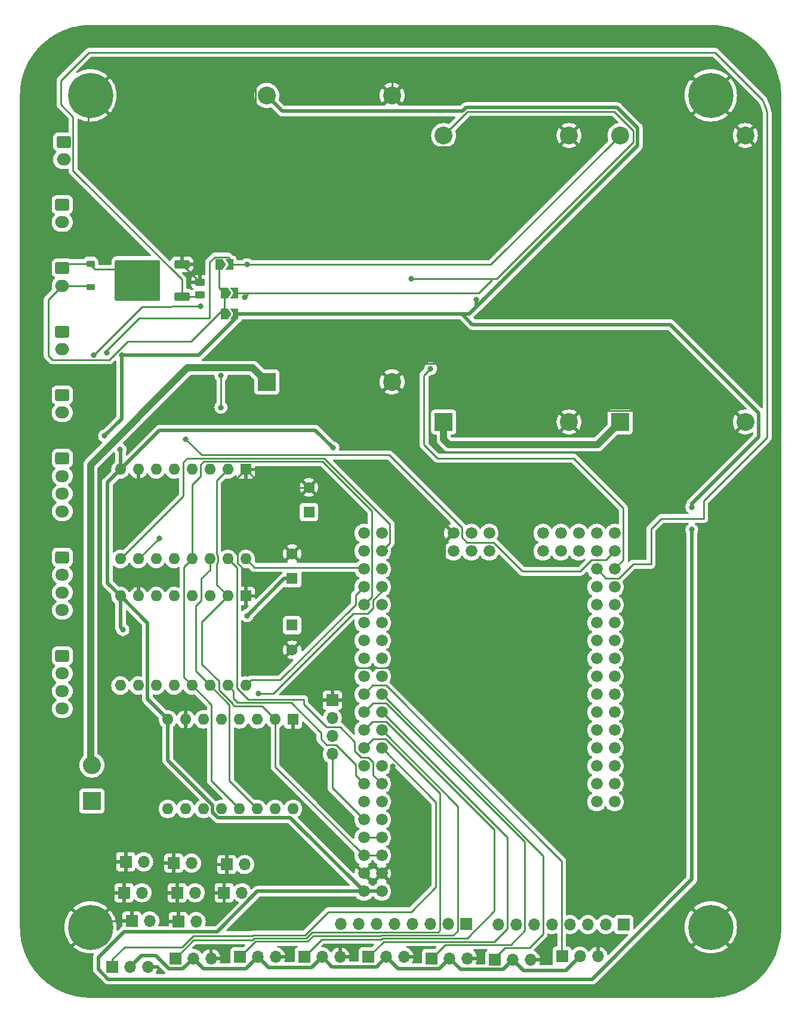
<source format=gbr>
%TF.GenerationSoftware,KiCad,Pcbnew,7.0.2*%
%TF.CreationDate,2024-02-29T19:16:00+01:00*%
%TF.ProjectId,carte actionneur,63617274-6520-4616-9374-696f6e6e6575,rev?*%
%TF.SameCoordinates,Original*%
%TF.FileFunction,Copper,L1,Top*%
%TF.FilePolarity,Positive*%
%FSLAX46Y46*%
G04 Gerber Fmt 4.6, Leading zero omitted, Abs format (unit mm)*
G04 Created by KiCad (PCBNEW 7.0.2) date 2024-02-29 19:16:00*
%MOMM*%
%LPD*%
G01*
G04 APERTURE LIST*
G04 Aperture macros list*
%AMRoundRect*
0 Rectangle with rounded corners*
0 $1 Rounding radius*
0 $2 $3 $4 $5 $6 $7 $8 $9 X,Y pos of 4 corners*
0 Add a 4 corners polygon primitive as box body*
4,1,4,$2,$3,$4,$5,$6,$7,$8,$9,$2,$3,0*
0 Add four circle primitives for the rounded corners*
1,1,$1+$1,$2,$3*
1,1,$1+$1,$4,$5*
1,1,$1+$1,$6,$7*
1,1,$1+$1,$8,$9*
0 Add four rect primitives between the rounded corners*
20,1,$1+$1,$2,$3,$4,$5,0*
20,1,$1+$1,$4,$5,$6,$7,0*
20,1,$1+$1,$6,$7,$8,$9,0*
20,1,$1+$1,$8,$9,$2,$3,0*%
%AMFreePoly0*
4,1,6,1.000000,0.000000,0.500000,-0.750000,-0.500000,-0.750000,-0.500000,0.750000,0.500000,0.750000,1.000000,0.000000,1.000000,0.000000,$1*%
%AMFreePoly1*
4,1,6,0.500000,-0.750000,-0.650000,-0.750000,-0.150000,0.000000,-0.650000,0.750000,0.500000,0.750000,0.500000,-0.750000,0.500000,-0.750000,$1*%
G04 Aperture macros list end*
%TA.AperFunction,ComponentPad*%
%ADD10C,2.550000*%
%TD*%
%TA.AperFunction,ComponentPad*%
%ADD11R,2.550000X2.550000*%
%TD*%
%TA.AperFunction,ComponentPad*%
%ADD12R,1.700000X1.700000*%
%TD*%
%TA.AperFunction,ComponentPad*%
%ADD13O,1.700000X1.700000*%
%TD*%
%TA.AperFunction,ComponentPad*%
%ADD14RoundRect,0.250000X-0.750000X0.600000X-0.750000X-0.600000X0.750000X-0.600000X0.750000X0.600000X0*%
%TD*%
%TA.AperFunction,ComponentPad*%
%ADD15O,2.000000X1.700000*%
%TD*%
%TA.AperFunction,ComponentPad*%
%ADD16C,0.800000*%
%TD*%
%TA.AperFunction,ComponentPad*%
%ADD17C,6.400000*%
%TD*%
%TA.AperFunction,ComponentPad*%
%ADD18C,1.600000*%
%TD*%
%TA.AperFunction,ComponentPad*%
%ADD19R,1.600000X1.600000*%
%TD*%
%TA.AperFunction,SMDPad,CuDef*%
%ADD20RoundRect,0.250000X0.850000X0.350000X-0.850000X0.350000X-0.850000X-0.350000X0.850000X-0.350000X0*%
%TD*%
%TA.AperFunction,SMDPad,CuDef*%
%ADD21RoundRect,0.250000X1.275000X1.125000X-1.275000X1.125000X-1.275000X-1.125000X1.275000X-1.125000X0*%
%TD*%
%TA.AperFunction,SMDPad,CuDef*%
%ADD22RoundRect,0.249997X2.950003X2.650003X-2.950003X2.650003X-2.950003X-2.650003X2.950003X-2.650003X0*%
%TD*%
%TA.AperFunction,SMDPad,CuDef*%
%ADD23FreePoly0,0.000000*%
%TD*%
%TA.AperFunction,SMDPad,CuDef*%
%ADD24FreePoly1,0.000000*%
%TD*%
%TA.AperFunction,ComponentPad*%
%ADD25RoundRect,0.250000X-0.725000X0.600000X-0.725000X-0.600000X0.725000X-0.600000X0.725000X0.600000X0*%
%TD*%
%TA.AperFunction,ComponentPad*%
%ADD26O,1.950000X1.700000*%
%TD*%
%TA.AperFunction,ComponentPad*%
%ADD27O,1.600000X1.600000*%
%TD*%
%TA.AperFunction,ComponentPad*%
%ADD28C,2.540000*%
%TD*%
%TA.AperFunction,ComponentPad*%
%ADD29R,2.540000X2.540000*%
%TD*%
%TA.AperFunction,SMDPad,CuDef*%
%ADD30RoundRect,0.250000X0.450000X-0.262500X0.450000X0.262500X-0.450000X0.262500X-0.450000X-0.262500X0*%
%TD*%
%TA.AperFunction,SMDPad,CuDef*%
%ADD31RoundRect,0.225000X0.375000X-0.225000X0.375000X0.225000X-0.375000X0.225000X-0.375000X-0.225000X0*%
%TD*%
%TA.AperFunction,ComponentPad*%
%ADD32C,1.676400*%
%TD*%
%TA.AperFunction,ViaPad*%
%ADD33C,0.800000*%
%TD*%
%TA.AperFunction,Conductor*%
%ADD34C,0.500000*%
%TD*%
%TA.AperFunction,Conductor*%
%ADD35C,0.250000*%
%TD*%
%TA.AperFunction,Conductor*%
%ADD36C,1.000000*%
%TD*%
G04 APERTURE END LIST*
D10*
%TO.P,J2,2,Pin_2*%
%TO.N,+24V*%
X111200000Y-144000000D03*
D11*
%TO.P,J2,1,Pin_1*%
%TO.N,Net-(J2-Pin_1)*%
X111200000Y-149080000D03*
%TD*%
D12*
%TO.P,J12,1,Pin_1*%
%TO.N,GND*%
X115759810Y-162100000D03*
D13*
%TO.P,J12,2,Pin_2*%
%TO.N,Capt2*%
X118299810Y-162100000D03*
%TD*%
D14*
%TO.P,J24,1,Pin_1*%
%TO.N,Net-(D5-A)*%
X107000000Y-73500000D03*
D15*
%TO.P,J24,2,Pin_2*%
%TO.N,Net-(D5-K)*%
X107000000Y-76000000D03*
%TD*%
D12*
%TO.P,J18,1,Pin_1*%
%TO.N,GND*%
X122799810Y-157900000D03*
D13*
%TO.P,J18,2,Pin_2*%
%TO.N,Capt6*%
X125339810Y-157900000D03*
%TD*%
D16*
%TO.P,H4,1,1*%
%TO.N,GND*%
X196600000Y-167000000D03*
X197302944Y-165302944D03*
X197302944Y-168697056D03*
X199000000Y-164600000D03*
D17*
X199000000Y-167000000D03*
D16*
X199000000Y-169400000D03*
X200697056Y-165302944D03*
X200697056Y-168697056D03*
X201400000Y-167000000D03*
%TD*%
D12*
%TO.P,J13,1,Pin_1*%
%TO.N,GND*%
X129959810Y-162100000D03*
D13*
%TO.P,J13,2,Pin_2*%
%TO.N,Capt3*%
X132499810Y-162100000D03*
%TD*%
D18*
%TO.P,C8,2*%
%TO.N,GND*%
X139600000Y-127647349D03*
D19*
%TO.P,C8,1*%
%TO.N,12V Mot*%
X139600000Y-124147349D03*
%TD*%
%TO.P,C9,1*%
%TO.N,12V Mot*%
X139600000Y-117500000D03*
D18*
%TO.P,C9,2*%
%TO.N,GND*%
X139600000Y-114000000D03*
%TD*%
D20*
%TO.P,Q4,1,G*%
%TO.N,ctrlActionneur3*%
X123975000Y-77505000D03*
D21*
%TO.P,Q4,2,D*%
%TO.N,Net-(D5-A)*%
X119350000Y-76750000D03*
X119350000Y-73700000D03*
D22*
X117675000Y-75225000D03*
D21*
X116000000Y-76750000D03*
X116000000Y-73700000D03*
D20*
%TO.P,Q4,3,S*%
%TO.N,GND*%
X123975000Y-72945000D03*
%TD*%
D12*
%TO.P,J10,1,Pin_1*%
%TO.N,Servo3*%
X141320000Y-171200000D03*
D13*
%TO.P,J10,2,Pin_2*%
%TO.N,5VServo*%
X143860000Y-171200000D03*
%TO.P,J10,3,Pin_3*%
%TO.N,GND*%
X146400000Y-171200000D03*
%TD*%
D23*
%TO.P,JP11,1,A*%
%TO.N,Net-(D5-K)*%
X130000000Y-77000000D03*
D24*
%TO.P,JP11,2,B*%
%TO.N,5V Servo*%
X131450000Y-77000000D03*
%TD*%
D16*
%TO.P,H1,1,1*%
%TO.N,GND*%
X113400000Y-49000000D03*
X112697056Y-50697056D03*
X112697056Y-47302944D03*
X111000000Y-51400000D03*
D17*
X111000000Y-49000000D03*
D16*
X111000000Y-46600000D03*
X109302944Y-50697056D03*
X109302944Y-47302944D03*
X108600000Y-49000000D03*
%TD*%
D25*
%TO.P,J19,1,Pin_1*%
%TO.N,Net-(A1-2B)*%
X107000000Y-114500000D03*
D26*
%TO.P,J19,2,Pin_2*%
%TO.N,Net-(A1-2A)*%
X107000000Y-117000000D03*
%TO.P,J19,3,Pin_3*%
%TO.N,Net-(A1-1A)*%
X107000000Y-119500000D03*
%TO.P,J19,4,Pin_4*%
%TO.N,Net-(A1-1B)*%
X107000000Y-122000000D03*
%TD*%
D14*
%TO.P,J23,1,Pin_1*%
%TO.N,Net-(D4-A)*%
X107000000Y-64500000D03*
D15*
%TO.P,J23,2,Pin_2*%
%TO.N,Net-(D4-K)*%
X107000000Y-67000000D03*
%TD*%
D19*
%TO.P,A3,1,GND*%
%TO.N,GND*%
X139740000Y-137500000D03*
D27*
%TO.P,A3,2,VDD*%
%TO.N,+5V*%
X137200000Y-137500000D03*
%TO.P,A3,3,1B*%
%TO.N,Net-(A3-1B)*%
X134660000Y-137500000D03*
%TO.P,A3,4,1A*%
%TO.N,Net-(A3-1A)*%
X132120000Y-137500000D03*
%TO.P,A3,5,2A*%
%TO.N,Net-(A3-2A)*%
X129580000Y-137500000D03*
%TO.P,A3,6,2B*%
%TO.N,Net-(A3-2B)*%
X127040000Y-137500000D03*
%TO.P,A3,7,GND*%
%TO.N,GND*%
X124500000Y-137500000D03*
%TO.P,A3,8,VMOT*%
%TO.N,12V Mot*%
X121960000Y-137500000D03*
%TO.P,A3,9,~{ENABLE}*%
%TO.N,Enable2*%
X121960000Y-150200000D03*
%TO.P,A3,10,MS1*%
%TO.N,Net-(A3-MS1)*%
X124500000Y-150200000D03*
%TO.P,A3,11,MS2*%
%TO.N,Net-(A3-MS2)*%
X127040000Y-150200000D03*
%TO.P,A3,12,MS3*%
%TO.N,Net-(A3-MS3)*%
X129580000Y-150200000D03*
%TO.P,A3,13,~{RESET}*%
%TO.N,Reset*%
X132120000Y-150200000D03*
%TO.P,A3,14,~{SLEEP}*%
%TO.N,Sleep*%
X134660000Y-150200000D03*
%TO.P,A3,15,STEP*%
%TO.N,STEP3*%
X137200000Y-150200000D03*
%TO.P,A3,16,DIR*%
%TO.N,DIR3*%
X139740000Y-150200000D03*
%TD*%
D28*
%TO.P,U4,4,Vout*%
%TO.N,VmotDC*%
X186110000Y-54680000D03*
%TO.P,U4,3,GND*%
%TO.N,GND*%
X203890000Y-54680000D03*
%TO.P,U4,2,GND*%
X203890000Y-95320000D03*
D29*
%TO.P,U4,1,Vin*%
%TO.N,+24V*%
X186110000Y-95320000D03*
%TD*%
D19*
%TO.P,A2,1,GND*%
%TO.N,GND*%
X133030000Y-102050000D03*
D27*
%TO.P,A2,2,VDD*%
%TO.N,+5V*%
X130490000Y-102050000D03*
%TO.P,A2,3,1B*%
%TO.N,Net-(A2-1B)*%
X127950000Y-102050000D03*
%TO.P,A2,4,1A*%
%TO.N,Net-(A2-1A)*%
X125410000Y-102050000D03*
%TO.P,A2,5,2A*%
%TO.N,Net-(A2-2A)*%
X122870000Y-102050000D03*
%TO.P,A2,6,2B*%
%TO.N,Net-(A2-2B)*%
X120330000Y-102050000D03*
%TO.P,A2,7,GND*%
%TO.N,GND*%
X117790000Y-102050000D03*
%TO.P,A2,8,VMOT*%
%TO.N,12V Mot*%
X115250000Y-102050000D03*
%TO.P,A2,9,~{ENABLE}*%
%TO.N,Enable1*%
X115250000Y-114750000D03*
%TO.P,A2,10,MS1*%
%TO.N,Net-(A2-MS1)*%
X117790000Y-114750000D03*
%TO.P,A2,11,MS2*%
%TO.N,Net-(A2-MS2)*%
X120330000Y-114750000D03*
%TO.P,A2,12,MS3*%
%TO.N,Net-(A2-MS3)*%
X122870000Y-114750000D03*
%TO.P,A2,13,~{RESET}*%
%TO.N,Reset*%
X125410000Y-114750000D03*
%TO.P,A2,14,~{SLEEP}*%
%TO.N,Sleep*%
X127950000Y-114750000D03*
%TO.P,A2,15,STEP*%
%TO.N,STEP2*%
X130490000Y-114750000D03*
%TO.P,A2,16,DIR*%
%TO.N,DIR2*%
X133030000Y-114750000D03*
%TD*%
D12*
%TO.P,J25,1,Pin_1*%
%TO.N,Servo5*%
X159420000Y-171400000D03*
D13*
%TO.P,J25,2,Pin_2*%
%TO.N,5VServo*%
X161960000Y-171400000D03*
%TO.P,J25,3,Pin_3*%
%TO.N,GND*%
X164500000Y-171400000D03*
%TD*%
D29*
%TO.P,U2,1,Vin*%
%TO.N,+24V*%
X161110000Y-95320000D03*
D28*
%TO.P,U2,2,GND*%
%TO.N,GND*%
X178890000Y-95320000D03*
%TO.P,U2,3,GND*%
X178890000Y-54680000D03*
%TO.P,U2,4,Vout*%
%TO.N,5V Servo*%
X161110000Y-54680000D03*
%TD*%
D14*
%TO.P,J11,1,Pin_1*%
%TO.N,Net-(J11-Pin_1)*%
X107000000Y-91500000D03*
D15*
%TO.P,J11,2,Pin_2*%
%TO.N,Net-(J11-Pin_2)*%
X107000000Y-94000000D03*
%TD*%
D25*
%TO.P,J17,1,Pin_1*%
%TO.N,Net-(A2-2B)*%
X107000000Y-100500000D03*
D26*
%TO.P,J17,2,Pin_2*%
%TO.N,Net-(A2-2A)*%
X107000000Y-103000000D03*
%TO.P,J17,3,Pin_3*%
%TO.N,Net-(A2-1A)*%
X107000000Y-105500000D03*
%TO.P,J17,4,Pin_4*%
%TO.N,Net-(A2-1B)*%
X107000000Y-108000000D03*
%TD*%
D12*
%TO.P,J9,1,Pin_1*%
%TO.N,Servo8*%
X168375000Y-171600000D03*
D13*
%TO.P,J9,2,Pin_2*%
%TO.N,5VServo*%
X170915000Y-171600000D03*
%TO.P,J9,3,Pin_3*%
%TO.N,GND*%
X173455000Y-171600000D03*
%TD*%
D23*
%TO.P,JP10,1,A*%
%TO.N,Net-(D5-K)*%
X129275000Y-73000000D03*
D24*
%TO.P,JP10,2,B*%
%TO.N,VmotDC*%
X130725000Y-73000000D03*
%TD*%
D12*
%TO.P,J20,1,Pin_1*%
%TO.N,GND*%
X115999810Y-157700000D03*
D13*
%TO.P,J20,2,Pin_2*%
%TO.N,Capt7*%
X118539810Y-157700000D03*
%TD*%
D30*
%TO.P,R11,1*%
%TO.N,ctrlActionneur3*%
X126500000Y-77325000D03*
%TO.P,R11,2*%
%TO.N,GND*%
X126500000Y-75500000D03*
%TD*%
D19*
%TO.P,C7,1*%
%TO.N,12V Mot*%
X142000000Y-108100000D03*
D18*
%TO.P,C7,2*%
%TO.N,GND*%
X142000000Y-104600000D03*
%TD*%
D12*
%TO.P,J26,1,Pin_1*%
%TO.N,Servo6*%
X150420000Y-171200000D03*
D13*
%TO.P,J26,2,Pin_2*%
%TO.N,5VServo*%
X152960000Y-171200000D03*
%TO.P,J26,3,Pin_3*%
%TO.N,GND*%
X155500000Y-171200000D03*
%TD*%
D23*
%TO.P,JP12,1,A*%
%TO.N,Net-(D5-K)*%
X130000000Y-80000000D03*
D24*
%TO.P,JP12,2,B*%
%TO.N,12V Mot*%
X131450000Y-80000000D03*
%TD*%
D13*
%TO.P,J6,8,Pin_8*%
%TO.N,Net-(J6-Pin_8)*%
X146520000Y-166500000D03*
%TO.P,J6,7,Pin_7*%
%TO.N,Net-(J6-Pin_7)*%
X149060000Y-166500000D03*
%TO.P,J6,6,Pin_6*%
%TO.N,Net-(J6-Pin_6)*%
X151600000Y-166500000D03*
%TO.P,J6,5,Pin_5*%
%TO.N,Net-(J6-Pin_5)*%
X154140000Y-166500000D03*
%TO.P,J6,4,Pin_4*%
%TO.N,Net-(J6-Pin_4)*%
X156680000Y-166500000D03*
%TO.P,J6,3,Pin_3*%
%TO.N,Net-(J6-Pin_3)*%
X159220000Y-166500000D03*
%TO.P,J6,2,Pin_2*%
%TO.N,Net-(J6-Pin_2)*%
X161760000Y-166500000D03*
D12*
%TO.P,J6,1,Pin_1*%
%TO.N,Net-(J6-Pin_1)*%
X164300000Y-166500000D03*
%TD*%
%TO.P,J5,1,Pin_1*%
%TO.N,GND*%
X145300000Y-134800000D03*
D13*
%TO.P,J5,2,Pin_2*%
%TO.N,SWCLK*%
X145300000Y-137340000D03*
%TO.P,J5,3,Pin_3*%
%TO.N,SWDIO*%
X145300000Y-139880000D03*
%TO.P,J5,4,Pin_4*%
%TO.N,Net-(J5-Pin_4)*%
X145300000Y-142420000D03*
%TD*%
%TO.P,J8,3,Pin_3*%
%TO.N,GND*%
X119200000Y-172600000D03*
%TO.P,J8,2,Pin_2*%
%TO.N,5VServo*%
X116660000Y-172600000D03*
D12*
%TO.P,J8,1,Pin_1*%
%TO.N,Servo2*%
X114120000Y-172600000D03*
%TD*%
D19*
%TO.P,A1,1,GND*%
%TO.N,GND*%
X133030000Y-120000000D03*
D27*
%TO.P,A1,2,VDD*%
%TO.N,+5V*%
X130490000Y-120000000D03*
%TO.P,A1,3,1B*%
%TO.N,Net-(A1-1B)*%
X127950000Y-120000000D03*
%TO.P,A1,4,1A*%
%TO.N,Net-(A1-1A)*%
X125410000Y-120000000D03*
%TO.P,A1,5,2A*%
%TO.N,Net-(A1-2A)*%
X122870000Y-120000000D03*
%TO.P,A1,6,2B*%
%TO.N,Net-(A1-2B)*%
X120330000Y-120000000D03*
%TO.P,A1,7,GND*%
%TO.N,GND*%
X117790000Y-120000000D03*
%TO.P,A1,8,VMOT*%
%TO.N,12V Mot*%
X115250000Y-120000000D03*
%TO.P,A1,9,~{ENABLE}*%
%TO.N,Enable3*%
X115250000Y-132700000D03*
%TO.P,A1,10,MS1*%
%TO.N,Net-(A1-MS1)*%
X117790000Y-132700000D03*
%TO.P,A1,11,MS2*%
%TO.N,Net-(A1-MS2)*%
X120330000Y-132700000D03*
%TO.P,A1,12,MS3*%
%TO.N,Net-(A1-MS3)*%
X122870000Y-132700000D03*
%TO.P,A1,13,~{RESET}*%
%TO.N,Reset*%
X125410000Y-132700000D03*
%TO.P,A1,14,~{SLEEP}*%
%TO.N,Sleep*%
X127950000Y-132700000D03*
%TO.P,A1,15,STEP*%
%TO.N,STEP1*%
X130490000Y-132700000D03*
%TO.P,A1,16,DIR*%
%TO.N,DIR1*%
X133030000Y-132700000D03*
%TD*%
D13*
%TO.P,J7,3,Pin_3*%
%TO.N,GND*%
X128100000Y-171400000D03*
%TO.P,J7,2,Pin_2*%
%TO.N,5VServo*%
X125560000Y-171400000D03*
D12*
%TO.P,J7,1,Pin_1*%
%TO.N,Servo1*%
X123020000Y-171400000D03*
%TD*%
D13*
%TO.P,J21,8,Pin_8*%
%TO.N,Net-(J21-Pin_8)*%
X168860000Y-166600000D03*
%TO.P,J21,7,Pin_7*%
%TO.N,Net-(J21-Pin_7)*%
X171400000Y-166600000D03*
%TO.P,J21,6,Pin_6*%
%TO.N,Net-(J21-Pin_6)*%
X173940000Y-166600000D03*
%TO.P,J21,5,Pin_5*%
%TO.N,Net-(J21-Pin_5)*%
X176480000Y-166600000D03*
%TO.P,J21,4,Pin_4*%
%TO.N,Net-(J21-Pin_4)*%
X179020000Y-166600000D03*
%TO.P,J21,3,Pin_3*%
%TO.N,Net-(J21-Pin_3)*%
X181560000Y-166600000D03*
%TO.P,J21,2,Pin_2*%
%TO.N,Net-(J21-Pin_2)*%
X184100000Y-166600000D03*
D12*
%TO.P,J21,1,Pin_1*%
%TO.N,Net-(J21-Pin_1)*%
X186640000Y-166600000D03*
%TD*%
%TO.P,J14,1,Pin_1*%
%TO.N,GND*%
X130339810Y-158100000D03*
D13*
%TO.P,J14,2,Pin_2*%
%TO.N,Capt4*%
X132879810Y-158100000D03*
%TD*%
D14*
%TO.P,J22,1,Pin_1*%
%TO.N,Net-(D3-A)*%
X107200000Y-55600000D03*
D15*
%TO.P,J22,2,Pin_2*%
%TO.N,Net-(D3-K)*%
X107200000Y-58100000D03*
%TD*%
D16*
%TO.P,H3,1,1*%
%TO.N,GND*%
X108600000Y-167000000D03*
X109302944Y-165302944D03*
X109302944Y-168697056D03*
X111000000Y-164600000D03*
D17*
X111000000Y-167000000D03*
D16*
X111000000Y-169400000D03*
X112697056Y-165302944D03*
X112697056Y-168697056D03*
X113400000Y-167000000D03*
%TD*%
D14*
%TO.P,J15,1,Pin_1*%
%TO.N,Net-(J15-Pin_1)*%
X107000000Y-82500000D03*
D15*
%TO.P,J15,2,Pin_2*%
%TO.N,Net-(J15-Pin_2)*%
X107000000Y-85000000D03*
%TD*%
D12*
%TO.P,J27,1,Pin_1*%
%TO.N,Servo7*%
X177900000Y-171100000D03*
D13*
%TO.P,J27,2,Pin_2*%
%TO.N,5VServo*%
X180440000Y-171100000D03*
%TO.P,J27,3,Pin_3*%
%TO.N,GND*%
X182980000Y-171100000D03*
%TD*%
D12*
%TO.P,J16,1,Pin_1*%
%TO.N,GND*%
X123299810Y-162100000D03*
D13*
%TO.P,J16,2,Pin_2*%
%TO.N,Capt5*%
X125839810Y-162100000D03*
%TD*%
D12*
%TO.P,J28,1,Pin_1*%
%TO.N,GND*%
X116860000Y-166100000D03*
D13*
%TO.P,J28,2,Pin_2*%
%TO.N,Capt8*%
X119400000Y-166100000D03*
%TD*%
D25*
%TO.P,J3,1,Pin_1*%
%TO.N,Net-(A3-2B)*%
X107000000Y-128500000D03*
D26*
%TO.P,J3,2,Pin_2*%
%TO.N,Net-(A3-2A)*%
X107000000Y-131000000D03*
%TO.P,J3,3,Pin_3*%
%TO.N,Net-(A3-1A)*%
X107000000Y-133500000D03*
%TO.P,J3,4,Pin_4*%
%TO.N,Net-(A3-1B)*%
X107000000Y-136000000D03*
%TD*%
D12*
%TO.P,J4,1,Pin_1*%
%TO.N,GND*%
X123460000Y-166200000D03*
D13*
%TO.P,J4,2,Pin_2*%
%TO.N,Capt1*%
X126000000Y-166200000D03*
%TD*%
D12*
%TO.P,J1,1,Pin_1*%
%TO.N,Servo4*%
X132220000Y-171200000D03*
D13*
%TO.P,J1,2,Pin_2*%
%TO.N,5VServo*%
X134760000Y-171200000D03*
%TO.P,J1,3,Pin_3*%
%TO.N,GND*%
X137300000Y-171200000D03*
%TD*%
D31*
%TO.P,D5,1,K*%
%TO.N,Net-(D5-K)*%
X111000000Y-76150000D03*
%TO.P,D5,2,A*%
%TO.N,Net-(D5-A)*%
X111000000Y-72850000D03*
%TD*%
D16*
%TO.P,H2,1,1*%
%TO.N,GND*%
X196600000Y-49000000D03*
X197302944Y-47302944D03*
X197302944Y-50697056D03*
X199000000Y-46600000D03*
D17*
X199000000Y-49000000D03*
D16*
X199000000Y-51400000D03*
X200697056Y-47302944D03*
X200697056Y-50697056D03*
X201400000Y-49000000D03*
%TD*%
D29*
%TO.P,U5,1,Vin*%
%TO.N,+24V*%
X136000000Y-89640000D03*
D28*
%TO.P,U5,2,GND*%
%TO.N,GND*%
X153780000Y-89640000D03*
%TO.P,U5,3,GND*%
X153780000Y-49000000D03*
%TO.P,U5,4,Vout*%
%TO.N,12V Mot*%
X136000000Y-49000000D03*
%TD*%
D32*
%TO.P,U1,3V3_1,3V3*%
%TO.N,+3.3V*%
X149780000Y-154280000D03*
%TO.P,U1,3V3_2,3V3*%
X152320000Y-154280000D03*
%TO.P,U1,5V_1,5V*%
%TO.N,+5V*%
X149780000Y-156820000D03*
%TO.P,U1,5V_2,5V*%
X152320000Y-156820000D03*
%TO.P,U1,5V_3,5V*%
X167560000Y-111100000D03*
%TO.P,U1,A0,A0*%
%TO.N,Net-(J21-Pin_8)*%
X185340000Y-149200000D03*
%TO.P,U1,A1,A1*%
%TO.N,Net-(J6-Pin_1)*%
X182800000Y-149200000D03*
%TO.P,U1,A2,A2*%
%TO.N,Net-(J21-Pin_7)*%
X185340000Y-146660000D03*
%TO.P,U1,A3,A3*%
%TO.N,Net-(J6-Pin_2)*%
X182800000Y-146660000D03*
%TO.P,U1,A4,A4*%
%TO.N,Net-(J21-Pin_6)*%
X185340000Y-144120000D03*
%TO.P,U1,A5,A5*%
%TO.N,Net-(J6-Pin_3)*%
X182800000Y-144120000D03*
%TO.P,U1,A6,A6*%
%TO.N,Net-(J21-Pin_5)*%
X185340000Y-141580000D03*
%TO.P,U1,A7,A7*%
%TO.N,Net-(J6-Pin_4)*%
X182800000Y-141580000D03*
%TO.P,U1,A8,A8*%
%TO.N,Net-(J21-Pin_4)*%
X185340000Y-139040000D03*
%TO.P,U1,A9,A9*%
%TO.N,Net-(J6-Pin_5)*%
X182800000Y-139040000D03*
%TO.P,U1,A10,A10*%
%TO.N,Net-(J21-Pin_3)*%
X185340000Y-136500000D03*
%TO.P,U1,A11,A11*%
%TO.N,Net-(J6-Pin_6)*%
X182800000Y-136500000D03*
%TO.P,U1,A12,A12*%
%TO.N,Net-(J21-Pin_2)*%
X185340000Y-133960000D03*
%TO.P,U1,A13,A13*%
%TO.N,Net-(J6-Pin_7)*%
X182800000Y-133960000D03*
%TO.P,U1,A14,A14*%
%TO.N,Net-(J21-Pin_1)*%
X185340000Y-131420000D03*
%TO.P,U1,A15,A15*%
%TO.N,Net-(J6-Pin_8)*%
X182800000Y-131420000D03*
%TO.P,U1,AREF,AREF*%
%TO.N,unconnected-(U1-PadAREF)*%
X152320000Y-151740000D03*
%TO.P,U1,D2,D2*%
%TO.N,STEP2*%
X152320000Y-146660000D03*
%TO.P,U1,D3,D3*%
%TO.N,STEP1*%
X149780000Y-146660000D03*
%TO.P,U1,D4,D4*%
%TO.N,ctrlActionneur1*%
X152320000Y-144120000D03*
%TO.P,U1,D5,D5*%
%TO.N,STEP3*%
X149780000Y-144120000D03*
%TO.P,U1,D6,D6*%
%TO.N,Servo2*%
X152320000Y-141580000D03*
%TO.P,U1,D7,D7*%
%TO.N,Servo1*%
X149780000Y-141580000D03*
%TO.P,U1,D8,D8*%
%TO.N,Servo4*%
X152320000Y-139040000D03*
%TO.P,U1,D9,D9*%
%TO.N,Servo3*%
X149780000Y-139040000D03*
%TO.P,U1,D10,D10*%
%TO.N,Servo6*%
X152320000Y-136500000D03*
%TO.P,U1,D11,D11*%
%TO.N,Servo5*%
X149780000Y-136500000D03*
%TO.P,U1,D12,D12*%
%TO.N,Servo8*%
X152320000Y-133960000D03*
%TO.P,U1,D13,D13*%
%TO.N,Servo7*%
X149780000Y-133960000D03*
%TO.P,U1,D14,D14*%
%TO.N,unconnected-(U1-PadD14)*%
X152320000Y-131420000D03*
%TO.P,U1,D15,D15*%
%TO.N,unconnected-(U1-PadD15)*%
X149780000Y-131420000D03*
%TO.P,U1,D16,D16*%
%TO.N,unconnected-(U1-PadD16)*%
X152320000Y-128880000D03*
%TO.P,U1,D17,D17*%
%TO.N,unconnected-(U1-PadD17)*%
X149780000Y-128880000D03*
%TO.P,U1,D18,D18*%
%TO.N,unconnected-(U1-PadD18)*%
X152320000Y-126340000D03*
%TO.P,U1,D19,D19*%
%TO.N,unconnected-(U1-PadD19)*%
X149780000Y-126340000D03*
%TO.P,U1,D20,D20*%
%TO.N,SWDIO*%
X152320000Y-123800000D03*
%TO.P,U1,D21,D21*%
%TO.N,SWCLK*%
X149780000Y-123800000D03*
%TO.P,U1,D22,D22*%
%TO.N,Sleep*%
X152320000Y-121260000D03*
%TO.P,U1,D23,D23*%
%TO.N,Reset*%
X149780000Y-121260000D03*
%TO.P,U1,D24,D24*%
%TO.N,Enable3*%
X152320000Y-118720000D03*
%TO.P,U1,D25,D25*%
%TO.N,DIR1*%
X149780000Y-118720000D03*
%TO.P,U1,D26,D26*%
%TO.N,Enable2*%
X152320000Y-116180000D03*
%TO.P,U1,D27,D27*%
%TO.N,DIR2*%
X149780000Y-116180000D03*
%TO.P,U1,D28,D28*%
%TO.N,Enable1*%
X152320000Y-113640000D03*
%TO.P,U1,D29,D29*%
%TO.N,DIR3*%
X149780000Y-113640000D03*
%TO.P,U1,D30,D30*%
%TO.N,unconnected-(U1-PadD30)*%
X152320000Y-111100000D03*
%TO.P,U1,D31,D31*%
%TO.N,unconnected-(U1-PadD31)*%
X149780000Y-111100000D03*
%TO.P,U1,D32,D32*%
%TO.N,Capt1*%
X185340000Y-128880000D03*
%TO.P,U1,D33,D33*%
%TO.N,Capt2*%
X182800000Y-128880000D03*
%TO.P,U1,D34,D34*%
%TO.N,Capt3*%
X185340000Y-126340000D03*
%TO.P,U1,D35,D35*%
%TO.N,Capt4*%
X182800000Y-126340000D03*
%TO.P,U1,D36,D36*%
%TO.N,Capt5*%
X185340000Y-123800000D03*
%TO.P,U1,D37,D37*%
%TO.N,Capt6*%
X182800000Y-123800000D03*
%TO.P,U1,D38,D38*%
%TO.N,Capt7*%
X185340000Y-121260000D03*
%TO.P,U1,D39,D39*%
%TO.N,Capt8*%
X182800000Y-121260000D03*
%TO.P,U1,D40,D40*%
%TO.N,unconnected-(U1-PadD40)*%
X185340000Y-118720000D03*
%TO.P,U1,D41,D41*%
%TO.N,unconnected-(U1-PadD41)*%
X182800000Y-118720000D03*
%TO.P,U1,D42,D42*%
%TO.N,ctrlActionneur2*%
X185340000Y-116180000D03*
%TO.P,U1,D43,D43*%
%TO.N,ctrlActionneur3*%
X182800000Y-116180000D03*
%TO.P,U1,D44,D44*%
%TO.N,REV2*%
X185340000Y-113640000D03*
%TO.P,U1,D45,D45*%
%TO.N,REV1*%
X182800000Y-113640000D03*
%TO.P,U1,D46,D46*%
%TO.N,FWD1*%
X185340000Y-111100000D03*
%TO.P,U1,D47,D47*%
%TO.N,unconnected-(U1-PadD47)*%
X182800000Y-111100000D03*
%TO.P,U1,D48,D48*%
%TO.N,unconnected-(U1-PadD48)*%
X180260000Y-111100000D03*
%TO.P,U1,D49,D49*%
%TO.N,unconnected-(U1-PadD49)*%
X180260000Y-113640000D03*
%TO.P,U1,D50,D50*%
%TO.N,unconnected-(U1-PadD50)*%
X177720000Y-111100000D03*
%TO.P,U1,D51,D51*%
%TO.N,unconnected-(U1-PadD51)*%
X177720000Y-113640000D03*
%TO.P,U1,D52,D52*%
%TO.N,FWD2*%
X175180000Y-111100000D03*
%TO.P,U1,D53,D53*%
%TO.N,unconnected-(U1-PadD53)*%
X175180000Y-113640000D03*
%TO.P,U1,GND_1,GND*%
%TO.N,GND*%
X149780000Y-159360000D03*
%TO.P,U1,GND_2,GND*%
X152320000Y-159360000D03*
%TO.P,U1,GND_3,GND*%
X162480000Y-111100000D03*
%TO.P,U1,MISO,MISO*%
%TO.N,unconnected-(U1-PadMISO)*%
X167560000Y-113640000D03*
%TO.P,U1,MOSI,MOSI*%
%TO.N,unconnected-(U1-PadMOSI)*%
X165020000Y-111100000D03*
%TO.P,U1,RESET,RESET*%
%TO.N,unconnected-(U1-PadRESET)*%
X162480000Y-113640000D03*
%TO.P,U1,RST,RST*%
%TO.N,Net-(J5-Pin_4)*%
X149780000Y-151740000D03*
%TO.P,U1,RX,RX*%
%TO.N,unconnected-(U1-PadRX)*%
X152320000Y-149200000D03*
%TO.P,U1,SCK,SCK*%
%TO.N,unconnected-(U1-PadSCK)*%
X165020000Y-113640000D03*
%TO.P,U1,TX,TX*%
%TO.N,unconnected-(U1-PadTX)*%
X149780000Y-149200000D03*
%TO.P,U1,VIN_1,VIN*%
%TO.N,12V Mot*%
X149780000Y-161900000D03*
%TO.P,U1,VIN_2,VIN*%
X152320000Y-161900000D03*
%TD*%
D33*
%TO.N,GND*%
X133100000Y-143200000D03*
X153900000Y-144200000D03*
%TO.N,12V Mot*%
X196300000Y-110600000D03*
X196300000Y-107400000D03*
X115600000Y-124800000D03*
X133200000Y-122800000D03*
X145400000Y-99000000D03*
X115200000Y-99200000D03*
X113000000Y-97297000D03*
X115400000Y-85800000D03*
X165750000Y-78000000D03*
%TO.N,Enable3*%
X134800000Y-133825000D03*
%TO.N,Net-(A2-MS1)*%
X120800000Y-111800000D03*
%TO.N,+5V*%
X129500000Y-88750000D03*
X129500000Y-93250000D03*
%TO.N,REV2*%
X124500000Y-97750000D03*
%TO.N,VmotDC*%
X133200000Y-73000000D03*
X113300000Y-85500000D03*
%TO.N,5V Servo*%
X132900000Y-77600000D03*
X156500000Y-75000000D03*
X111500000Y-85800000D03*
X126600000Y-78900000D03*
%TO.N,ctrlActionneur2*%
X159250000Y-87750000D03*
%TD*%
D34*
%TO.N,5VServo*%
X169515000Y-173000000D02*
X170915000Y-171600000D01*
X163560000Y-173000000D02*
X169515000Y-173000000D01*
X161960000Y-171400000D02*
X163560000Y-173000000D01*
X160460000Y-172900000D02*
X161960000Y-171400000D01*
X154660000Y-172900000D02*
X160460000Y-172900000D01*
X152960000Y-171200000D02*
X154660000Y-172900000D01*
X136260000Y-172700000D02*
X142360000Y-172700000D01*
X142360000Y-172700000D02*
X143860000Y-171200000D01*
X134760000Y-171200000D02*
X136260000Y-172700000D01*
X151560000Y-172600000D02*
X152960000Y-171200000D01*
X143860000Y-171200000D02*
X145260000Y-172600000D01*
X145260000Y-172600000D02*
X151560000Y-172600000D01*
%TO.N,12V Mot*%
X196300000Y-106900000D02*
X196300000Y-107400000D01*
X193250000Y-81500000D02*
X205800000Y-94050000D01*
X165175232Y-81500000D02*
X193250000Y-81500000D01*
X205800000Y-97400000D02*
X196300000Y-106900000D01*
X163675232Y-80000000D02*
X165175232Y-81500000D01*
X205800000Y-94050000D02*
X205800000Y-97400000D01*
X163776828Y-51200000D02*
X138200000Y-51200000D01*
X185725000Y-50725000D02*
X164251828Y-50725000D01*
X164251828Y-50725000D02*
X163776828Y-51200000D01*
X188600000Y-56100000D02*
X188600000Y-53600000D01*
X188600000Y-53600000D02*
X185725000Y-50725000D01*
X165100000Y-79600000D02*
X188600000Y-56100000D01*
X138200000Y-51200000D02*
X136000000Y-49000000D01*
X119100000Y-123850000D02*
X115250000Y-120000000D01*
X119080000Y-132182233D02*
X119100000Y-132162233D01*
X119080000Y-134620000D02*
X119080000Y-132182233D01*
X119100000Y-132162233D02*
X119100000Y-123850000D01*
X121960000Y-137500000D02*
X119080000Y-134620000D01*
X128330000Y-149682233D02*
X121960000Y-143312233D01*
X129062233Y-151450000D02*
X128330000Y-150717767D01*
X139330000Y-151450000D02*
X129062233Y-151450000D01*
X149780000Y-161900000D02*
X139330000Y-151450000D01*
X128330000Y-150717767D02*
X128330000Y-149682233D01*
X121960000Y-143312233D02*
X121960000Y-137500000D01*
X142900000Y-96500000D02*
X145400000Y-99000000D01*
X120800000Y-96500000D02*
X142900000Y-96500000D01*
X115250000Y-102050000D02*
X120800000Y-96500000D01*
X196300000Y-160200000D02*
X196300000Y-110600000D01*
X113528533Y-174358533D02*
X182141467Y-174358533D01*
X112100000Y-172930000D02*
X113528533Y-174358533D01*
X115775000Y-167625000D02*
X112100000Y-171300000D01*
X112100000Y-171300000D02*
X112100000Y-172930000D01*
X182141467Y-174358533D02*
X196300000Y-160200000D01*
X134700000Y-161900000D02*
X128975000Y-167625000D01*
X149780000Y-161900000D02*
X134700000Y-161900000D01*
X128975000Y-167625000D02*
X115775000Y-167625000D01*
D35*
%TO.N,Servo2*%
X160000000Y-149260000D02*
X152320000Y-141580000D01*
X160000000Y-161300000D02*
X160000000Y-149260000D01*
X156500000Y-164800000D02*
X160000000Y-161300000D01*
X144727208Y-164800000D02*
X156500000Y-164800000D01*
X125583604Y-168200000D02*
X133947208Y-168200000D01*
X123983604Y-169800000D02*
X125583604Y-168200000D01*
X115840000Y-169800000D02*
X123983604Y-169800000D01*
X134047208Y-168100000D02*
X141427208Y-168100000D01*
X114120000Y-171520000D02*
X115840000Y-169800000D01*
X141427208Y-168100000D02*
X144727208Y-164800000D01*
X114120000Y-172600000D02*
X114120000Y-171520000D01*
X133947208Y-168200000D02*
X134047208Y-168100000D01*
%TO.N,Servo1*%
X151060000Y-140300000D02*
X149780000Y-141580000D01*
X152900000Y-140300000D02*
X151060000Y-140300000D01*
X160585000Y-147985000D02*
X152900000Y-140300000D01*
X160585000Y-167415000D02*
X160585000Y-147985000D01*
X160320344Y-167679656D02*
X160585000Y-167415000D01*
X152031156Y-167679656D02*
X160320344Y-167679656D01*
X151960812Y-167750000D02*
X152031156Y-167679656D01*
X142413604Y-167750000D02*
X151960812Y-167750000D01*
X134233604Y-168550000D02*
X141613604Y-168550000D01*
X141613604Y-168550000D02*
X142413604Y-167750000D01*
X133983604Y-168800000D02*
X134233604Y-168550000D01*
X125620000Y-168800000D02*
X133983604Y-168800000D01*
X123020000Y-171400000D02*
X125620000Y-168800000D01*
%TO.N,GND*%
X153500000Y-130200000D02*
X161250000Y-122450000D01*
X148400000Y-130200000D02*
X153500000Y-130200000D01*
X145300000Y-133300000D02*
X148400000Y-130200000D01*
X145300000Y-134800000D02*
X145300000Y-133300000D01*
X161250000Y-122450000D02*
X161250000Y-112330000D01*
X161250000Y-112330000D02*
X162480000Y-111100000D01*
X147900000Y-157480000D02*
X147900000Y-156200000D01*
X147900000Y-156200000D02*
X134900000Y-143200000D01*
X134900000Y-143200000D02*
X133100000Y-143200000D01*
X149780000Y-159360000D02*
X147900000Y-157480000D01*
%TO.N,Servo4*%
X132220000Y-171200000D02*
X134420000Y-169000000D01*
X152147208Y-168200000D02*
X152217552Y-168129656D01*
X163125000Y-167484620D02*
X163125000Y-149845000D01*
X134420000Y-169000000D02*
X141800000Y-169000000D01*
X142600000Y-168200000D02*
X143100000Y-168200000D01*
X152217552Y-168129656D02*
X162479964Y-168129656D01*
X162479964Y-168129656D02*
X163125000Y-167484620D01*
X143100000Y-168200000D02*
X152147208Y-168200000D01*
X163125000Y-149845000D02*
X152320000Y-139040000D01*
X141800000Y-169000000D02*
X142600000Y-168200000D01*
%TO.N,Servo3*%
X168300000Y-164700000D02*
X168300000Y-153116396D01*
X151020000Y-137800000D02*
X149780000Y-139040000D01*
X168300000Y-153116396D02*
X152983604Y-137800000D01*
X152403948Y-168579656D02*
X164420344Y-168579656D01*
%TO.N,Servo8*%
X169800000Y-169929656D02*
X173270344Y-169929656D01*
%TO.N,Servo3*%
X164420344Y-168579656D02*
X168300000Y-164700000D01*
X143820000Y-168700000D02*
X152283604Y-168700000D01*
X152983604Y-137800000D02*
X151020000Y-137800000D01*
%TO.N,Servo8*%
X168375000Y-171354656D02*
X169800000Y-169929656D01*
%TO.N,Servo3*%
X152283604Y-168700000D02*
X152403948Y-168579656D01*
%TO.N,Servo8*%
X175200000Y-168000000D02*
X175200000Y-156840000D01*
%TO.N,Servo3*%
X141320000Y-171200000D02*
X143820000Y-168700000D01*
%TO.N,Servo8*%
X168375000Y-171600000D02*
X168375000Y-171354656D01*
X173270344Y-169929656D02*
X175200000Y-168000000D01*
X175200000Y-156840000D02*
X152320000Y-133960000D01*
%TO.N,Servo5*%
X172600000Y-154876396D02*
X152923604Y-135200000D01*
X151080000Y-135200000D02*
X149780000Y-136500000D01*
X170620344Y-169479656D02*
X172600000Y-167500000D01*
%TO.N,Servo6*%
X152590344Y-169029656D02*
X168280398Y-169029656D01*
X170100000Y-154280000D02*
X152320000Y-136500000D01*
X168280398Y-169029656D02*
X170100000Y-167210054D01*
%TO.N,Servo7*%
X152926172Y-132700000D02*
X151040000Y-132700000D01*
%TO.N,Servo6*%
X150420000Y-171200000D02*
X152590344Y-169029656D01*
%TO.N,Servo5*%
X152923604Y-135200000D02*
X151080000Y-135200000D01*
X159420000Y-171400000D02*
X161340344Y-169479656D01*
%TO.N,Servo7*%
X177845000Y-157618828D02*
X152926172Y-132700000D01*
X177845000Y-171045000D02*
X177845000Y-157618828D01*
%TO.N,Servo5*%
X161340344Y-169479656D02*
X170620344Y-169479656D01*
X172600000Y-167500000D02*
X172600000Y-154876396D01*
%TO.N,Servo7*%
X151040000Y-132700000D02*
X149780000Y-133960000D01*
%TO.N,Servo6*%
X170100000Y-167210054D02*
X170100000Y-154280000D01*
%TO.N,Servo7*%
X177900000Y-171100000D02*
X177845000Y-171045000D01*
%TO.N,Enable3*%
X151100000Y-120576396D02*
X152320000Y-119356396D01*
X151100000Y-121741694D02*
X151100000Y-120576396D01*
X152320000Y-119356396D02*
X152320000Y-118720000D01*
X148250000Y-122500000D02*
X150341694Y-122500000D01*
X134800000Y-133825000D02*
X136925000Y-133825000D01*
X136925000Y-133825000D02*
X148250000Y-122500000D01*
X150341694Y-122500000D02*
X151100000Y-121741694D01*
D34*
%TO.N,12V Mot*%
X115250000Y-124450000D02*
X115250000Y-120000000D01*
X115600000Y-124800000D02*
X115250000Y-124450000D01*
X139600000Y-117500000D02*
X138500000Y-117500000D01*
X138500000Y-117500000D02*
X133200000Y-122800000D01*
D35*
%TO.N,GND*%
X138600000Y-113000000D02*
X131905000Y-113000000D01*
X139600000Y-114000000D02*
X138600000Y-113000000D01*
X131905000Y-113000000D02*
X131905000Y-115405000D01*
X131905000Y-103175000D02*
X131905000Y-113000000D01*
X135580000Y-104600000D02*
X133030000Y-102050000D01*
X142000000Y-104600000D02*
X135580000Y-104600000D01*
D34*
%TO.N,5VServo*%
X118260000Y-171000000D02*
X116660000Y-172600000D01*
X120270000Y-171000000D02*
X118260000Y-171000000D01*
X122170000Y-172900000D02*
X120270000Y-171000000D01*
X125560000Y-171400000D02*
X124060000Y-172900000D01*
X124060000Y-172900000D02*
X122170000Y-172900000D01*
D35*
%TO.N,GND*%
X116860000Y-166100000D02*
X108950000Y-166100000D01*
D34*
%TO.N,12V Mot*%
X115250000Y-99250000D02*
X115200000Y-99200000D01*
X115250000Y-102050000D02*
X115250000Y-99250000D01*
X113400000Y-103900000D02*
X115250000Y-102050000D01*
X113400000Y-118150000D02*
X113400000Y-103900000D01*
X115250000Y-120000000D02*
X113400000Y-118150000D01*
X115400000Y-94897000D02*
X113000000Y-97297000D01*
X115400000Y-85800000D02*
X115400000Y-94897000D01*
D36*
%TO.N,+24V*%
X134010000Y-87650000D02*
X136000000Y-89640000D01*
X124750000Y-87650000D02*
X134010000Y-87650000D01*
X111000000Y-101400000D02*
X124750000Y-87650000D01*
X111000000Y-143900000D02*
X111000000Y-101400000D01*
D35*
%TO.N,GND*%
X110697056Y-55697056D02*
X110697056Y-48697056D01*
D34*
%TO.N,12V Mot*%
X164700000Y-80000000D02*
X165100000Y-79600000D01*
X126400000Y-85800000D02*
X131450000Y-80750000D01*
X115400000Y-85800000D02*
X126400000Y-85800000D01*
X163675232Y-80000000D02*
X164700000Y-80000000D01*
X165750000Y-78950000D02*
X165100000Y-79600000D01*
X165750000Y-78000000D02*
X165750000Y-78950000D01*
X131450000Y-80750000D02*
X131450000Y-80000000D01*
X149780000Y-161900000D02*
X152320000Y-161900000D01*
X131450000Y-80000000D02*
X163675232Y-80000000D01*
D35*
%TO.N,GND*%
X153780000Y-49000000D02*
X153780000Y-46917056D01*
X170595000Y-87025000D02*
X178890000Y-95320000D01*
X131905000Y-115405000D02*
X133030000Y-116530000D01*
X133030000Y-102050000D02*
X131905000Y-103175000D01*
X140275000Y-56275000D02*
X134405000Y-50405000D01*
X153780000Y-46917056D02*
X154000000Y-46697056D01*
X177295000Y-56275000D02*
X140275000Y-56275000D01*
X156395000Y-87025000D02*
X170595000Y-87025000D01*
X133030000Y-116530000D02*
X133030000Y-120000000D01*
X180485000Y-93725000D02*
X202295000Y-93725000D01*
X153780000Y-89640000D02*
X156395000Y-87025000D01*
X178890000Y-54680000D02*
X177295000Y-56275000D01*
X202295000Y-93725000D02*
X203890000Y-95320000D01*
X134405000Y-47595000D02*
X135302944Y-46697056D01*
X126500000Y-75500000D02*
X126500000Y-75470000D01*
X154000000Y-46697056D02*
X198302944Y-46697056D01*
X123975000Y-68975000D02*
X110697056Y-55697056D01*
X123975000Y-72945000D02*
X123975000Y-68975000D01*
X135302944Y-46697056D02*
X154000000Y-46697056D01*
X178890000Y-95320000D02*
X180485000Y-93725000D01*
X126500000Y-75470000D02*
X123975000Y-72945000D01*
X134405000Y-50405000D02*
X134405000Y-47595000D01*
%TO.N,Net-(J5-Pin_4)*%
X149780000Y-151740000D02*
X145300000Y-147260000D01*
X145300000Y-147260000D02*
X145300000Y-142420000D01*
%TO.N,Reset*%
X126600000Y-103000000D02*
X126600000Y-101400000D01*
X150943200Y-107943200D02*
X150943200Y-120096800D01*
X150943200Y-120096800D02*
X149780000Y-121260000D01*
X124285000Y-115875000D02*
X125410000Y-114750000D01*
X125410000Y-104190000D02*
X126600000Y-103000000D01*
X124285000Y-131575000D02*
X124285000Y-115875000D01*
X128165000Y-135455000D02*
X125410000Y-132700000D01*
X125410000Y-132700000D02*
X124285000Y-131575000D01*
X125410000Y-114750000D02*
X125410000Y-104190000D01*
X132120000Y-150200000D02*
X128165000Y-146245000D01*
X127075000Y-100925000D02*
X143925000Y-100925000D01*
X143925000Y-100925000D02*
X150943200Y-107943200D01*
X128165000Y-146245000D02*
X128165000Y-135455000D01*
X126600000Y-101400000D02*
X127075000Y-100925000D01*
%TO.N,Sleep*%
X125900000Y-121400000D02*
X126700000Y-120600000D01*
X126700000Y-120600000D02*
X126700000Y-117535000D01*
X127950000Y-132700000D02*
X125900000Y-130650000D01*
X126700000Y-117535000D02*
X127950000Y-116285000D01*
X127950000Y-116285000D02*
X127950000Y-114750000D01*
X134660000Y-150200000D02*
X130705000Y-146245000D01*
X125900000Y-130650000D02*
X125900000Y-121400000D01*
X130705000Y-146245000D02*
X130705000Y-135455000D01*
X130705000Y-135455000D02*
X127950000Y-132700000D01*
%TO.N,STEP1*%
X148600000Y-143900000D02*
X148600000Y-145480000D01*
X130490000Y-132700000D02*
X131300000Y-133510000D01*
X131300000Y-134563604D02*
X131886396Y-135150000D01*
X131886396Y-135150000D02*
X139449620Y-135150000D01*
X131300000Y-133510000D02*
X131300000Y-134563604D01*
X143700000Y-139400380D02*
X143700000Y-140300000D01*
X143700000Y-140300000D02*
X144500000Y-141100000D01*
X145800000Y-141100000D02*
X148600000Y-143900000D01*
X139449620Y-135150000D02*
X143700000Y-139400380D01*
X144500000Y-141100000D02*
X145800000Y-141100000D01*
X148600000Y-145480000D02*
X149780000Y-146660000D01*
%TO.N,DIR1*%
X133805000Y-131925000D02*
X137875000Y-131925000D01*
X137875000Y-131925000D02*
X148600000Y-121200000D01*
X148600000Y-119900000D02*
X149780000Y-118720000D01*
X148600000Y-121200000D02*
X148600000Y-119900000D01*
X133030000Y-132700000D02*
X133805000Y-131925000D01*
%TO.N,Enable1*%
X124200000Y-101000000D02*
X124725000Y-100475000D01*
X153483200Y-112476800D02*
X152320000Y-113640000D01*
X115250000Y-114750000D02*
X124200000Y-105800000D01*
X124725000Y-100475000D02*
X144175000Y-100475000D01*
X124200000Y-105800000D02*
X124200000Y-101000000D01*
X153483200Y-109783200D02*
X153483200Y-112476800D01*
X144175000Y-100475000D02*
X153483200Y-109783200D01*
%TO.N,Net-(A2-MS1)*%
X120800000Y-111740000D02*
X120740000Y-111800000D01*
X120740000Y-111800000D02*
X120800000Y-111800000D01*
X117790000Y-114750000D02*
X120740000Y-111800000D01*
X120800000Y-111800000D02*
X120800000Y-111740000D01*
%TO.N,STEP2*%
X144500000Y-138600000D02*
X146400000Y-138600000D01*
X151100000Y-143583012D02*
X151100000Y-145440000D01*
X151100000Y-145440000D02*
X152320000Y-146660000D01*
X146400000Y-138600000D02*
X148500000Y-140700000D01*
X148500000Y-140700000D02*
X148500000Y-142000000D01*
X130490000Y-114750000D02*
X131750000Y-116010000D01*
X150416988Y-142900000D02*
X151100000Y-143583012D01*
X131750000Y-133050000D02*
X133400000Y-134700000D01*
X148500000Y-142000000D02*
X149400000Y-142900000D01*
X149400000Y-142900000D02*
X150416988Y-142900000D01*
X131750000Y-116010000D02*
X131750000Y-133050000D01*
X141256612Y-135356612D02*
X144500000Y-138600000D01*
X133400000Y-134700000D02*
X141256612Y-134700000D01*
X141256612Y-134700000D02*
X141256612Y-135356612D01*
%TO.N,DIR2*%
X149560344Y-115960344D02*
X149780000Y-116180000D01*
X133030000Y-114750000D02*
X134240344Y-115960344D01*
X134240344Y-115960344D02*
X149560344Y-115960344D01*
D36*
%TO.N,+24V*%
X182930000Y-98500000D02*
X186110000Y-95320000D01*
X161110000Y-97810000D02*
X161110000Y-95320000D01*
X161800000Y-98500000D02*
X161110000Y-97810000D01*
X161800000Y-98500000D02*
X182930000Y-98500000D01*
D35*
%TO.N,Net-(D5-K)*%
X116274695Y-83900000D02*
X113649695Y-86525000D01*
X105000000Y-78000000D02*
X107000000Y-76000000D01*
X130000000Y-79136396D02*
X125236396Y-83900000D01*
X130000000Y-77000000D02*
X129275000Y-76275000D01*
X107000000Y-76000000D02*
X110850000Y-76000000D01*
X105000000Y-85900000D02*
X105000000Y-78000000D01*
X110850000Y-76000000D02*
X111000000Y-76150000D01*
X105625000Y-86525000D02*
X105000000Y-85900000D01*
X125236396Y-83900000D02*
X116274695Y-83900000D01*
X113649695Y-86525000D02*
X105625000Y-86525000D01*
X129275000Y-76275000D02*
X129275000Y-73000000D01*
X130000000Y-80000000D02*
X130000000Y-77000000D01*
X130000000Y-77000000D02*
X130000000Y-79136396D01*
%TO.N,Net-(D5-A)*%
X111650000Y-73650000D02*
X115950000Y-73650000D01*
X119350000Y-76750000D02*
X116000000Y-76750000D01*
X115950000Y-73650000D02*
X116000000Y-73700000D01*
X116000000Y-73700000D02*
X119350000Y-73700000D01*
X107650000Y-72850000D02*
X110850000Y-72850000D01*
X107000000Y-73500000D02*
X107650000Y-72850000D01*
X119350000Y-73700000D02*
X119350000Y-76750000D01*
X110850000Y-72850000D02*
X111650000Y-73650000D01*
%TO.N,+3.3V*%
X149780000Y-154280000D02*
X152320000Y-154280000D01*
%TO.N,+5V*%
X149780000Y-156820000D02*
X152320000Y-156820000D01*
X131400000Y-135600000D02*
X131155000Y-135355000D01*
X129200000Y-133313604D02*
X129200000Y-132100000D01*
X129075000Y-114291122D02*
X128900000Y-114116122D01*
X128900000Y-118410000D02*
X128900000Y-115383878D01*
X128900000Y-115383878D02*
X129075000Y-115208878D01*
X131155000Y-135268604D02*
X129200000Y-133313604D01*
X126825000Y-129725000D02*
X126825000Y-123665000D01*
X131155000Y-135355000D02*
X131155000Y-135268604D01*
X129500000Y-93250000D02*
X129500000Y-88750000D01*
X128900000Y-103640000D02*
X130490000Y-102050000D01*
X135300000Y-135600000D02*
X131400000Y-135600000D01*
X137200000Y-144240000D02*
X149780000Y-156820000D01*
X128900000Y-114116122D02*
X128900000Y-103640000D01*
X137200000Y-137500000D02*
X135300000Y-135600000D01*
X126825000Y-123665000D02*
X130490000Y-120000000D01*
X129200000Y-132100000D02*
X126825000Y-129725000D01*
X130490000Y-120000000D02*
X128900000Y-118410000D01*
X137200000Y-137500000D02*
X137200000Y-144240000D01*
X129075000Y-115208878D02*
X129075000Y-114291122D01*
%TO.N,REV2*%
X153400000Y-100000000D02*
X163700000Y-110300000D01*
X184080000Y-114900000D02*
X185340000Y-113640000D01*
X124500000Y-97750000D02*
X126750000Y-100000000D01*
X164400000Y-112400000D02*
X168150000Y-112400000D01*
X182100000Y-114900000D02*
X184080000Y-114900000D01*
X172250000Y-116500000D02*
X180500000Y-116500000D01*
X180500000Y-116500000D02*
X182100000Y-114900000D01*
X163700000Y-111700000D02*
X164400000Y-112400000D01*
X168150000Y-112400000D02*
X172250000Y-116500000D01*
X126750000Y-100000000D02*
X153400000Y-100000000D01*
X163700000Y-110300000D02*
X163700000Y-111700000D01*
D34*
%TO.N,5VServo*%
X125560000Y-171400000D02*
X127060000Y-172900000D01*
X172415000Y-173100000D02*
X178440000Y-173100000D01*
X133060000Y-172900000D02*
X134760000Y-171200000D01*
X127060000Y-172900000D02*
X133060000Y-172900000D01*
X178440000Y-173100000D02*
X180440000Y-171100000D01*
X170915000Y-171600000D02*
X172415000Y-173100000D01*
D35*
%TO.N,VmotDC*%
X130725000Y-73000000D02*
X167790000Y-73000000D01*
X167790000Y-73000000D02*
X186110000Y-54680000D01*
X113300000Y-85200000D02*
X117900000Y-80600000D01*
X127900000Y-80600000D02*
X127900000Y-72665380D01*
X117900000Y-80600000D02*
X127900000Y-80600000D01*
X130725000Y-72125000D02*
X130725000Y-73000000D01*
X127900000Y-72665380D02*
X128640380Y-71925000D01*
X133200000Y-73000000D02*
X130725000Y-73000000D01*
X128640380Y-71925000D02*
X130525000Y-71925000D01*
X113300000Y-85500000D02*
X113300000Y-85200000D01*
X130525000Y-71925000D02*
X130725000Y-72125000D01*
%TO.N,5V Servo*%
X111500000Y-85800000D02*
X118300000Y-79000000D01*
X166038836Y-77000000D02*
X167894418Y-75144418D01*
X164490000Y-51300000D02*
X161110000Y-54680000D01*
X188000000Y-54000000D02*
X185300000Y-51300000D01*
X131450000Y-77000000D02*
X133300000Y-77000000D01*
X188000000Y-55600000D02*
X188000000Y-54000000D01*
X132900000Y-77600000D02*
X133300000Y-77200000D01*
X185300000Y-51300000D02*
X164490000Y-51300000D01*
X168600000Y-75000000D02*
X188000000Y-55600000D01*
X167750000Y-75000000D02*
X168600000Y-75000000D01*
X133300000Y-77200000D02*
X133300000Y-77000000D01*
X156500000Y-75000000D02*
X167750000Y-75000000D01*
X133300000Y-77000000D02*
X166038836Y-77000000D01*
X167750000Y-75000000D02*
X167894418Y-75144418D01*
X118300000Y-79000000D02*
X126600000Y-78900000D01*
%TO.N,ctrlActionneur2*%
X179500000Y-100450000D02*
X160200000Y-100450000D01*
X185340000Y-116180000D02*
X186600000Y-114920000D01*
X160200000Y-100450000D02*
X158316800Y-98566800D01*
X186600000Y-114920000D02*
X186600000Y-107550000D01*
X158316800Y-98566800D02*
X158316800Y-88683200D01*
X186600000Y-107550000D02*
X179500000Y-100450000D01*
X158316800Y-88683200D02*
X159250000Y-87750000D01*
%TO.N,ctrlActionneur3*%
X123975000Y-75111824D02*
X108525000Y-59661824D01*
X192000000Y-109000000D02*
X190500000Y-110500000D01*
X190500000Y-110500000D02*
X190500000Y-115500000D01*
X206401074Y-49701074D02*
X206583461Y-50182886D01*
X198000000Y-109000000D02*
X192000000Y-109000000D01*
X198000000Y-106500000D02*
X198000000Y-109000000D01*
X108525000Y-59661824D02*
X108525000Y-52025000D01*
X108525000Y-52025000D02*
X106800000Y-50300000D01*
X207000000Y-97500000D02*
X198000000Y-106500000D01*
X184120000Y-117500000D02*
X182800000Y-116180000D01*
X110800000Y-42900000D02*
X199600000Y-42900000D01*
X106800000Y-46900000D02*
X110800000Y-42900000D01*
X206861500Y-51029300D02*
X207000000Y-51524151D01*
X199600000Y-42900000D02*
X206401074Y-49701074D01*
X106800000Y-50300000D02*
X106800000Y-46900000D01*
X123975000Y-77505000D02*
X126420000Y-77505000D01*
X188000000Y-115500000D02*
X186000000Y-117500000D01*
X123975000Y-77505000D02*
X123975000Y-75111824D01*
X186000000Y-117500000D02*
X184120000Y-117500000D01*
X206583461Y-50182886D02*
X206861500Y-51029300D01*
X207000000Y-51524151D02*
X207000000Y-97500000D01*
X190500000Y-115500000D02*
X188000000Y-115500000D01*
%TD*%
%TA.AperFunction,Conductor*%
%TO.N,GND*%
G36*
X120574309Y-172369685D02*
G01*
X120594951Y-172386319D01*
X121594269Y-173385637D01*
X121606051Y-173399270D01*
X121614028Y-173409985D01*
X121638272Y-173475514D01*
X121623240Y-173543748D01*
X121573704Y-173593022D01*
X121514565Y-173608033D01*
X120380415Y-173608033D01*
X120313376Y-173588348D01*
X120267621Y-173535544D01*
X120257677Y-173466386D01*
X120278840Y-173412909D01*
X120373600Y-173277576D01*
X120473430Y-173063492D01*
X120530636Y-172850000D01*
X119633686Y-172850000D01*
X119659493Y-172809844D01*
X119700000Y-172671889D01*
X119700000Y-172528111D01*
X119659493Y-172390156D01*
X119633686Y-172350000D01*
X120507270Y-172350000D01*
X120574309Y-172369685D01*
G37*
%TD.AperFunction*%
%TA.AperFunction,Conductor*%
G36*
X141245203Y-137830619D02*
G01*
X141251681Y-137836651D01*
X143038181Y-139623151D01*
X143071666Y-139684474D01*
X143074500Y-139710832D01*
X143074500Y-140217256D01*
X143072235Y-140237766D01*
X143074439Y-140307872D01*
X143074500Y-140311767D01*
X143074500Y-140339350D01*
X143074988Y-140343219D01*
X143074989Y-140343225D01*
X143075004Y-140343343D01*
X143075918Y-140354967D01*
X143077290Y-140398626D01*
X143082879Y-140417860D01*
X143086825Y-140436916D01*
X143089335Y-140456792D01*
X143105414Y-140497404D01*
X143109197Y-140508451D01*
X143121382Y-140550391D01*
X143131580Y-140567635D01*
X143140136Y-140585100D01*
X143147514Y-140603732D01*
X143147515Y-140603733D01*
X143173180Y-140639059D01*
X143179593Y-140648822D01*
X143201826Y-140686416D01*
X143201829Y-140686419D01*
X143201830Y-140686420D01*
X143215995Y-140700585D01*
X143228627Y-140715375D01*
X143240406Y-140731587D01*
X143274058Y-140759426D01*
X143282699Y-140767289D01*
X143999196Y-141483787D01*
X144012096Y-141499888D01*
X144063223Y-141547900D01*
X144066020Y-141550611D01*
X144085529Y-141570120D01*
X144088709Y-141572587D01*
X144097567Y-141580152D01*
X144104847Y-141586988D01*
X144140238Y-141647231D01*
X144137442Y-141717045D01*
X144129869Y-141732021D01*
X144130550Y-141732339D01*
X144026097Y-141956336D01*
X143964936Y-142184592D01*
X143944340Y-142420000D01*
X143964936Y-142655407D01*
X144004484Y-142803001D01*
X144026097Y-142883663D01*
X144125965Y-143097830D01*
X144261505Y-143291401D01*
X144428599Y-143458495D01*
X144621625Y-143593653D01*
X144665248Y-143648229D01*
X144674500Y-143695227D01*
X144674500Y-147177256D01*
X144672235Y-147197766D01*
X144674439Y-147267872D01*
X144674500Y-147271767D01*
X144674500Y-147299350D01*
X144674988Y-147303219D01*
X144674989Y-147303225D01*
X144675004Y-147303343D01*
X144675918Y-147314967D01*
X144677290Y-147358626D01*
X144682879Y-147377860D01*
X144686825Y-147396916D01*
X144689335Y-147416792D01*
X144705414Y-147457404D01*
X144709197Y-147468451D01*
X144721382Y-147510391D01*
X144731580Y-147527635D01*
X144740136Y-147545100D01*
X144747514Y-147563732D01*
X144747515Y-147563733D01*
X144773180Y-147599059D01*
X144779593Y-147608822D01*
X144801826Y-147646416D01*
X144801829Y-147646419D01*
X144801830Y-147646420D01*
X144815995Y-147660585D01*
X144828627Y-147675375D01*
X144840406Y-147691587D01*
X144874058Y-147719426D01*
X144882699Y-147727289D01*
X148449396Y-151293986D01*
X148482881Y-151355309D01*
X148481490Y-151413759D01*
X148456601Y-151506647D01*
X148436185Y-151740000D01*
X148456601Y-151973348D01*
X148517228Y-152199612D01*
X148534578Y-152236819D01*
X148616223Y-152411907D01*
X148750579Y-152603787D01*
X148916213Y-152769421D01*
X149108093Y-152903777D01*
X149108095Y-152903778D01*
X149114732Y-152908425D01*
X149158356Y-152963002D01*
X149165549Y-153032501D01*
X149134027Y-153094855D01*
X149114732Y-153111575D01*
X149108095Y-153116221D01*
X149108093Y-153116223D01*
X148916213Y-153250579D01*
X148916209Y-153250582D01*
X148750582Y-153416209D01*
X148616222Y-153608095D01*
X148517228Y-153820387D01*
X148456601Y-154046651D01*
X148436185Y-154279998D01*
X148436368Y-154282084D01*
X148435722Y-154285297D01*
X148435240Y-154290807D01*
X148434625Y-154290753D01*
X148422598Y-154350584D01*
X148373981Y-154400765D01*
X148305952Y-154416696D01*
X148240109Y-154393318D01*
X148225158Y-154380568D01*
X143157908Y-149313318D01*
X137861819Y-144017228D01*
X137828334Y-143955905D01*
X137825500Y-143929547D01*
X137825500Y-138714188D01*
X137845185Y-138647149D01*
X137878377Y-138612613D01*
X137989500Y-138534804D01*
X138039139Y-138500047D01*
X138200047Y-138339139D01*
X138217709Y-138313913D01*
X138272284Y-138270289D01*
X138341783Y-138263094D01*
X138404138Y-138294615D01*
X138439553Y-138354844D01*
X138442574Y-138371780D01*
X138446400Y-138407371D01*
X138496647Y-138542089D01*
X138582811Y-138657188D01*
X138697910Y-138743352D01*
X138832628Y-138793599D01*
X138888867Y-138799645D01*
X138895482Y-138800000D01*
X139490000Y-138800000D01*
X139490000Y-137815686D01*
X139501955Y-137827641D01*
X139614852Y-137885165D01*
X139708519Y-137900000D01*
X139771481Y-137900000D01*
X139865148Y-137885165D01*
X139978045Y-137827641D01*
X139990000Y-137815686D01*
X139990000Y-138800000D01*
X140584518Y-138800000D01*
X140591132Y-138799645D01*
X140647371Y-138793599D01*
X140782089Y-138743352D01*
X140897188Y-138657188D01*
X140983352Y-138542089D01*
X141033599Y-138407371D01*
X141039645Y-138351132D01*
X141040000Y-138344518D01*
X141040000Y-137924332D01*
X141059685Y-137857293D01*
X141112489Y-137811538D01*
X141181647Y-137801594D01*
X141245203Y-137830619D01*
G37*
%TD.AperFunction*%
%TA.AperFunction,Conductor*%
G36*
X153859882Y-144006676D02*
G01*
X153874841Y-144019432D01*
X159338181Y-149482771D01*
X159371666Y-149544094D01*
X159374500Y-149570452D01*
X159374500Y-160989546D01*
X159354815Y-161056585D01*
X159338181Y-161077227D01*
X156277228Y-164138181D01*
X156215905Y-164171666D01*
X156189547Y-164174500D01*
X144809952Y-164174500D01*
X144789444Y-164172235D01*
X144719321Y-164174439D01*
X144715427Y-164174500D01*
X144687858Y-164174500D01*
X144684002Y-164174986D01*
X144683999Y-164174987D01*
X144683943Y-164174994D01*
X144683870Y-164175003D01*
X144672251Y-164175917D01*
X144628580Y-164177289D01*
X144609336Y-164182880D01*
X144590292Y-164186824D01*
X144570416Y-164189335D01*
X144529808Y-164205413D01*
X144518762Y-164209194D01*
X144476818Y-164221382D01*
X144476815Y-164221383D01*
X144459573Y-164231579D01*
X144442112Y-164240133D01*
X144423475Y-164247512D01*
X144388139Y-164273185D01*
X144378382Y-164279595D01*
X144340788Y-164301829D01*
X144326621Y-164315996D01*
X144311832Y-164328626D01*
X144295621Y-164340404D01*
X144267780Y-164374058D01*
X144259919Y-164382697D01*
X141204436Y-167438181D01*
X141143113Y-167471666D01*
X141116755Y-167474500D01*
X134129948Y-167474500D01*
X134109444Y-167472236D01*
X134039352Y-167474439D01*
X134035458Y-167474500D01*
X134007858Y-167474500D01*
X134003997Y-167474987D01*
X134003986Y-167474988D01*
X134003853Y-167475005D01*
X133992237Y-167475918D01*
X133948576Y-167477290D01*
X133929337Y-167482880D01*
X133910288Y-167486825D01*
X133890416Y-167489335D01*
X133849801Y-167505415D01*
X133838757Y-167509196D01*
X133796818Y-167521382D01*
X133779574Y-167531580D01*
X133762106Y-167540137D01*
X133743476Y-167547513D01*
X133738928Y-167550818D01*
X133673122Y-167574298D01*
X133666043Y-167574500D01*
X130386230Y-167574500D01*
X130319191Y-167554815D01*
X130273436Y-167502011D01*
X130263492Y-167432853D01*
X130292517Y-167369297D01*
X130298549Y-167362819D01*
X134974548Y-162686819D01*
X135035871Y-162653334D01*
X135062229Y-162650500D01*
X148606704Y-162650500D01*
X148673743Y-162670185D01*
X148708278Y-162703376D01*
X148750579Y-162763787D01*
X148916213Y-162929421D01*
X149108093Y-163063777D01*
X149320389Y-163162772D01*
X149546649Y-163223398D01*
X149780000Y-163243814D01*
X150013351Y-163223398D01*
X150239611Y-163162772D01*
X150451907Y-163063777D01*
X150643787Y-162929421D01*
X150809421Y-162763787D01*
X150851720Y-162703376D01*
X150906299Y-162659751D01*
X150953296Y-162650500D01*
X151146704Y-162650500D01*
X151213743Y-162670185D01*
X151248278Y-162703376D01*
X151290579Y-162763787D01*
X151456213Y-162929421D01*
X151648093Y-163063777D01*
X151860389Y-163162772D01*
X152086649Y-163223398D01*
X152320000Y-163243814D01*
X152553351Y-163223398D01*
X152779611Y-163162772D01*
X152991907Y-163063777D01*
X153183787Y-162929421D01*
X153349421Y-162763787D01*
X153483777Y-162571907D01*
X153582772Y-162359611D01*
X153643398Y-162133351D01*
X153663814Y-161900000D01*
X153643398Y-161666649D01*
X153582772Y-161440389D01*
X153483777Y-161228093D01*
X153349421Y-161036213D01*
X153183787Y-160870579D01*
X152991907Y-160736223D01*
X152991904Y-160736221D01*
X152984831Y-160731269D01*
X152941207Y-160676692D01*
X152934014Y-160607193D01*
X152965536Y-160544839D01*
X152984831Y-160528120D01*
X153072899Y-160466452D01*
X152364400Y-159757953D01*
X152445148Y-159745165D01*
X152558045Y-159687641D01*
X152647641Y-159598045D01*
X152705165Y-159485148D01*
X152717953Y-159404400D01*
X153426452Y-160112899D01*
X153483342Y-160031654D01*
X153582299Y-159819441D01*
X153642904Y-159593261D01*
X153663312Y-159360000D01*
X153642904Y-159126738D01*
X153582299Y-158900558D01*
X153483342Y-158688346D01*
X153426452Y-158607098D01*
X152717953Y-159315598D01*
X152705165Y-159234852D01*
X152647641Y-159121955D01*
X152558045Y-159032359D01*
X152445148Y-158974835D01*
X152364401Y-158962046D01*
X153072900Y-158253546D01*
X152984831Y-158191880D01*
X152941207Y-158137303D01*
X152934014Y-158067804D01*
X152965536Y-158005450D01*
X152984832Y-157988730D01*
X152991902Y-157983778D01*
X152991907Y-157983777D01*
X153183787Y-157849421D01*
X153349421Y-157683787D01*
X153483777Y-157491907D01*
X153582772Y-157279611D01*
X153643398Y-157053351D01*
X153663814Y-156820000D01*
X153643398Y-156586649D01*
X153582772Y-156360389D01*
X153483777Y-156148093D01*
X153349421Y-155956213D01*
X153183787Y-155790579D01*
X152991907Y-155656223D01*
X152991904Y-155656221D01*
X152985268Y-155651575D01*
X152941643Y-155596998D01*
X152934449Y-155527500D01*
X152965972Y-155465145D01*
X152985268Y-155448425D01*
X152991904Y-155443778D01*
X152991907Y-155443777D01*
X153183787Y-155309421D01*
X153349421Y-155143787D01*
X153483777Y-154951907D01*
X153582772Y-154739611D01*
X153643398Y-154513351D01*
X153663814Y-154280000D01*
X153643398Y-154046649D01*
X153582772Y-153820389D01*
X153483777Y-153608093D01*
X153349421Y-153416213D01*
X153183787Y-153250579D01*
X152991907Y-153116223D01*
X152991904Y-153116221D01*
X152985268Y-153111575D01*
X152941643Y-153056998D01*
X152934449Y-152987500D01*
X152965972Y-152925145D01*
X152985268Y-152908425D01*
X152991904Y-152903778D01*
X152991907Y-152903777D01*
X153183787Y-152769421D01*
X153349421Y-152603787D01*
X153483777Y-152411907D01*
X153582772Y-152199611D01*
X153643398Y-151973351D01*
X153663814Y-151740000D01*
X153643398Y-151506649D01*
X153582772Y-151280389D01*
X153483777Y-151068093D01*
X153349421Y-150876213D01*
X153183787Y-150710579D01*
X152991907Y-150576223D01*
X152991904Y-150576221D01*
X152985268Y-150571575D01*
X152941643Y-150516998D01*
X152934449Y-150447500D01*
X152965972Y-150385145D01*
X152985268Y-150368425D01*
X152991904Y-150363778D01*
X152991907Y-150363777D01*
X153183787Y-150229421D01*
X153349421Y-150063787D01*
X153483777Y-149871907D01*
X153582772Y-149659611D01*
X153643398Y-149433351D01*
X153663814Y-149200000D01*
X153643398Y-148966649D01*
X153582772Y-148740389D01*
X153483777Y-148528093D01*
X153349421Y-148336213D01*
X153183787Y-148170579D01*
X152991907Y-148036223D01*
X152991904Y-148036221D01*
X152985268Y-148031575D01*
X152941643Y-147976998D01*
X152934449Y-147907500D01*
X152965972Y-147845145D01*
X152985268Y-147828425D01*
X152991904Y-147823778D01*
X152991907Y-147823777D01*
X153183787Y-147689421D01*
X153349421Y-147523787D01*
X153483777Y-147331907D01*
X153582772Y-147119611D01*
X153643398Y-146893351D01*
X153663814Y-146660000D01*
X153643398Y-146426649D01*
X153582772Y-146200389D01*
X153483777Y-145988093D01*
X153349421Y-145796213D01*
X153183787Y-145630579D01*
X152991907Y-145496223D01*
X152991904Y-145496221D01*
X152985268Y-145491575D01*
X152941643Y-145436998D01*
X152934449Y-145367500D01*
X152965972Y-145305145D01*
X152985268Y-145288425D01*
X152991904Y-145283778D01*
X152991907Y-145283777D01*
X153183787Y-145149421D01*
X153349421Y-144983787D01*
X153483777Y-144791907D01*
X153582772Y-144579611D01*
X153643398Y-144353351D01*
X153663814Y-144120000D01*
X153663632Y-144117923D01*
X153664276Y-144114716D01*
X153664760Y-144109193D01*
X153665375Y-144109246D01*
X153677396Y-144049425D01*
X153726009Y-143999240D01*
X153794037Y-143983304D01*
X153859882Y-144006676D01*
G37*
%TD.AperFunction*%
%TA.AperFunction,Conductor*%
G36*
X177175956Y-167845563D02*
G01*
X177214196Y-167904040D01*
X177219500Y-167939918D01*
X177219500Y-169625500D01*
X177199815Y-169692539D01*
X177147011Y-169738294D01*
X177095501Y-169749500D01*
X177005439Y-169749500D01*
X177005420Y-169749500D01*
X177002128Y-169749501D01*
X176998848Y-169749853D01*
X176998840Y-169749854D01*
X176942515Y-169755909D01*
X176807669Y-169806204D01*
X176692454Y-169892454D01*
X176606204Y-170007668D01*
X176562502Y-170124841D01*
X176555909Y-170142517D01*
X176549500Y-170202127D01*
X176549500Y-170205448D01*
X176549500Y-170205449D01*
X176549500Y-171994560D01*
X176549500Y-171994578D01*
X176549501Y-171997872D01*
X176549853Y-172001152D01*
X176549854Y-172001159D01*
X176555909Y-172057484D01*
X176602413Y-172182167D01*
X176607397Y-172251859D01*
X176573912Y-172313182D01*
X176512589Y-172346666D01*
X176486231Y-172349500D01*
X174789704Y-172349500D01*
X174722665Y-172329815D01*
X174676910Y-172277011D01*
X174666966Y-172207853D01*
X174677322Y-172173095D01*
X174728430Y-172063493D01*
X174785636Y-171850000D01*
X173888686Y-171850000D01*
X173914493Y-171809844D01*
X173955000Y-171671889D01*
X173955000Y-171528111D01*
X173914493Y-171390156D01*
X173888686Y-171350000D01*
X174785636Y-171350000D01*
X174785635Y-171349999D01*
X174728430Y-171136507D01*
X174628599Y-170922421D01*
X174493109Y-170728921D01*
X174326081Y-170561893D01*
X174132576Y-170426399D01*
X173969549Y-170350377D01*
X173917110Y-170304204D01*
X173897958Y-170237011D01*
X173918174Y-170170130D01*
X173934264Y-170150324D01*
X175583786Y-168500802D01*
X175599886Y-168487905D01*
X175601874Y-168485787D01*
X175601877Y-168485786D01*
X175647964Y-168436707D01*
X175650549Y-168434039D01*
X175670120Y-168414470D01*
X175672565Y-168411316D01*
X175680154Y-168402429D01*
X175710062Y-168370582D01*
X175719713Y-168353026D01*
X175730393Y-168336767D01*
X175742674Y-168320936D01*
X175760018Y-168280851D01*
X175765160Y-168270356D01*
X175769474Y-168262509D01*
X175786197Y-168232092D01*
X175791178Y-168212688D01*
X175797480Y-168194283D01*
X175805438Y-168175895D01*
X175812270Y-168132748D01*
X175814639Y-168121316D01*
X175825500Y-168079020D01*
X175825500Y-168058983D01*
X175827027Y-168039584D01*
X175830160Y-168019804D01*
X175827523Y-167991910D01*
X175840811Y-167923317D01*
X175889075Y-167872796D01*
X175956991Y-167856388D01*
X176003379Y-167867861D01*
X176016334Y-167873902D01*
X176016336Y-167873902D01*
X176016337Y-167873903D01*
X176244592Y-167935063D01*
X176480000Y-167955659D01*
X176715408Y-167935063D01*
X176943663Y-167873903D01*
X177043098Y-167827535D01*
X177112172Y-167817044D01*
X177175956Y-167845563D01*
G37*
%TD.AperFunction*%
%TA.AperFunction,Conductor*%
G36*
X151177587Y-169345185D02*
G01*
X151223342Y-169397989D01*
X151233286Y-169467147D01*
X151204261Y-169530703D01*
X151198234Y-169537175D01*
X151058944Y-169676465D01*
X150922228Y-169813181D01*
X150860905Y-169846666D01*
X150834547Y-169849500D01*
X149525439Y-169849500D01*
X149525420Y-169849500D01*
X149522128Y-169849501D01*
X149518848Y-169849853D01*
X149518840Y-169849854D01*
X149462515Y-169855909D01*
X149327669Y-169906204D01*
X149212454Y-169992454D01*
X149126204Y-170107668D01*
X149075909Y-170242516D01*
X149072293Y-170276154D01*
X149069500Y-170302127D01*
X149069500Y-171074000D01*
X149069501Y-171725500D01*
X149049816Y-171792539D01*
X148997013Y-171838294D01*
X148945501Y-171849500D01*
X147781335Y-171849500D01*
X147714296Y-171829815D01*
X147668541Y-171777011D01*
X147658597Y-171707853D01*
X147668952Y-171673096D01*
X147673430Y-171663490D01*
X147730636Y-171450000D01*
X146833686Y-171450000D01*
X146859493Y-171409844D01*
X146900000Y-171271889D01*
X146900000Y-171128111D01*
X146859493Y-170990156D01*
X146833686Y-170950000D01*
X147730636Y-170950000D01*
X147730635Y-170949999D01*
X147673430Y-170736507D01*
X147573599Y-170522421D01*
X147438109Y-170328921D01*
X147271081Y-170161893D01*
X147077576Y-170026399D01*
X146863492Y-169926569D01*
X146650000Y-169869364D01*
X146650000Y-170764498D01*
X146542315Y-170715320D01*
X146435763Y-170700000D01*
X146364237Y-170700000D01*
X146257685Y-170715320D01*
X146150000Y-170764498D01*
X146150000Y-169869364D01*
X146149999Y-169869364D01*
X145936507Y-169926569D01*
X145722421Y-170026400D01*
X145528921Y-170161890D01*
X145361893Y-170328918D01*
X145231880Y-170514596D01*
X145177303Y-170558220D01*
X145107804Y-170565413D01*
X145045450Y-170533891D01*
X145028730Y-170514595D01*
X145024093Y-170507972D01*
X144898495Y-170328599D01*
X144731401Y-170161505D01*
X144537830Y-170025965D01*
X144323663Y-169926097D01*
X144262501Y-169909709D01*
X144095407Y-169864936D01*
X143849270Y-169843401D01*
X143784201Y-169817948D01*
X143743223Y-169761357D01*
X143739345Y-169691595D01*
X143772393Y-169632196D01*
X144042774Y-169361816D01*
X144104095Y-169328334D01*
X144130453Y-169325500D01*
X151110548Y-169325500D01*
X151177587Y-169345185D01*
G37*
%TD.AperFunction*%
%TA.AperFunction,Conductor*%
G36*
X160047930Y-169674841D02*
G01*
X160093685Y-169727645D01*
X160103629Y-169796803D01*
X160074604Y-169860359D01*
X160068572Y-169866837D01*
X159922228Y-170013181D01*
X159860905Y-170046666D01*
X159834547Y-170049500D01*
X158525439Y-170049500D01*
X158525420Y-170049500D01*
X158522128Y-170049501D01*
X158518848Y-170049853D01*
X158518840Y-170049854D01*
X158462515Y-170055909D01*
X158327669Y-170106204D01*
X158212454Y-170192454D01*
X158126204Y-170307668D01*
X158075909Y-170442516D01*
X158070470Y-170493109D01*
X158069500Y-170502127D01*
X158069500Y-171312735D01*
X158069501Y-172025500D01*
X158049816Y-172092539D01*
X157997013Y-172138294D01*
X157945501Y-172149500D01*
X156721400Y-172149500D01*
X156654361Y-172129815D01*
X156608606Y-172077011D01*
X156598662Y-172007853D01*
X156619825Y-171954376D01*
X156673600Y-171877576D01*
X156773430Y-171663492D01*
X156830636Y-171450000D01*
X155933686Y-171450000D01*
X155959493Y-171409844D01*
X156000000Y-171271889D01*
X156000000Y-171128111D01*
X155959493Y-170990156D01*
X155933686Y-170950000D01*
X156830636Y-170950000D01*
X156830635Y-170949999D01*
X156773430Y-170736507D01*
X156673599Y-170522421D01*
X156538109Y-170328921D01*
X156371081Y-170161893D01*
X156177576Y-170026399D01*
X155963492Y-169926569D01*
X155860345Y-169898931D01*
X155800685Y-169862566D01*
X155770156Y-169799719D01*
X155778451Y-169730343D01*
X155822936Y-169676465D01*
X155889488Y-169655191D01*
X155892439Y-169655156D01*
X159980891Y-169655156D01*
X160047930Y-169674841D01*
G37*
%TD.AperFunction*%
%TA.AperFunction,Conductor*%
G36*
X167245717Y-170124841D02*
G01*
X167291472Y-170177645D01*
X167301416Y-170246803D01*
X167272391Y-170310359D01*
X167252991Y-170328420D01*
X167179705Y-170383283D01*
X167167454Y-170392454D01*
X167081204Y-170507668D01*
X167030909Y-170642516D01*
X167026420Y-170684273D01*
X167024500Y-170702127D01*
X167024500Y-171474000D01*
X167024501Y-172125500D01*
X167004816Y-172192539D01*
X166952013Y-172238294D01*
X166900501Y-172249500D01*
X165788073Y-172249500D01*
X165721034Y-172229815D01*
X165675279Y-172177011D01*
X165665335Y-172107853D01*
X165675691Y-172073095D01*
X165773430Y-171863492D01*
X165830636Y-171650000D01*
X164933686Y-171650000D01*
X164959493Y-171609844D01*
X165000000Y-171471889D01*
X165000000Y-171328111D01*
X164959493Y-171190156D01*
X164933686Y-171150000D01*
X165830636Y-171150000D01*
X165830635Y-171149999D01*
X165773430Y-170936507D01*
X165673599Y-170722421D01*
X165538109Y-170528921D01*
X165371081Y-170361893D01*
X165326577Y-170330731D01*
X165282953Y-170276154D01*
X165275760Y-170206655D01*
X165307282Y-170144301D01*
X165367512Y-170108887D01*
X165397701Y-170105156D01*
X167178678Y-170105156D01*
X167245717Y-170124841D01*
G37*
%TD.AperFunction*%
%TA.AperFunction,Conductor*%
G36*
X132877587Y-169445185D02*
G01*
X132923342Y-169497989D01*
X132933286Y-169567147D01*
X132904261Y-169630703D01*
X132898235Y-169637173D01*
X132807764Y-169727645D01*
X132722228Y-169813181D01*
X132660905Y-169846666D01*
X132634547Y-169849500D01*
X131325439Y-169849500D01*
X131325420Y-169849500D01*
X131322128Y-169849501D01*
X131318848Y-169849853D01*
X131318840Y-169849854D01*
X131262515Y-169855909D01*
X131127669Y-169906204D01*
X131012454Y-169992454D01*
X130926204Y-170107668D01*
X130875909Y-170242516D01*
X130872293Y-170276154D01*
X130869500Y-170302127D01*
X130869500Y-171199064D01*
X130869501Y-172025500D01*
X130849816Y-172092539D01*
X130797013Y-172138294D01*
X130745501Y-172149500D01*
X129434704Y-172149500D01*
X129367665Y-172129815D01*
X129321910Y-172077011D01*
X129311966Y-172007853D01*
X129322322Y-171973095D01*
X129373430Y-171863493D01*
X129430636Y-171650000D01*
X128533686Y-171650000D01*
X128559493Y-171609844D01*
X128600000Y-171471889D01*
X128600000Y-171328111D01*
X128559493Y-171190156D01*
X128533686Y-171150000D01*
X129430636Y-171150000D01*
X129430635Y-171149999D01*
X129373430Y-170936507D01*
X129273599Y-170722421D01*
X129138109Y-170528921D01*
X128971081Y-170361893D01*
X128777576Y-170226399D01*
X128563492Y-170126569D01*
X128350000Y-170069364D01*
X128350000Y-170964498D01*
X128242315Y-170915320D01*
X128135763Y-170900000D01*
X128064237Y-170900000D01*
X127957685Y-170915320D01*
X127850000Y-170964498D01*
X127850000Y-170069364D01*
X127849999Y-170069364D01*
X127636507Y-170126569D01*
X127422421Y-170226400D01*
X127228921Y-170361890D01*
X127061893Y-170528918D01*
X126931880Y-170714596D01*
X126877303Y-170758220D01*
X126807804Y-170765413D01*
X126745450Y-170733891D01*
X126728730Y-170714595D01*
X126721947Y-170704908D01*
X126598495Y-170528599D01*
X126431401Y-170361505D01*
X126237830Y-170225965D01*
X126023663Y-170126097D01*
X125954884Y-170107668D01*
X125795407Y-170064936D01*
X125549270Y-170043401D01*
X125484201Y-170017948D01*
X125443223Y-169961357D01*
X125439345Y-169891595D01*
X125472395Y-169832195D01*
X125842771Y-169461819D01*
X125904095Y-169428334D01*
X125930453Y-169425500D01*
X132810548Y-169425500D01*
X132877587Y-169445185D01*
G37*
%TD.AperFunction*%
%TA.AperFunction,Conductor*%
G36*
X140360020Y-169645185D02*
G01*
X140405775Y-169697989D01*
X140415719Y-169767147D01*
X140386694Y-169830703D01*
X140336314Y-169865682D01*
X140227669Y-169906204D01*
X140112454Y-169992454D01*
X140026204Y-170107668D01*
X139975909Y-170242516D01*
X139972293Y-170276154D01*
X139969500Y-170302127D01*
X139969500Y-171115320D01*
X139969501Y-171825500D01*
X139949816Y-171892539D01*
X139897013Y-171938294D01*
X139845501Y-171949500D01*
X138634704Y-171949500D01*
X138567665Y-171929815D01*
X138521910Y-171877011D01*
X138511966Y-171807853D01*
X138522322Y-171773095D01*
X138573430Y-171663493D01*
X138630636Y-171450000D01*
X137733686Y-171450000D01*
X137759493Y-171409844D01*
X137800000Y-171271889D01*
X137800000Y-171128111D01*
X137759493Y-170990156D01*
X137733686Y-170950000D01*
X138630636Y-170950000D01*
X138630635Y-170949999D01*
X138573430Y-170736507D01*
X138473599Y-170522421D01*
X138338109Y-170328921D01*
X138171081Y-170161893D01*
X137977576Y-170026399D01*
X137763492Y-169926569D01*
X137549667Y-169869275D01*
X137490007Y-169832910D01*
X137459478Y-169770063D01*
X137467773Y-169700687D01*
X137512258Y-169646809D01*
X137578810Y-169625535D01*
X137581761Y-169625500D01*
X140292981Y-169625500D01*
X140360020Y-169645185D01*
G37*
%TD.AperFunction*%
%TA.AperFunction,Conductor*%
G36*
X182914855Y-167266545D02*
G01*
X182931571Y-167285837D01*
X183061505Y-167471401D01*
X183228599Y-167638495D01*
X183422170Y-167774035D01*
X183636337Y-167873903D01*
X183860584Y-167933989D01*
X183864592Y-167935063D01*
X184099999Y-167955659D01*
X184099999Y-167955658D01*
X184100000Y-167955659D01*
X184335408Y-167935063D01*
X184563663Y-167873903D01*
X184777830Y-167774035D01*
X184971401Y-167638495D01*
X185093329Y-167516566D01*
X185154648Y-167483084D01*
X185224340Y-167488068D01*
X185280274Y-167529939D01*
X185297189Y-167560916D01*
X185323291Y-167630898D01*
X185346204Y-167692331D01*
X185432454Y-167807546D01*
X185547669Y-167893796D01*
X185682517Y-167944091D01*
X185742127Y-167950500D01*
X187188770Y-167950499D01*
X187255809Y-167970184D01*
X187301564Y-168022987D01*
X187311508Y-168092146D01*
X187282483Y-168155702D01*
X187276451Y-168162180D01*
X184521251Y-170917379D01*
X184459928Y-170950864D01*
X184390236Y-170945880D01*
X184334303Y-170904008D01*
X184313795Y-170861791D01*
X184253430Y-170636508D01*
X184153599Y-170422421D01*
X184018109Y-170228921D01*
X183851081Y-170061893D01*
X183657576Y-169926399D01*
X183443492Y-169826569D01*
X183230000Y-169769364D01*
X183230000Y-170664498D01*
X183122315Y-170615320D01*
X183015763Y-170600000D01*
X182944237Y-170600000D01*
X182837685Y-170615320D01*
X182730000Y-170664498D01*
X182730000Y-169769364D01*
X182729999Y-169769364D01*
X182516507Y-169826569D01*
X182302421Y-169926400D01*
X182108921Y-170061890D01*
X181941893Y-170228918D01*
X181811880Y-170414596D01*
X181757303Y-170458220D01*
X181687804Y-170465413D01*
X181625450Y-170433891D01*
X181608730Y-170414595D01*
X181593227Y-170392454D01*
X181478495Y-170228599D01*
X181311401Y-170061505D01*
X181117830Y-169925965D01*
X180903663Y-169826097D01*
X180842502Y-169809709D01*
X180675407Y-169764936D01*
X180439999Y-169744340D01*
X180204592Y-169764936D01*
X179976336Y-169826097D01*
X179762170Y-169925965D01*
X179568601Y-170061503D01*
X179446673Y-170183431D01*
X179385350Y-170216915D01*
X179315658Y-170211931D01*
X179259725Y-170170059D01*
X179242810Y-170139082D01*
X179231548Y-170108887D01*
X179193796Y-170007669D01*
X179107546Y-169892454D01*
X178992331Y-169806204D01*
X178857483Y-169755909D01*
X178797873Y-169749500D01*
X178794551Y-169749500D01*
X178594500Y-169749500D01*
X178527461Y-169729815D01*
X178481706Y-169677011D01*
X178470500Y-169625500D01*
X178470500Y-168012503D01*
X178490185Y-167945464D01*
X178542989Y-167899709D01*
X178612147Y-167889765D01*
X178626593Y-167892728D01*
X178718015Y-167917224D01*
X178784592Y-167935063D01*
X179020000Y-167955659D01*
X179255408Y-167935063D01*
X179483663Y-167873903D01*
X179697830Y-167774035D01*
X179891401Y-167638495D01*
X180058495Y-167471401D01*
X180188426Y-167285839D01*
X180243002Y-167242217D01*
X180312501Y-167235024D01*
X180374855Y-167266546D01*
X180391571Y-167285837D01*
X180521505Y-167471401D01*
X180688599Y-167638495D01*
X180882170Y-167774035D01*
X181096337Y-167873903D01*
X181320584Y-167933989D01*
X181324592Y-167935063D01*
X181559999Y-167955659D01*
X181559999Y-167955658D01*
X181560000Y-167955659D01*
X181795408Y-167935063D01*
X182023663Y-167873903D01*
X182237830Y-167774035D01*
X182431401Y-167638495D01*
X182598495Y-167471401D01*
X182728426Y-167285839D01*
X182783002Y-167242216D01*
X182852500Y-167235022D01*
X182914855Y-167266545D01*
G37*
%TD.AperFunction*%
%TA.AperFunction,Conductor*%
G36*
X163380041Y-80770185D02*
G01*
X163400683Y-80786819D01*
X164599499Y-81985634D01*
X164611280Y-81999266D01*
X164625621Y-82018529D01*
X164663571Y-82050373D01*
X164671546Y-82057681D01*
X164675455Y-82061590D01*
X164678287Y-82063829D01*
X164678297Y-82063838D01*
X164699774Y-82080819D01*
X164702530Y-82083063D01*
X164760018Y-82131302D01*
X164760020Y-82131303D01*
X164760989Y-82132116D01*
X164777409Y-82142576D01*
X164778553Y-82143109D01*
X164778555Y-82143111D01*
X164846589Y-82174835D01*
X164849688Y-82176335D01*
X164916799Y-82210040D01*
X164917936Y-82210611D01*
X164936316Y-82216998D01*
X164937553Y-82217253D01*
X164937559Y-82217256D01*
X165011094Y-82232439D01*
X165014441Y-82233181D01*
X165087511Y-82250500D01*
X165087513Y-82250500D01*
X165088737Y-82250790D01*
X165108108Y-82252769D01*
X165109372Y-82252732D01*
X165109376Y-82252733D01*
X165184342Y-82250552D01*
X165187948Y-82250500D01*
X192887770Y-82250500D01*
X192954809Y-82270185D01*
X192975451Y-82286819D01*
X198970848Y-88282216D01*
X204026952Y-93338319D01*
X204060437Y-93399642D01*
X204055453Y-93469334D01*
X204013581Y-93525267D01*
X203948117Y-93549684D01*
X203939271Y-93550000D01*
X203757356Y-93550000D01*
X203495034Y-93589538D01*
X203241533Y-93667734D01*
X203002518Y-93782837D01*
X202826438Y-93902886D01*
X203757466Y-94833913D01*
X203747685Y-94835320D01*
X203616900Y-94895048D01*
X203508239Y-94989202D01*
X203430507Y-95110156D01*
X203406923Y-95190476D01*
X202473643Y-94257196D01*
X202423455Y-94320130D01*
X202290813Y-94549873D01*
X202193894Y-94796817D01*
X202134861Y-95055457D01*
X202115036Y-95320000D01*
X202134861Y-95584542D01*
X202193894Y-95843182D01*
X202290813Y-96090126D01*
X202423456Y-96319871D01*
X202473642Y-96382803D01*
X203406922Y-95449522D01*
X203430507Y-95529844D01*
X203508239Y-95650798D01*
X203616900Y-95744952D01*
X203747685Y-95804680D01*
X203757464Y-95806086D01*
X202826438Y-96737112D01*
X203002521Y-96857163D01*
X203241533Y-96972265D01*
X203495034Y-97050461D01*
X203757356Y-97090000D01*
X204022644Y-97090000D01*
X204284965Y-97050461D01*
X204538469Y-96972265D01*
X204777481Y-96857163D01*
X204855648Y-96803870D01*
X204922127Y-96782369D01*
X204989677Y-96800223D01*
X205036851Y-96851762D01*
X205049500Y-96906323D01*
X205049500Y-97037769D01*
X205029815Y-97104808D01*
X205013181Y-97125450D01*
X195814358Y-106324272D01*
X195800727Y-106336053D01*
X195781468Y-106350391D01*
X195749635Y-106388328D01*
X195742338Y-106396292D01*
X195740972Y-106397657D01*
X195740950Y-106397681D01*
X195738409Y-106400223D01*
X195736173Y-106403050D01*
X195736171Y-106403053D01*
X195719176Y-106424546D01*
X195716902Y-106427337D01*
X195667894Y-106485744D01*
X195657418Y-106502187D01*
X195625192Y-106571294D01*
X195623622Y-106574536D01*
X195589393Y-106642692D01*
X195582996Y-106661098D01*
X195567573Y-106735788D01*
X195566793Y-106739305D01*
X195549208Y-106813506D01*
X195547229Y-106832881D01*
X195548144Y-106864331D01*
X195531583Y-106929934D01*
X195472821Y-107031713D01*
X195414326Y-107211742D01*
X195394540Y-107400000D01*
X195414326Y-107588257D01*
X195472820Y-107768284D01*
X195567466Y-107932216D01*
X195694129Y-108072889D01*
X195800514Y-108150182D01*
X195843180Y-108205512D01*
X195849159Y-108275125D01*
X195816553Y-108336920D01*
X195755715Y-108371277D01*
X195727629Y-108374500D01*
X192082740Y-108374500D01*
X192062236Y-108372236D01*
X191992144Y-108374439D01*
X191988250Y-108374500D01*
X191960650Y-108374500D01*
X191956799Y-108374986D01*
X191956768Y-108374988D01*
X191956640Y-108375005D01*
X191945028Y-108375918D01*
X191901372Y-108377290D01*
X191882135Y-108382879D01*
X191863094Y-108386822D01*
X191843208Y-108389335D01*
X191802582Y-108405419D01*
X191791537Y-108409200D01*
X191749613Y-108421381D01*
X191732365Y-108431581D01*
X191714903Y-108440135D01*
X191702915Y-108444881D01*
X191696265Y-108447515D01*
X191660926Y-108473189D01*
X191651168Y-108479599D01*
X191613579Y-108501829D01*
X191599410Y-108515998D01*
X191584622Y-108528628D01*
X191568413Y-108540405D01*
X191540572Y-108574058D01*
X191532711Y-108582696D01*
X190116208Y-109999199D01*
X190100110Y-110012096D01*
X190052096Y-110063225D01*
X190049392Y-110066016D01*
X190032628Y-110082780D01*
X190032621Y-110082787D01*
X190029880Y-110085529D01*
X190027499Y-110088597D01*
X190027490Y-110088608D01*
X190027411Y-110088711D01*
X190019842Y-110097572D01*
X189989935Y-110129420D01*
X189980285Y-110146974D01*
X189969609Y-110163228D01*
X189957326Y-110179063D01*
X189939975Y-110219158D01*
X189934838Y-110229644D01*
X189913802Y-110267907D01*
X189908821Y-110287309D01*
X189902520Y-110305711D01*
X189894561Y-110324102D01*
X189887728Y-110367242D01*
X189885360Y-110378674D01*
X189874500Y-110420977D01*
X189874500Y-110441016D01*
X189872973Y-110460414D01*
X189869840Y-110480194D01*
X189873950Y-110523673D01*
X189874500Y-110535343D01*
X189874500Y-114750500D01*
X189854815Y-114817539D01*
X189802011Y-114863294D01*
X189750500Y-114874500D01*
X188082741Y-114874500D01*
X188062237Y-114872236D01*
X187992145Y-114874439D01*
X187988251Y-114874500D01*
X187960650Y-114874500D01*
X187956799Y-114874986D01*
X187956768Y-114874988D01*
X187956640Y-114875005D01*
X187945028Y-114875918D01*
X187901368Y-114877290D01*
X187882128Y-114882880D01*
X187863081Y-114886825D01*
X187843209Y-114889335D01*
X187802599Y-114905413D01*
X187791554Y-114909194D01*
X187749611Y-114921380D01*
X187732369Y-114931578D01*
X187714897Y-114940138D01*
X187696266Y-114947514D01*
X187660938Y-114973181D01*
X187651180Y-114979591D01*
X187613579Y-115001829D01*
X187599410Y-115015998D01*
X187584622Y-115028628D01*
X187568413Y-115040405D01*
X187540572Y-115074058D01*
X187532711Y-115082696D01*
X187416185Y-115199222D01*
X187354862Y-115232707D01*
X187285170Y-115227723D01*
X187229237Y-115185851D01*
X187204820Y-115120387D01*
X187206031Y-115092144D01*
X187212268Y-115052764D01*
X187214633Y-115041338D01*
X187225500Y-114999019D01*
X187225500Y-114978983D01*
X187227027Y-114959584D01*
X187230160Y-114939804D01*
X187226050Y-114896324D01*
X187225500Y-114884655D01*
X187225500Y-107632739D01*
X187227763Y-107612238D01*
X187225561Y-107542144D01*
X187225500Y-107538250D01*
X187225500Y-107514544D01*
X187225500Y-107510650D01*
X187224998Y-107506681D01*
X187224080Y-107495024D01*
X187222709Y-107451373D01*
X187217120Y-107432137D01*
X187213176Y-107413093D01*
X187210664Y-107393208D01*
X187194582Y-107352591D01*
X187190798Y-107341540D01*
X187178617Y-107299610D01*
X187168421Y-107282369D01*
X187159863Y-107264902D01*
X187152486Y-107246268D01*
X187126798Y-107210912D01*
X187120409Y-107201184D01*
X187098170Y-107163579D01*
X187084006Y-107149415D01*
X187071369Y-107134620D01*
X187059595Y-107118414D01*
X187059594Y-107118413D01*
X187025935Y-107090568D01*
X187017305Y-107082714D01*
X180000802Y-100066211D01*
X179987906Y-100050113D01*
X179936775Y-100002098D01*
X179933978Y-99999387D01*
X179917227Y-99982636D01*
X179914471Y-99979880D01*
X179911290Y-99977412D01*
X179902422Y-99969837D01*
X179870582Y-99939938D01*
X179853024Y-99930285D01*
X179836764Y-99919604D01*
X179820936Y-99907327D01*
X179780851Y-99889980D01*
X179770361Y-99884841D01*
X179732091Y-99863802D01*
X179712691Y-99858821D01*
X179694284Y-99852519D01*
X179675897Y-99844562D01*
X179632758Y-99837729D01*
X179621324Y-99835361D01*
X179579019Y-99824500D01*
X179558984Y-99824500D01*
X179539586Y-99822973D01*
X179532162Y-99821797D01*
X179519805Y-99819840D01*
X179519804Y-99819840D01*
X179486751Y-99822964D01*
X179476325Y-99823950D01*
X179464656Y-99824500D01*
X160510452Y-99824500D01*
X160443413Y-99804815D01*
X160422771Y-99788181D01*
X158978619Y-98344028D01*
X158945134Y-98282705D01*
X158942300Y-98256347D01*
X158942300Y-96634578D01*
X159339500Y-96634578D01*
X159339501Y-96637872D01*
X159339853Y-96641152D01*
X159339854Y-96641159D01*
X159345909Y-96697484D01*
X159371010Y-96764783D01*
X159396204Y-96832331D01*
X159482454Y-96947546D01*
X159597669Y-97033796D01*
X159732517Y-97084091D01*
X159792127Y-97090500D01*
X159985500Y-97090499D01*
X160052539Y-97110183D01*
X160098294Y-97162987D01*
X160109500Y-97214499D01*
X160109499Y-97795721D01*
X160109459Y-97798861D01*
X160107242Y-97886361D01*
X160117648Y-97944420D01*
X160118957Y-97953749D01*
X160124926Y-98012438D01*
X160134033Y-98041467D01*
X160137772Y-98056702D01*
X160143141Y-98086652D01*
X160165020Y-98141425D01*
X160168180Y-98150300D01*
X160176511Y-98176854D01*
X160185841Y-98206588D01*
X160200607Y-98233191D01*
X160207337Y-98247364D01*
X160218622Y-98275617D01*
X160251080Y-98324867D01*
X160255961Y-98332923D01*
X160284590Y-98384501D01*
X160304404Y-98407581D01*
X160313856Y-98420116D01*
X160330599Y-98445520D01*
X160372300Y-98487221D01*
X160378705Y-98494132D01*
X160417130Y-98538891D01*
X160417131Y-98538892D01*
X160417134Y-98538895D01*
X160441198Y-98557522D01*
X160452968Y-98567889D01*
X161082450Y-99197371D01*
X161084643Y-99199620D01*
X161144941Y-99263053D01*
X161170583Y-99280900D01*
X161193352Y-99296748D01*
X161200876Y-99302421D01*
X161246594Y-99339699D01*
X161273555Y-99353782D01*
X161286980Y-99361915D01*
X161311951Y-99379295D01*
X161366163Y-99402559D01*
X161374673Y-99406601D01*
X161426951Y-99433909D01*
X161456200Y-99442277D01*
X161470970Y-99447535D01*
X161498942Y-99459540D01*
X161498945Y-99459540D01*
X161498946Y-99459541D01*
X161556726Y-99471414D01*
X161565869Y-99473657D01*
X161622582Y-99489886D01*
X161652920Y-99492196D01*
X161668448Y-99494373D01*
X161698259Y-99500500D01*
X161757244Y-99500500D01*
X161766659Y-99500858D01*
X161770806Y-99501173D01*
X161825476Y-99505337D01*
X161852278Y-99501923D01*
X161855652Y-99501494D01*
X161871317Y-99500500D01*
X182915721Y-99500500D01*
X182918862Y-99500539D01*
X183006363Y-99502757D01*
X183064432Y-99492348D01*
X183073736Y-99491043D01*
X183132438Y-99485074D01*
X183161467Y-99475965D01*
X183176700Y-99472226D01*
X183206653Y-99466858D01*
X183261426Y-99444978D01*
X183270301Y-99441819D01*
X183292541Y-99434841D01*
X183326588Y-99424159D01*
X183353194Y-99409390D01*
X183367362Y-99402662D01*
X183395617Y-99391377D01*
X183444879Y-99358909D01*
X183452910Y-99354043D01*
X183504502Y-99325409D01*
X183527587Y-99305589D01*
X183540114Y-99296144D01*
X183565519Y-99279402D01*
X183607251Y-99237668D01*
X183614123Y-99231300D01*
X183658895Y-99192866D01*
X183677524Y-99168798D01*
X183687883Y-99157036D01*
X185718101Y-97126817D01*
X185779424Y-97093333D01*
X185805782Y-97090499D01*
X187424561Y-97090499D01*
X187427872Y-97090499D01*
X187487483Y-97084091D01*
X187622331Y-97033796D01*
X187737546Y-96947546D01*
X187823796Y-96832331D01*
X187874091Y-96697483D01*
X187880500Y-96637873D01*
X187880499Y-94002128D01*
X187874091Y-93942517D01*
X187823796Y-93807669D01*
X187737546Y-93692454D01*
X187622331Y-93606204D01*
X187487483Y-93555909D01*
X187487483Y-93555908D01*
X187431166Y-93549854D01*
X187431165Y-93549853D01*
X187427873Y-93549500D01*
X187424550Y-93549500D01*
X184795439Y-93549500D01*
X184795420Y-93549500D01*
X184792128Y-93549501D01*
X184788848Y-93549853D01*
X184788840Y-93549854D01*
X184732515Y-93555909D01*
X184597669Y-93606204D01*
X184482454Y-93692454D01*
X184396204Y-93807668D01*
X184345910Y-93942515D01*
X184345909Y-93942517D01*
X184339500Y-94002127D01*
X184339500Y-94005449D01*
X184339500Y-95624216D01*
X184319815Y-95691255D01*
X184303180Y-95711897D01*
X182977311Y-97037769D01*
X182551899Y-97463181D01*
X182490576Y-97496666D01*
X182464218Y-97499500D01*
X162265783Y-97499500D01*
X162198744Y-97479815D01*
X162178102Y-97463181D01*
X162146819Y-97431898D01*
X162113334Y-97370575D01*
X162110500Y-97344217D01*
X162110500Y-97214499D01*
X162130185Y-97147460D01*
X162182989Y-97101705D01*
X162234500Y-97090499D01*
X162424561Y-97090499D01*
X162427872Y-97090499D01*
X162487483Y-97084091D01*
X162622331Y-97033796D01*
X162737546Y-96947546D01*
X162823796Y-96832331D01*
X162874091Y-96697483D01*
X162880500Y-96637873D01*
X162880499Y-95320000D01*
X177115036Y-95320000D01*
X177134861Y-95584542D01*
X177193894Y-95843182D01*
X177290813Y-96090126D01*
X177423456Y-96319871D01*
X177473642Y-96382803D01*
X178406922Y-95449522D01*
X178430507Y-95529844D01*
X178508239Y-95650798D01*
X178616900Y-95744952D01*
X178747685Y-95804680D01*
X178757466Y-95806086D01*
X177826438Y-96737112D01*
X178002521Y-96857163D01*
X178241533Y-96972265D01*
X178495034Y-97050461D01*
X178757356Y-97090000D01*
X179022644Y-97090000D01*
X179284965Y-97050461D01*
X179538469Y-96972265D01*
X179777481Y-96857163D01*
X179953560Y-96737112D01*
X179022533Y-95806086D01*
X179032315Y-95804680D01*
X179163100Y-95744952D01*
X179271761Y-95650798D01*
X179349493Y-95529844D01*
X179373076Y-95449524D01*
X180306355Y-96382803D01*
X180356543Y-96319870D01*
X180489186Y-96090126D01*
X180586105Y-95843182D01*
X180645138Y-95584542D01*
X180664963Y-95320000D01*
X180645138Y-95055457D01*
X180586105Y-94796817D01*
X180489186Y-94549873D01*
X180356543Y-94320128D01*
X180306355Y-94257195D01*
X179373076Y-95190475D01*
X179349493Y-95110156D01*
X179271761Y-94989202D01*
X179163100Y-94895048D01*
X179032315Y-94835320D01*
X179022534Y-94833913D01*
X179953560Y-93902886D01*
X179777481Y-93782836D01*
X179538469Y-93667734D01*
X179284965Y-93589538D01*
X179022644Y-93550000D01*
X178757356Y-93550000D01*
X178495034Y-93589538D01*
X178241533Y-93667734D01*
X178002518Y-93782837D01*
X177826438Y-93902886D01*
X178757466Y-94833913D01*
X178747685Y-94835320D01*
X178616900Y-94895048D01*
X178508239Y-94989202D01*
X178430507Y-95110156D01*
X178406923Y-95190476D01*
X177473643Y-94257196D01*
X177423455Y-94320130D01*
X177290813Y-94549873D01*
X177193894Y-94796817D01*
X177134861Y-95055457D01*
X177115036Y-95320000D01*
X162880499Y-95320000D01*
X162880499Y-94002128D01*
X162874091Y-93942517D01*
X162823796Y-93807669D01*
X162737546Y-93692454D01*
X162622331Y-93606204D01*
X162487483Y-93555909D01*
X162487483Y-93555908D01*
X162431166Y-93549854D01*
X162431165Y-93549853D01*
X162427873Y-93549500D01*
X162424550Y-93549500D01*
X159795439Y-93549500D01*
X159795420Y-93549500D01*
X159792128Y-93549501D01*
X159788848Y-93549853D01*
X159788840Y-93549854D01*
X159732515Y-93555909D01*
X159597669Y-93606204D01*
X159482454Y-93692454D01*
X159396204Y-93807668D01*
X159345910Y-93942515D01*
X159345909Y-93942517D01*
X159339500Y-94002127D01*
X159339500Y-94005448D01*
X159339500Y-94005449D01*
X159339500Y-96634560D01*
X159339500Y-96634578D01*
X158942300Y-96634578D01*
X158942300Y-88993652D01*
X158961985Y-88926613D01*
X158978619Y-88905971D01*
X159197772Y-88686819D01*
X159259095Y-88653334D01*
X159285453Y-88650500D01*
X159344648Y-88650500D01*
X159468304Y-88624216D01*
X159529803Y-88611144D01*
X159702730Y-88534151D01*
X159790326Y-88470509D01*
X159855870Y-88422889D01*
X159949557Y-88318840D01*
X159982533Y-88282216D01*
X160077179Y-88118284D01*
X160135674Y-87938256D01*
X160155460Y-87750000D01*
X160135674Y-87561744D01*
X160077179Y-87381716D01*
X160077179Y-87381715D01*
X159982533Y-87217783D01*
X159855870Y-87077110D01*
X159702730Y-86965848D01*
X159529802Y-86888855D01*
X159344648Y-86849500D01*
X159344646Y-86849500D01*
X159155354Y-86849500D01*
X159155352Y-86849500D01*
X158970197Y-86888855D01*
X158797269Y-86965848D01*
X158644129Y-87077110D01*
X158517466Y-87217783D01*
X158422820Y-87381715D01*
X158364326Y-87561742D01*
X158346679Y-87729649D01*
X158320094Y-87794263D01*
X158311039Y-87804368D01*
X157933008Y-88182399D01*
X157916910Y-88195296D01*
X157868896Y-88246425D01*
X157866192Y-88249216D01*
X157849428Y-88265980D01*
X157849421Y-88265987D01*
X157846680Y-88268729D01*
X157844299Y-88271797D01*
X157844290Y-88271808D01*
X157844211Y-88271911D01*
X157836642Y-88280772D01*
X157806735Y-88312620D01*
X157797085Y-88330174D01*
X157786409Y-88346428D01*
X157774126Y-88362263D01*
X157756775Y-88402358D01*
X157751638Y-88412844D01*
X157730602Y-88451107D01*
X157725621Y-88470509D01*
X157719320Y-88488911D01*
X157711361Y-88507302D01*
X157704528Y-88550442D01*
X157702160Y-88561874D01*
X157691300Y-88604177D01*
X157691300Y-88624216D01*
X157689773Y-88643614D01*
X157687663Y-88656939D01*
X157686640Y-88663396D01*
X157690750Y-88706873D01*
X157691300Y-88718543D01*
X157691300Y-98484056D01*
X157689035Y-98504566D01*
X157691239Y-98574672D01*
X157691300Y-98578567D01*
X157691300Y-98606150D01*
X157691788Y-98610019D01*
X157691789Y-98610025D01*
X157691804Y-98610143D01*
X157692718Y-98621767D01*
X157694090Y-98665426D01*
X157699679Y-98684660D01*
X157703625Y-98703716D01*
X157706135Y-98723592D01*
X157722214Y-98764204D01*
X157725997Y-98775251D01*
X157738182Y-98817191D01*
X157748380Y-98834435D01*
X157756936Y-98851900D01*
X157764314Y-98870532D01*
X157764315Y-98870533D01*
X157789980Y-98905859D01*
X157796393Y-98915622D01*
X157818626Y-98953216D01*
X157818629Y-98953219D01*
X157818630Y-98953220D01*
X157832795Y-98967385D01*
X157845427Y-98982175D01*
X157857206Y-98998387D01*
X157890858Y-99026226D01*
X157899499Y-99034089D01*
X159699196Y-100833787D01*
X159712096Y-100849888D01*
X159714213Y-100851876D01*
X159714214Y-100851877D01*
X159763223Y-100897900D01*
X159766020Y-100900611D01*
X159785529Y-100920120D01*
X159788709Y-100922587D01*
X159797571Y-100930155D01*
X159829418Y-100960062D01*
X159840520Y-100966165D01*
X159846972Y-100969712D01*
X159863236Y-100980396D01*
X159872894Y-100987887D01*
X159879064Y-100992673D01*
X159903909Y-101003424D01*
X159919152Y-101010021D01*
X159929631Y-101015154D01*
X159967908Y-101036197D01*
X159987306Y-101041177D01*
X160005708Y-101047477D01*
X160024104Y-101055438D01*
X160067261Y-101062273D01*
X160078664Y-101064634D01*
X160120981Y-101075500D01*
X160141016Y-101075500D01*
X160160413Y-101077026D01*
X160180196Y-101080160D01*
X160223674Y-101076050D01*
X160235344Y-101075500D01*
X179189548Y-101075500D01*
X179256587Y-101095185D01*
X179277229Y-101111819D01*
X185938181Y-107772771D01*
X185971666Y-107834094D01*
X185974500Y-107860452D01*
X185974500Y-109724139D01*
X185954815Y-109791178D01*
X185902011Y-109836933D01*
X185832853Y-109846877D01*
X185808110Y-109839505D01*
X185573348Y-109776601D01*
X185339999Y-109756185D01*
X185106651Y-109776601D01*
X184880387Y-109837228D01*
X184668095Y-109936222D01*
X184668093Y-109936223D01*
X184486716Y-110063225D01*
X184476209Y-110070582D01*
X184310582Y-110236209D01*
X184310579Y-110236212D01*
X184310579Y-110236213D01*
X184176223Y-110428093D01*
X184176221Y-110428095D01*
X184171575Y-110434732D01*
X184116998Y-110478356D01*
X184047499Y-110485549D01*
X183985145Y-110454027D01*
X183968425Y-110434732D01*
X183963778Y-110428095D01*
X183963777Y-110428093D01*
X183829421Y-110236213D01*
X183663787Y-110070579D01*
X183471907Y-109936223D01*
X183337699Y-109873641D01*
X183259612Y-109837228D01*
X183033348Y-109776601D01*
X182799999Y-109756185D01*
X182566651Y-109776601D01*
X182340387Y-109837228D01*
X182128095Y-109936222D01*
X182128093Y-109936223D01*
X181946716Y-110063225D01*
X181936209Y-110070582D01*
X181770581Y-110236210D01*
X181631574Y-110434732D01*
X181576996Y-110478357D01*
X181507498Y-110485549D01*
X181445143Y-110454027D01*
X181428424Y-110434731D01*
X181423778Y-110428097D01*
X181423777Y-110428093D01*
X181289421Y-110236213D01*
X181123787Y-110070579D01*
X180931907Y-109936223D01*
X180797699Y-109873641D01*
X180719612Y-109837228D01*
X180493348Y-109776601D01*
X180259999Y-109756185D01*
X180026651Y-109776601D01*
X179800387Y-109837228D01*
X179588095Y-109936222D01*
X179588093Y-109936223D01*
X179406716Y-110063225D01*
X179396209Y-110070582D01*
X179230582Y-110236209D01*
X179230579Y-110236212D01*
X179230579Y-110236213D01*
X179096223Y-110428093D01*
X179096221Y-110428095D01*
X179091575Y-110434732D01*
X179036998Y-110478356D01*
X178967499Y-110485549D01*
X178905145Y-110454027D01*
X178888425Y-110434732D01*
X178883778Y-110428095D01*
X178883777Y-110428093D01*
X178749421Y-110236213D01*
X178583787Y-110070579D01*
X178391907Y-109936223D01*
X178257699Y-109873641D01*
X178179612Y-109837228D01*
X177953348Y-109776601D01*
X177720000Y-109756185D01*
X177486651Y-109776601D01*
X177260387Y-109837228D01*
X177048095Y-109936222D01*
X177048093Y-109936223D01*
X176866716Y-110063225D01*
X176856209Y-110070582D01*
X176690582Y-110236209D01*
X176690579Y-110236212D01*
X176690579Y-110236213D01*
X176556223Y-110428093D01*
X176556221Y-110428095D01*
X176551575Y-110434732D01*
X176496998Y-110478356D01*
X176427499Y-110485549D01*
X176365145Y-110454027D01*
X176348425Y-110434732D01*
X176343778Y-110428095D01*
X176343777Y-110428093D01*
X176209421Y-110236213D01*
X176043787Y-110070579D01*
X175851907Y-109936223D01*
X175717699Y-109873641D01*
X175639612Y-109837228D01*
X175413348Y-109776601D01*
X175180000Y-109756185D01*
X174946651Y-109776601D01*
X174720387Y-109837228D01*
X174508095Y-109936222D01*
X174508093Y-109936223D01*
X174326716Y-110063225D01*
X174316209Y-110070582D01*
X174150582Y-110236209D01*
X174150579Y-110236212D01*
X174150579Y-110236213D01*
X174058832Y-110367242D01*
X174016222Y-110428095D01*
X173917228Y-110640387D01*
X173856601Y-110866651D01*
X173836185Y-111099999D01*
X173856601Y-111333348D01*
X173917228Y-111559612D01*
X173955025Y-111640667D01*
X174016223Y-111771907D01*
X174150579Y-111963787D01*
X174316213Y-112129421D01*
X174508093Y-112263777D01*
X174508095Y-112263778D01*
X174514732Y-112268425D01*
X174558356Y-112323002D01*
X174565549Y-112392501D01*
X174534027Y-112454855D01*
X174514732Y-112471575D01*
X174508095Y-112476221D01*
X174508093Y-112476223D01*
X174325912Y-112603788D01*
X174316209Y-112610582D01*
X174150582Y-112776209D01*
X174150579Y-112776212D01*
X174150579Y-112776213D01*
X174016344Y-112967921D01*
X174016222Y-112968095D01*
X173917228Y-113180387D01*
X173856601Y-113406651D01*
X173836185Y-113639999D01*
X173856601Y-113873348D01*
X173917228Y-114099612D01*
X173967637Y-114207714D01*
X174016223Y-114311907D01*
X174150579Y-114503787D01*
X174316213Y-114669421D01*
X174508093Y-114803777D01*
X174720389Y-114902772D01*
X174946649Y-114963398D01*
X175180000Y-114983814D01*
X175413351Y-114963398D01*
X175639611Y-114902772D01*
X175851907Y-114803777D01*
X176043787Y-114669421D01*
X176209421Y-114503787D01*
X176343777Y-114311907D01*
X176343778Y-114311904D01*
X176348425Y-114305268D01*
X176403002Y-114261643D01*
X176472500Y-114254449D01*
X176534855Y-114285972D01*
X176551575Y-114305268D01*
X176556221Y-114311904D01*
X176556223Y-114311907D01*
X176690579Y-114503787D01*
X176856213Y-114669421D01*
X177048093Y-114803777D01*
X177260389Y-114902772D01*
X177486649Y-114963398D01*
X177720000Y-114983814D01*
X177953351Y-114963398D01*
X178179611Y-114902772D01*
X178391907Y-114803777D01*
X178583787Y-114669421D01*
X178749421Y-114503787D01*
X178883777Y-114311907D01*
X178883778Y-114311904D01*
X178888425Y-114305268D01*
X178943002Y-114261643D01*
X179012500Y-114254449D01*
X179074855Y-114285972D01*
X179091575Y-114305268D01*
X179096221Y-114311904D01*
X179096223Y-114311907D01*
X179230579Y-114503787D01*
X179396213Y-114669421D01*
X179588093Y-114803777D01*
X179800389Y-114902772D01*
X180026649Y-114963398D01*
X180260000Y-114983814D01*
X180493351Y-114963398D01*
X180719611Y-114902772D01*
X180931907Y-114803777D01*
X181037530Y-114729818D01*
X181103735Y-114707491D01*
X181171502Y-114724501D01*
X181219316Y-114775448D01*
X181231994Y-114844158D01*
X181205513Y-114908815D01*
X181196334Y-114919074D01*
X180277228Y-115838181D01*
X180215905Y-115871666D01*
X180189547Y-115874500D01*
X172560452Y-115874500D01*
X172493413Y-115854815D01*
X172472771Y-115838181D01*
X168666683Y-112032092D01*
X168633198Y-111970769D01*
X168638182Y-111901077D01*
X168652786Y-111873291D01*
X168723777Y-111771907D01*
X168822772Y-111559611D01*
X168883398Y-111333351D01*
X168903814Y-111100000D01*
X168883398Y-110866649D01*
X168822772Y-110640389D01*
X168723777Y-110428093D01*
X168589421Y-110236213D01*
X168423787Y-110070579D01*
X168231907Y-109936223D01*
X168097699Y-109873641D01*
X168019612Y-109837228D01*
X167793348Y-109776601D01*
X167559999Y-109756185D01*
X167326651Y-109776601D01*
X167100387Y-109837228D01*
X166888095Y-109936222D01*
X166888093Y-109936223D01*
X166706716Y-110063225D01*
X166696209Y-110070582D01*
X166530582Y-110236209D01*
X166530579Y-110236212D01*
X166530579Y-110236213D01*
X166396223Y-110428093D01*
X166396221Y-110428095D01*
X166391575Y-110434732D01*
X166336998Y-110478356D01*
X166267499Y-110485549D01*
X166205145Y-110454027D01*
X166188425Y-110434732D01*
X166183778Y-110428095D01*
X166183777Y-110428093D01*
X166049421Y-110236213D01*
X165883787Y-110070579D01*
X165691907Y-109936223D01*
X165557699Y-109873641D01*
X165479612Y-109837228D01*
X165253348Y-109776601D01*
X165020000Y-109756185D01*
X164786651Y-109776601D01*
X164560385Y-109837229D01*
X164339979Y-109940005D01*
X164270902Y-109950497D01*
X164207118Y-109921977D01*
X164199894Y-109915304D01*
X164184006Y-109899416D01*
X164171367Y-109884617D01*
X164159595Y-109868413D01*
X164125941Y-109840573D01*
X164117299Y-109832709D01*
X153900802Y-99616211D01*
X153887906Y-99600113D01*
X153836775Y-99552098D01*
X153833978Y-99549387D01*
X153817227Y-99532636D01*
X153814471Y-99529880D01*
X153811290Y-99527412D01*
X153802422Y-99519837D01*
X153770582Y-99489938D01*
X153753024Y-99480285D01*
X153736764Y-99469604D01*
X153720936Y-99457327D01*
X153680851Y-99439980D01*
X153670361Y-99434841D01*
X153632091Y-99413802D01*
X153612691Y-99408821D01*
X153594284Y-99402519D01*
X153575897Y-99394562D01*
X153532758Y-99387729D01*
X153521324Y-99385361D01*
X153479019Y-99374500D01*
X153458984Y-99374500D01*
X153439586Y-99372973D01*
X153432162Y-99371797D01*
X153419805Y-99369840D01*
X153419804Y-99369840D01*
X153389729Y-99372683D01*
X153376325Y-99373950D01*
X153364656Y-99374500D01*
X146395831Y-99374500D01*
X146328792Y-99354815D01*
X146283037Y-99302011D01*
X146273093Y-99232853D01*
X146277900Y-99212183D01*
X146285673Y-99188259D01*
X146285672Y-99188259D01*
X146285674Y-99188256D01*
X146305460Y-99000000D01*
X146285674Y-98811744D01*
X146244382Y-98684660D01*
X146227179Y-98631715D01*
X146132533Y-98467783D01*
X146005870Y-98327110D01*
X145852730Y-98215848D01*
X145679803Y-98138855D01*
X145614669Y-98125011D01*
X145553187Y-98091819D01*
X145552769Y-98091402D01*
X143475728Y-96014360D01*
X143463946Y-96000727D01*
X143449609Y-95981469D01*
X143411666Y-95949631D01*
X143403691Y-95942323D01*
X143402329Y-95940961D01*
X143399777Y-95938409D01*
X143375444Y-95919169D01*
X143372647Y-95916890D01*
X143314251Y-95867890D01*
X143297821Y-95857422D01*
X143228691Y-95825186D01*
X143225447Y-95823615D01*
X143157306Y-95789394D01*
X143138903Y-95782997D01*
X143064211Y-95767574D01*
X143060692Y-95766794D01*
X142986490Y-95749208D01*
X142967121Y-95747229D01*
X142890869Y-95749448D01*
X142887263Y-95749500D01*
X120863706Y-95749500D01*
X120845736Y-95748191D01*
X120831853Y-95746157D01*
X120821977Y-95744711D01*
X120821976Y-95744711D01*
X120772634Y-95749028D01*
X120761827Y-95749500D01*
X120756291Y-95749500D01*
X120752717Y-95749917D01*
X120752711Y-95749918D01*
X120725487Y-95753099D01*
X120721906Y-95753465D01*
X120645952Y-95760111D01*
X120626926Y-95764329D01*
X120555245Y-95790417D01*
X120551842Y-95791600D01*
X120479474Y-95815580D01*
X120461927Y-95824076D01*
X120398236Y-95865965D01*
X120395196Y-95867902D01*
X120330280Y-95907943D01*
X120315165Y-95920255D01*
X120262848Y-95975708D01*
X120260336Y-95978294D01*
X116212181Y-100026450D01*
X116150858Y-100059935D01*
X116081166Y-100054951D01*
X116025233Y-100013079D01*
X116000816Y-99947615D01*
X116000500Y-99938769D01*
X116000500Y-99647718D01*
X116017113Y-99585718D01*
X116020030Y-99580666D01*
X116027179Y-99568284D01*
X116085674Y-99388256D01*
X116105460Y-99200000D01*
X116085674Y-99011744D01*
X116051270Y-98905859D01*
X116027179Y-98831715D01*
X115932533Y-98667783D01*
X115805870Y-98527110D01*
X115652731Y-98415849D01*
X115642036Y-98411087D01*
X115588800Y-98365836D01*
X115568479Y-98298987D01*
X115587525Y-98231764D01*
X115604787Y-98210132D01*
X125128101Y-88686819D01*
X125189425Y-88653334D01*
X125215783Y-88650500D01*
X128472432Y-88650500D01*
X128539471Y-88670185D01*
X128585226Y-88722989D01*
X128595753Y-88761539D01*
X128614326Y-88938257D01*
X128672820Y-89118284D01*
X128767464Y-89282213D01*
X128785990Y-89302788D01*
X128842649Y-89365714D01*
X128872879Y-89428705D01*
X128874499Y-89448686D01*
X128874499Y-92551313D01*
X128854814Y-92618352D01*
X128842649Y-92634285D01*
X128767466Y-92717783D01*
X128672820Y-92881715D01*
X128614326Y-93061742D01*
X128594540Y-93250000D01*
X128614326Y-93438257D01*
X128672820Y-93618284D01*
X128767466Y-93782216D01*
X128894129Y-93922889D01*
X129047269Y-94034151D01*
X129220197Y-94111144D01*
X129405352Y-94150500D01*
X129405354Y-94150500D01*
X129594648Y-94150500D01*
X129718084Y-94124262D01*
X129779803Y-94111144D01*
X129952730Y-94034151D01*
X129996806Y-94002128D01*
X130105870Y-93922889D01*
X130232533Y-93782216D01*
X130327179Y-93618284D01*
X130349413Y-93549854D01*
X130385674Y-93438256D01*
X130405460Y-93250000D01*
X130385674Y-93061744D01*
X130327179Y-92881716D01*
X130327179Y-92881715D01*
X130232533Y-92717783D01*
X130157350Y-92634284D01*
X130127120Y-92571293D01*
X130125500Y-92551312D01*
X130125500Y-89448687D01*
X130145185Y-89381648D01*
X130157350Y-89365714D01*
X130184301Y-89335782D01*
X130232533Y-89282216D01*
X130271313Y-89215048D01*
X130327179Y-89118284D01*
X130327656Y-89116817D01*
X130385674Y-88938256D01*
X130404247Y-88761538D01*
X130430832Y-88696924D01*
X130488129Y-88656939D01*
X130527568Y-88650500D01*
X133544217Y-88650500D01*
X133611256Y-88670185D01*
X133631898Y-88686819D01*
X134193181Y-89248101D01*
X134226666Y-89309424D01*
X134229500Y-89335782D01*
X134229500Y-90954560D01*
X134229500Y-90954578D01*
X134229501Y-90957872D01*
X134229853Y-90961152D01*
X134229854Y-90961159D01*
X134235909Y-91017484D01*
X134261056Y-91084906D01*
X134286204Y-91152331D01*
X134372454Y-91267546D01*
X134487669Y-91353796D01*
X134622517Y-91404091D01*
X134682127Y-91410500D01*
X137317872Y-91410499D01*
X137377483Y-91404091D01*
X137512331Y-91353796D01*
X137627546Y-91267546D01*
X137713796Y-91152331D01*
X137764091Y-91017483D01*
X137770500Y-90957873D01*
X137770499Y-89639999D01*
X152005036Y-89639999D01*
X152024861Y-89904542D01*
X152083894Y-90163182D01*
X152180813Y-90410126D01*
X152313456Y-90639871D01*
X152363642Y-90702803D01*
X152363643Y-90702803D01*
X153296923Y-89769523D01*
X153320507Y-89849844D01*
X153398239Y-89970798D01*
X153506900Y-90064952D01*
X153637685Y-90124680D01*
X153647466Y-90126086D01*
X152716438Y-91057112D01*
X152892521Y-91177163D01*
X153131533Y-91292265D01*
X153385034Y-91370461D01*
X153647356Y-91410000D01*
X153912644Y-91410000D01*
X154174965Y-91370461D01*
X154428469Y-91292265D01*
X154667481Y-91177163D01*
X154843560Y-91057112D01*
X153912533Y-90126086D01*
X153922315Y-90124680D01*
X154053100Y-90064952D01*
X154161761Y-89970798D01*
X154239493Y-89849844D01*
X154263076Y-89769524D01*
X155196355Y-90702803D01*
X155246543Y-90639870D01*
X155379186Y-90410126D01*
X155476105Y-90163182D01*
X155535138Y-89904542D01*
X155554963Y-89639999D01*
X155535138Y-89375457D01*
X155476105Y-89116817D01*
X155379186Y-88869873D01*
X155246543Y-88640128D01*
X155196355Y-88577195D01*
X154263076Y-89510475D01*
X154239493Y-89430156D01*
X154161761Y-89309202D01*
X154053100Y-89215048D01*
X153922315Y-89155320D01*
X153912534Y-89153913D01*
X154843560Y-88222886D01*
X154667481Y-88102836D01*
X154428469Y-87987734D01*
X154174965Y-87909538D01*
X153912644Y-87870000D01*
X153647356Y-87870000D01*
X153385034Y-87909538D01*
X153131533Y-87987734D01*
X152892518Y-88102837D01*
X152716438Y-88222886D01*
X153647466Y-89153913D01*
X153637685Y-89155320D01*
X153506900Y-89215048D01*
X153398239Y-89309202D01*
X153320507Y-89430156D01*
X153296923Y-89510476D01*
X152363643Y-88577196D01*
X152313455Y-88640130D01*
X152180813Y-88869873D01*
X152083894Y-89116817D01*
X152024861Y-89375457D01*
X152005036Y-89639999D01*
X137770499Y-89639999D01*
X137770499Y-88322128D01*
X137764091Y-88262517D01*
X137713796Y-88127669D01*
X137627546Y-88012454D01*
X137512331Y-87926204D01*
X137377483Y-87875909D01*
X137377483Y-87875908D01*
X137321166Y-87869854D01*
X137321165Y-87869853D01*
X137317873Y-87869500D01*
X137314551Y-87869500D01*
X135695783Y-87869500D01*
X135628744Y-87849815D01*
X135608102Y-87833181D01*
X134727567Y-86952647D01*
X134725374Y-86950398D01*
X134665059Y-86886946D01*
X134616642Y-86853247D01*
X134609119Y-86847575D01*
X134563405Y-86810300D01*
X134536440Y-86796215D01*
X134523019Y-86788084D01*
X134498049Y-86770705D01*
X134498048Y-86770704D01*
X134498046Y-86770703D01*
X134443845Y-86747443D01*
X134435336Y-86743402D01*
X134383053Y-86716092D01*
X134377126Y-86714396D01*
X134353798Y-86707721D01*
X134339020Y-86702459D01*
X134311058Y-86690460D01*
X134253272Y-86678583D01*
X134244128Y-86676338D01*
X134187421Y-86660113D01*
X134157075Y-86657802D01*
X134141534Y-86655622D01*
X134111742Y-86649500D01*
X134111741Y-86649500D01*
X134052758Y-86649500D01*
X134043344Y-86649142D01*
X134034198Y-86648445D01*
X133984524Y-86644663D01*
X133984523Y-86644663D01*
X133984522Y-86644663D01*
X133954349Y-86648506D01*
X133938683Y-86649500D01*
X126889574Y-86649500D01*
X126822535Y-86629815D01*
X126776780Y-86577011D01*
X126766836Y-86507853D01*
X126795861Y-86444297D01*
X126824478Y-86419961D01*
X126869729Y-86392050D01*
X126884824Y-86379753D01*
X126885692Y-86378832D01*
X126885696Y-86378830D01*
X126937185Y-86324253D01*
X126939631Y-86321735D01*
X131935638Y-81325727D01*
X131949256Y-81313957D01*
X131968530Y-81299610D01*
X131981647Y-81283976D01*
X132039817Y-81245272D01*
X132041619Y-81244727D01*
X132160053Y-81209953D01*
X132281128Y-81132143D01*
X132375377Y-81023373D01*
X132435165Y-80892457D01*
X132440283Y-80856854D01*
X132469309Y-80793298D01*
X132528086Y-80755523D01*
X132563022Y-80750500D01*
X163313002Y-80750500D01*
X163380041Y-80770185D01*
G37*
%TD.AperFunction*%
%TA.AperFunction,Conductor*%
G36*
X153156587Y-100645185D02*
G01*
X153177229Y-100661819D01*
X162130965Y-109615555D01*
X162164450Y-109676878D01*
X162159466Y-109746570D01*
X162117594Y-109802503D01*
X162075379Y-109823010D01*
X162020562Y-109837698D01*
X161808342Y-109936658D01*
X161727099Y-109993545D01*
X161727098Y-109993546D01*
X162435599Y-110702046D01*
X162354852Y-110714835D01*
X162241955Y-110772359D01*
X162152359Y-110861955D01*
X162094835Y-110974852D01*
X162082046Y-111055599D01*
X161373546Y-110347098D01*
X161373545Y-110347098D01*
X161316658Y-110428342D01*
X161217700Y-110640558D01*
X161157095Y-110866738D01*
X161136687Y-111100000D01*
X161157095Y-111333261D01*
X161217700Y-111559441D01*
X161316657Y-111771653D01*
X161373546Y-111852900D01*
X162082046Y-111144399D01*
X162094835Y-111225148D01*
X162152359Y-111338045D01*
X162241955Y-111427641D01*
X162354852Y-111485165D01*
X162435597Y-111497953D01*
X161727098Y-112206452D01*
X161815168Y-112268119D01*
X161858792Y-112322696D01*
X161865985Y-112392195D01*
X161834463Y-112454549D01*
X161815168Y-112471269D01*
X161808092Y-112476223D01*
X161808093Y-112476223D01*
X161633997Y-112598127D01*
X161616209Y-112610582D01*
X161450582Y-112776209D01*
X161450579Y-112776212D01*
X161450579Y-112776213D01*
X161316344Y-112967921D01*
X161316222Y-112968095D01*
X161217228Y-113180387D01*
X161156601Y-113406651D01*
X161136185Y-113640000D01*
X161156601Y-113873348D01*
X161217228Y-114099612D01*
X161267637Y-114207714D01*
X161316223Y-114311907D01*
X161450579Y-114503787D01*
X161616213Y-114669421D01*
X161808093Y-114803777D01*
X162020389Y-114902772D01*
X162246649Y-114963398D01*
X162480000Y-114983814D01*
X162713351Y-114963398D01*
X162939611Y-114902772D01*
X163151907Y-114803777D01*
X163343787Y-114669421D01*
X163509421Y-114503787D01*
X163643777Y-114311907D01*
X163643778Y-114311904D01*
X163648425Y-114305268D01*
X163703002Y-114261643D01*
X163772500Y-114254449D01*
X163834855Y-114285972D01*
X163851575Y-114305268D01*
X163856221Y-114311904D01*
X163856223Y-114311907D01*
X163990579Y-114503787D01*
X164156213Y-114669421D01*
X164348093Y-114803777D01*
X164560389Y-114902772D01*
X164786649Y-114963398D01*
X164898467Y-114973181D01*
X165019999Y-114983814D01*
X165019999Y-114983813D01*
X165020000Y-114983814D01*
X165253351Y-114963398D01*
X165479611Y-114902772D01*
X165691907Y-114803777D01*
X165883787Y-114669421D01*
X166049421Y-114503787D01*
X166183777Y-114311907D01*
X166183778Y-114311904D01*
X166188425Y-114305268D01*
X166243002Y-114261643D01*
X166312500Y-114254449D01*
X166374855Y-114285972D01*
X166391575Y-114305268D01*
X166396221Y-114311904D01*
X166396223Y-114311907D01*
X166530579Y-114503787D01*
X166696213Y-114669421D01*
X166888093Y-114803777D01*
X167100389Y-114902772D01*
X167326649Y-114963398D01*
X167438467Y-114973181D01*
X167559999Y-114983814D01*
X167559999Y-114983813D01*
X167560000Y-114983814D01*
X167793351Y-114963398D01*
X168019611Y-114902772D01*
X168231907Y-114803777D01*
X168423787Y-114669421D01*
X168589421Y-114503787D01*
X168723777Y-114311907D01*
X168793170Y-114163092D01*
X168839338Y-114110658D01*
X168906532Y-114091505D01*
X168973413Y-114111720D01*
X168993230Y-114127820D01*
X171749197Y-116883787D01*
X171762098Y-116899889D01*
X171764212Y-116901874D01*
X171764214Y-116901877D01*
X171811561Y-116946339D01*
X171813240Y-116947916D01*
X171816036Y-116950626D01*
X171835530Y-116970120D01*
X171838615Y-116972513D01*
X171838701Y-116972580D01*
X171847573Y-116980158D01*
X171879418Y-117010062D01*
X171896974Y-117019714D01*
X171913231Y-117030392D01*
X171929064Y-117042674D01*
X171944178Y-117049214D01*
X171969156Y-117060023D01*
X171979643Y-117065160D01*
X172017908Y-117086197D01*
X172037316Y-117091180D01*
X172055710Y-117097478D01*
X172074105Y-117105438D01*
X172117254Y-117112271D01*
X172128680Y-117114638D01*
X172140916Y-117117780D01*
X172170980Y-117125500D01*
X172170981Y-117125500D01*
X172191016Y-117125500D01*
X172210413Y-117127026D01*
X172230196Y-117130160D01*
X172273674Y-117126050D01*
X172285344Y-117125500D01*
X180417256Y-117125500D01*
X180437762Y-117127764D01*
X180440665Y-117127672D01*
X180440667Y-117127673D01*
X180507872Y-117125561D01*
X180511768Y-117125500D01*
X180535448Y-117125500D01*
X180539350Y-117125500D01*
X180543313Y-117124999D01*
X180554962Y-117124080D01*
X180598627Y-117122709D01*
X180617859Y-117117120D01*
X180636918Y-117113174D01*
X180644091Y-117112268D01*
X180656792Y-117110664D01*
X180697407Y-117094582D01*
X180708444Y-117090803D01*
X180750390Y-117078618D01*
X180767629Y-117068422D01*
X180785102Y-117059862D01*
X180803732Y-117052486D01*
X180839064Y-117026814D01*
X180848830Y-117020400D01*
X180866311Y-117010062D01*
X180886420Y-116998170D01*
X180900585Y-116984004D01*
X180915373Y-116971373D01*
X180931587Y-116959594D01*
X180959438Y-116925926D01*
X180967279Y-116917309D01*
X181323602Y-116560986D01*
X181384923Y-116527503D01*
X181454615Y-116532487D01*
X181510548Y-116574359D01*
X181531055Y-116616575D01*
X181537228Y-116639611D01*
X181636223Y-116851907D01*
X181770579Y-117043787D01*
X181936213Y-117209421D01*
X182128093Y-117343777D01*
X182128095Y-117343778D01*
X182134732Y-117348425D01*
X182178356Y-117403002D01*
X182185549Y-117472501D01*
X182154027Y-117534855D01*
X182134732Y-117551575D01*
X182128095Y-117556221D01*
X182128093Y-117556223D01*
X181936213Y-117690579D01*
X181936209Y-117690582D01*
X181770582Y-117856209D01*
X181770579Y-117856212D01*
X181770579Y-117856213D01*
X181642945Y-118038494D01*
X181636222Y-118048095D01*
X181537228Y-118260387D01*
X181476601Y-118486651D01*
X181456185Y-118720000D01*
X181476601Y-118953348D01*
X181501490Y-119046237D01*
X181537228Y-119179611D01*
X181636223Y-119391907D01*
X181770579Y-119583787D01*
X181936213Y-119749421D01*
X182128093Y-119883777D01*
X182128095Y-119883778D01*
X182134732Y-119888425D01*
X182178356Y-119943002D01*
X182185549Y-120012501D01*
X182154027Y-120074855D01*
X182134732Y-120091575D01*
X182128095Y-120096221D01*
X182128093Y-120096223D01*
X181936590Y-120230315D01*
X181936209Y-120230582D01*
X181770582Y-120396209D01*
X181770579Y-120396212D01*
X181770579Y-120396213D01*
X181668299Y-120542285D01*
X181636222Y-120588095D01*
X181537228Y-120800387D01*
X181476601Y-121026651D01*
X181456185Y-121260000D01*
X181476601Y-121493348D01*
X181537228Y-121719612D01*
X181590580Y-121834025D01*
X181636223Y-121931907D01*
X181770579Y-122123787D01*
X181936213Y-122289421D01*
X182128093Y-122423777D01*
X182128095Y-122423778D01*
X182134732Y-122428425D01*
X182178356Y-122483002D01*
X182185549Y-122552501D01*
X182154027Y-122614855D01*
X182134732Y-122631575D01*
X182128095Y-122636221D01*
X182128093Y-122636223D01*
X181936213Y-122770579D01*
X181936209Y-122770582D01*
X181770582Y-122936209D01*
X181770579Y-122936212D01*
X181770579Y-122936213D01*
X181652381Y-123105018D01*
X181636222Y-123128095D01*
X181537228Y-123340387D01*
X181476601Y-123566651D01*
X181456185Y-123800000D01*
X181476601Y-124033348D01*
X181537228Y-124259612D01*
X181541039Y-124267784D01*
X181636223Y-124471907D01*
X181770579Y-124663787D01*
X181936213Y-124829421D01*
X182128093Y-124963777D01*
X182128095Y-124963778D01*
X182134732Y-124968425D01*
X182178356Y-125023002D01*
X182185549Y-125092501D01*
X182154027Y-125154855D01*
X182134732Y-125171575D01*
X182128095Y-125176221D01*
X182128093Y-125176223D01*
X181944332Y-125304894D01*
X181936209Y-125310582D01*
X181770582Y-125476209D01*
X181636222Y-125668095D01*
X181537228Y-125880387D01*
X181476601Y-126106651D01*
X181456185Y-126340000D01*
X181476601Y-126573348D01*
X181476602Y-126573351D01*
X181537228Y-126799611D01*
X181636223Y-127011907D01*
X181770579Y-127203787D01*
X181936213Y-127369421D01*
X182128093Y-127503777D01*
X182128095Y-127503778D01*
X182134732Y-127508425D01*
X182178356Y-127563002D01*
X182185549Y-127632501D01*
X182154027Y-127694855D01*
X182134732Y-127711575D01*
X182128095Y-127716221D01*
X182128093Y-127716223D01*
X181936213Y-127850579D01*
X181936209Y-127850582D01*
X181770582Y-128016209D01*
X181770579Y-128016212D01*
X181770579Y-128016213D01*
X181716340Y-128093675D01*
X181636222Y-128208095D01*
X181537228Y-128420387D01*
X181476601Y-128646651D01*
X181456185Y-128880000D01*
X181476601Y-129113348D01*
X181487263Y-129153141D01*
X181537228Y-129339611D01*
X181636223Y-129551907D01*
X181770579Y-129743787D01*
X181936213Y-129909421D01*
X182128093Y-130043777D01*
X182128095Y-130043778D01*
X182134732Y-130048425D01*
X182178356Y-130103002D01*
X182185549Y-130172501D01*
X182154027Y-130234855D01*
X182134732Y-130251575D01*
X182128095Y-130256221D01*
X182128093Y-130256223D01*
X181936213Y-130390579D01*
X181936209Y-130390582D01*
X181770582Y-130556209D01*
X181770579Y-130556212D01*
X181770579Y-130556213D01*
X181666421Y-130704967D01*
X181636222Y-130748095D01*
X181537228Y-130960387D01*
X181476601Y-131186651D01*
X181456185Y-131420000D01*
X181476601Y-131653348D01*
X181476602Y-131653351D01*
X181537228Y-131879611D01*
X181636223Y-132091907D01*
X181770579Y-132283787D01*
X181936213Y-132449421D01*
X182128093Y-132583777D01*
X182128095Y-132583778D01*
X182134732Y-132588425D01*
X182178356Y-132643002D01*
X182185549Y-132712501D01*
X182154027Y-132774855D01*
X182134732Y-132791575D01*
X182128095Y-132796221D01*
X182128093Y-132796223D01*
X181936213Y-132930579D01*
X181936209Y-132930582D01*
X181770582Y-133096209D01*
X181770579Y-133096212D01*
X181770579Y-133096213D01*
X181668298Y-133242286D01*
X181636222Y-133288095D01*
X181537228Y-133500387D01*
X181476601Y-133726651D01*
X181456185Y-133960000D01*
X181476601Y-134193348D01*
X181537228Y-134419612D01*
X181567393Y-134484300D01*
X181636223Y-134631907D01*
X181770579Y-134823787D01*
X181936213Y-134989421D01*
X182128093Y-135123777D01*
X182128095Y-135123778D01*
X182134732Y-135128425D01*
X182178356Y-135183002D01*
X182185549Y-135252501D01*
X182154027Y-135314855D01*
X182134732Y-135331575D01*
X182128095Y-135336221D01*
X182128093Y-135336223D01*
X181972455Y-135445202D01*
X181936209Y-135470582D01*
X181770582Y-135636209D01*
X181770579Y-135636212D01*
X181770579Y-135636213D01*
X181647619Y-135811819D01*
X181636222Y-135828095D01*
X181537228Y-136040387D01*
X181476601Y-136266651D01*
X181456185Y-136500000D01*
X181476601Y-136733348D01*
X181537228Y-136959612D01*
X181563775Y-137016541D01*
X181636223Y-137171907D01*
X181770579Y-137363787D01*
X181936213Y-137529421D01*
X182128093Y-137663777D01*
X182128095Y-137663778D01*
X182134732Y-137668425D01*
X182178356Y-137723002D01*
X182185549Y-137792501D01*
X182154027Y-137854855D01*
X182134732Y-137871575D01*
X182128095Y-137876221D01*
X182128093Y-137876223D01*
X181936213Y-138010579D01*
X181936209Y-138010582D01*
X181770582Y-138176209D01*
X181770579Y-138176212D01*
X181770579Y-138176213D01*
X181648100Y-138351132D01*
X181636222Y-138368095D01*
X181537228Y-138580387D01*
X181476601Y-138806651D01*
X181456185Y-139040000D01*
X181476601Y-139273348D01*
X181476602Y-139273351D01*
X181537228Y-139499611D01*
X181636223Y-139711907D01*
X181770579Y-139903787D01*
X181936213Y-140069421D01*
X182128093Y-140203777D01*
X182128095Y-140203778D01*
X182134732Y-140208425D01*
X182178356Y-140263002D01*
X182185549Y-140332501D01*
X182154027Y-140394855D01*
X182134732Y-140411575D01*
X182128095Y-140416221D01*
X182128093Y-140416223D01*
X181936213Y-140550579D01*
X181936209Y-140550582D01*
X181770582Y-140716209D01*
X181636222Y-140908095D01*
X181537228Y-141120387D01*
X181476601Y-141346651D01*
X181456185Y-141580000D01*
X181476601Y-141813348D01*
X181537228Y-142039612D01*
X181565844Y-142100979D01*
X181636223Y-142251907D01*
X181770579Y-142443787D01*
X181936213Y-142609421D01*
X182128093Y-142743777D01*
X182128095Y-142743778D01*
X182134732Y-142748425D01*
X182178356Y-142803002D01*
X182185549Y-142872501D01*
X182154027Y-142934855D01*
X182134732Y-142951575D01*
X182128095Y-142956221D01*
X182128093Y-142956223D01*
X181936213Y-143090579D01*
X181936209Y-143090582D01*
X181770582Y-143256209D01*
X181636222Y-143448095D01*
X181537228Y-143660387D01*
X181476601Y-143886651D01*
X181456185Y-144120000D01*
X181476601Y-144353348D01*
X181537228Y-144579612D01*
X181572557Y-144655375D01*
X181636223Y-144791907D01*
X181770579Y-144983787D01*
X181936213Y-145149421D01*
X182128093Y-145283777D01*
X182128095Y-145283778D01*
X182134732Y-145288425D01*
X182178356Y-145343002D01*
X182185549Y-145412501D01*
X182154027Y-145474855D01*
X182134732Y-145491575D01*
X182128095Y-145496221D01*
X182128093Y-145496223D01*
X181955726Y-145616916D01*
X181936209Y-145630582D01*
X181770582Y-145796209D01*
X181770579Y-145796212D01*
X181770579Y-145796213D01*
X181637753Y-145985909D01*
X181636222Y-145988095D01*
X181537228Y-146200387D01*
X181476601Y-146426651D01*
X181456185Y-146660000D01*
X181476601Y-146893348D01*
X181537228Y-147119612D01*
X181573672Y-147197766D01*
X181636223Y-147331907D01*
X181770579Y-147523787D01*
X181936213Y-147689421D01*
X182128093Y-147823777D01*
X182128095Y-147823778D01*
X182134732Y-147828425D01*
X182178356Y-147883002D01*
X182185549Y-147952501D01*
X182154027Y-148014855D01*
X182134732Y-148031575D01*
X182128095Y-148036221D01*
X182128093Y-148036223D01*
X181936213Y-148170579D01*
X181936209Y-148170582D01*
X181770582Y-148336209D01*
X181636222Y-148528095D01*
X181537228Y-148740387D01*
X181476601Y-148966651D01*
X181456185Y-149200000D01*
X181476601Y-149433348D01*
X181537228Y-149659612D01*
X181577686Y-149746373D01*
X181636223Y-149871907D01*
X181770579Y-150063787D01*
X181936213Y-150229421D01*
X182128093Y-150363777D01*
X182340389Y-150462772D01*
X182566649Y-150523398D01*
X182800000Y-150543814D01*
X183033351Y-150523398D01*
X183259611Y-150462772D01*
X183471907Y-150363777D01*
X183663787Y-150229421D01*
X183829421Y-150063787D01*
X183963777Y-149871907D01*
X183963778Y-149871904D01*
X183968425Y-149865268D01*
X184023002Y-149821643D01*
X184092500Y-149814449D01*
X184154855Y-149845972D01*
X184171575Y-149865268D01*
X184176221Y-149871904D01*
X184176223Y-149871907D01*
X184310579Y-150063787D01*
X184476213Y-150229421D01*
X184668093Y-150363777D01*
X184880389Y-150462772D01*
X185106649Y-150523398D01*
X185340000Y-150543814D01*
X185573351Y-150523398D01*
X185799611Y-150462772D01*
X186011907Y-150363777D01*
X186203787Y-150229421D01*
X186369421Y-150063787D01*
X186503777Y-149871907D01*
X186602772Y-149659611D01*
X186663398Y-149433351D01*
X186683814Y-149200000D01*
X186663398Y-148966649D01*
X186602772Y-148740389D01*
X186503777Y-148528093D01*
X186369421Y-148336213D01*
X186203787Y-148170579D01*
X186011907Y-148036223D01*
X186011904Y-148036221D01*
X186005268Y-148031575D01*
X185961643Y-147976998D01*
X185954449Y-147907500D01*
X185985972Y-147845145D01*
X186005268Y-147828425D01*
X186011904Y-147823778D01*
X186011907Y-147823777D01*
X186203787Y-147689421D01*
X186369421Y-147523787D01*
X186503777Y-147331907D01*
X186602772Y-147119611D01*
X186663398Y-146893351D01*
X186683814Y-146660000D01*
X186663398Y-146426649D01*
X186602772Y-146200389D01*
X186503777Y-145988093D01*
X186369421Y-145796213D01*
X186203787Y-145630579D01*
X186011907Y-145496223D01*
X186011904Y-145496221D01*
X186005268Y-145491575D01*
X185961643Y-145436998D01*
X185954449Y-145367500D01*
X185985972Y-145305145D01*
X186005268Y-145288425D01*
X186011904Y-145283778D01*
X186011907Y-145283777D01*
X186203787Y-145149421D01*
X186369421Y-144983787D01*
X186503777Y-144791907D01*
X186602772Y-144579611D01*
X186663398Y-144353351D01*
X186683814Y-144120000D01*
X186663398Y-143886649D01*
X186602772Y-143660389D01*
X186503777Y-143448093D01*
X186369421Y-143256213D01*
X186203787Y-143090579D01*
X186011907Y-142956223D01*
X186011904Y-142956221D01*
X186005268Y-142951575D01*
X185961643Y-142896998D01*
X185954449Y-142827500D01*
X185985972Y-142765145D01*
X186005268Y-142748425D01*
X186011904Y-142743778D01*
X186011907Y-142743777D01*
X186203787Y-142609421D01*
X186369421Y-142443787D01*
X186503777Y-142251907D01*
X186602772Y-142039611D01*
X186663398Y-141813351D01*
X186683814Y-141580000D01*
X186663398Y-141346649D01*
X186602772Y-141120389D01*
X186503777Y-140908093D01*
X186369421Y-140716213D01*
X186203787Y-140550579D01*
X186011907Y-140416223D01*
X186011904Y-140416221D01*
X186005268Y-140411575D01*
X185961643Y-140356998D01*
X185954449Y-140287500D01*
X185985972Y-140225145D01*
X186005268Y-140208425D01*
X186011904Y-140203778D01*
X186011907Y-140203777D01*
X186203787Y-140069421D01*
X186369421Y-139903787D01*
X186503777Y-139711907D01*
X186602772Y-139499611D01*
X186663398Y-139273351D01*
X186683814Y-139040000D01*
X186663398Y-138806649D01*
X186602772Y-138580389D01*
X186503777Y-138368093D01*
X186369421Y-138176213D01*
X186203787Y-138010579D01*
X186011907Y-137876223D01*
X186011904Y-137876221D01*
X186005268Y-137871575D01*
X185961643Y-137816998D01*
X185954449Y-137747500D01*
X185985972Y-137685145D01*
X186005268Y-137668425D01*
X186011904Y-137663778D01*
X186011907Y-137663777D01*
X186203787Y-137529421D01*
X186369421Y-137363787D01*
X186503777Y-137171907D01*
X186602772Y-136959611D01*
X186663398Y-136733351D01*
X186683814Y-136500000D01*
X186663398Y-136266649D01*
X186602772Y-136040389D01*
X186503777Y-135828093D01*
X186369421Y-135636213D01*
X186203787Y-135470579D01*
X186011907Y-135336223D01*
X186011904Y-135336221D01*
X186005268Y-135331575D01*
X185961643Y-135276998D01*
X185954449Y-135207500D01*
X185985972Y-135145145D01*
X186005268Y-135128425D01*
X186011904Y-135123778D01*
X186011907Y-135123777D01*
X186203787Y-134989421D01*
X186369421Y-134823787D01*
X186503777Y-134631907D01*
X186602772Y-134419611D01*
X186663398Y-134193351D01*
X186683814Y-133960000D01*
X186663398Y-133726649D01*
X186602772Y-133500389D01*
X186503777Y-133288093D01*
X186369421Y-133096213D01*
X186203787Y-132930579D01*
X186011907Y-132796223D01*
X186011905Y-132796222D01*
X186005267Y-132791574D01*
X185961642Y-132736997D01*
X185954450Y-132667498D01*
X185985972Y-132605144D01*
X186005268Y-132588424D01*
X186011899Y-132583780D01*
X186011907Y-132583777D01*
X186203787Y-132449421D01*
X186369421Y-132283787D01*
X186503777Y-132091907D01*
X186602772Y-131879611D01*
X186663398Y-131653351D01*
X186683814Y-131420000D01*
X186663398Y-131186649D01*
X186602772Y-130960389D01*
X186503777Y-130748093D01*
X186369421Y-130556213D01*
X186203787Y-130390579D01*
X186011907Y-130256223D01*
X186011904Y-130256221D01*
X186005268Y-130251575D01*
X185961643Y-130196998D01*
X185954449Y-130127500D01*
X185985972Y-130065145D01*
X186005268Y-130048425D01*
X186011904Y-130043778D01*
X186011907Y-130043777D01*
X186203787Y-129909421D01*
X186369421Y-129743787D01*
X186503777Y-129551907D01*
X186602772Y-129339611D01*
X186663398Y-129113351D01*
X186683814Y-128880000D01*
X186663398Y-128646649D01*
X186602772Y-128420389D01*
X186503777Y-128208093D01*
X186369421Y-128016213D01*
X186203787Y-127850579D01*
X186011907Y-127716223D01*
X186011904Y-127716221D01*
X186005268Y-127711575D01*
X185961643Y-127656998D01*
X185954449Y-127587500D01*
X185985972Y-127525145D01*
X186005268Y-127508425D01*
X186011904Y-127503778D01*
X186011907Y-127503777D01*
X186203787Y-127369421D01*
X186369421Y-127203787D01*
X186503777Y-127011907D01*
X186602772Y-126799611D01*
X186663398Y-126573351D01*
X186683814Y-126340000D01*
X186663398Y-126106649D01*
X186602772Y-125880389D01*
X186503777Y-125668093D01*
X186369421Y-125476213D01*
X186203787Y-125310579D01*
X186011907Y-125176223D01*
X186011905Y-125176222D01*
X186005267Y-125171574D01*
X185961642Y-125116997D01*
X185954450Y-125047498D01*
X185985972Y-124985144D01*
X186005268Y-124968424D01*
X186011899Y-124963780D01*
X186011907Y-124963777D01*
X186203787Y-124829421D01*
X186369421Y-124663787D01*
X186503777Y-124471907D01*
X186602772Y-124259611D01*
X186663398Y-124033351D01*
X186683814Y-123800000D01*
X186663398Y-123566649D01*
X186602772Y-123340389D01*
X186503777Y-123128093D01*
X186369421Y-122936213D01*
X186203787Y-122770579D01*
X186011907Y-122636223D01*
X186011904Y-122636221D01*
X186005268Y-122631575D01*
X185961643Y-122576998D01*
X185954449Y-122507500D01*
X185985972Y-122445145D01*
X186005268Y-122428425D01*
X186011904Y-122423778D01*
X186011907Y-122423777D01*
X186203787Y-122289421D01*
X186369421Y-122123787D01*
X186503777Y-121931907D01*
X186602772Y-121719611D01*
X186663398Y-121493351D01*
X186683814Y-121260000D01*
X186663398Y-121026649D01*
X186602772Y-120800389D01*
X186503777Y-120588093D01*
X186369421Y-120396213D01*
X186203787Y-120230579D01*
X186011907Y-120096223D01*
X186011904Y-120096221D01*
X186005268Y-120091575D01*
X185961643Y-120036998D01*
X185954449Y-119967500D01*
X185985972Y-119905145D01*
X186005268Y-119888425D01*
X186011904Y-119883778D01*
X186011907Y-119883777D01*
X186203787Y-119749421D01*
X186369421Y-119583787D01*
X186503777Y-119391907D01*
X186602772Y-119179611D01*
X186663398Y-118953351D01*
X186683814Y-118720000D01*
X186663398Y-118486649D01*
X186602772Y-118260389D01*
X186503777Y-118048093D01*
X186494562Y-118034933D01*
X186472236Y-117968732D01*
X186489245Y-117900964D01*
X186508453Y-117876135D01*
X188222771Y-116161819D01*
X188284095Y-116128334D01*
X188310453Y-116125500D01*
X190429151Y-116125500D01*
X190452385Y-116127696D01*
X190460412Y-116129227D01*
X190515759Y-116125745D01*
X190523545Y-116125500D01*
X190535458Y-116125500D01*
X190539350Y-116125500D01*
X190555042Y-116123517D01*
X190562738Y-116122788D01*
X190618138Y-116119304D01*
X190625902Y-116116781D01*
X190648676Y-116111689D01*
X190656792Y-116110664D01*
X190708396Y-116090231D01*
X190715671Y-116087612D01*
X190768441Y-116070467D01*
X190775337Y-116066090D01*
X190796132Y-116055494D01*
X190803732Y-116052486D01*
X190848624Y-116019869D01*
X190855026Y-116015517D01*
X190901877Y-115985786D01*
X190907461Y-115979838D01*
X190924979Y-115964394D01*
X190931587Y-115959594D01*
X190931588Y-115959591D01*
X190931590Y-115959591D01*
X190966667Y-115917189D01*
X190966939Y-115916859D01*
X190972080Y-115911027D01*
X191010062Y-115870582D01*
X191013999Y-115863418D01*
X191027119Y-115844114D01*
X191032324Y-115837823D01*
X191055942Y-115787630D01*
X191059467Y-115780711D01*
X191086197Y-115732092D01*
X191088228Y-115724177D01*
X191096132Y-115702223D01*
X191099614Y-115694826D01*
X191110010Y-115640325D01*
X191111698Y-115632768D01*
X191125500Y-115579019D01*
X191125500Y-115570844D01*
X191127697Y-115547607D01*
X191129227Y-115539586D01*
X191125745Y-115484240D01*
X191125500Y-115476454D01*
X191125500Y-110810452D01*
X191145185Y-110743413D01*
X191161819Y-110722771D01*
X192222772Y-109661819D01*
X192284095Y-109628334D01*
X192310453Y-109625500D01*
X195727629Y-109625500D01*
X195794668Y-109645185D01*
X195840423Y-109697989D01*
X195850367Y-109767147D01*
X195821342Y-109830703D01*
X195800514Y-109849818D01*
X195694129Y-109927110D01*
X195567466Y-110067783D01*
X195472820Y-110231715D01*
X195414326Y-110411742D01*
X195394540Y-110599999D01*
X195414326Y-110788257D01*
X195472820Y-110968284D01*
X195532887Y-111072321D01*
X195549500Y-111134321D01*
X195549500Y-159837769D01*
X195529815Y-159904808D01*
X195513181Y-159925450D01*
X188202180Y-167236451D01*
X188140857Y-167269936D01*
X188071165Y-167264952D01*
X188015232Y-167223080D01*
X187990815Y-167157616D01*
X187990499Y-167148770D01*
X187990499Y-165705439D01*
X187990499Y-165705438D01*
X187990499Y-165702128D01*
X187984091Y-165642517D01*
X187933796Y-165507669D01*
X187847546Y-165392454D01*
X187732331Y-165306204D01*
X187597483Y-165255909D01*
X187537873Y-165249500D01*
X187534550Y-165249500D01*
X185745439Y-165249500D01*
X185745420Y-165249500D01*
X185742128Y-165249501D01*
X185738848Y-165249853D01*
X185738840Y-165249854D01*
X185682515Y-165255909D01*
X185547669Y-165306204D01*
X185432454Y-165392454D01*
X185346204Y-165507669D01*
X185297189Y-165639083D01*
X185255317Y-165695016D01*
X185189852Y-165719433D01*
X185121580Y-165704581D01*
X185093326Y-165683430D01*
X184971404Y-165561508D01*
X184971401Y-165561505D01*
X184777830Y-165425965D01*
X184563663Y-165326097D01*
X184492350Y-165306989D01*
X184335407Y-165264936D01*
X184099999Y-165244340D01*
X183864592Y-165264936D01*
X183636336Y-165326097D01*
X183422170Y-165425965D01*
X183228598Y-165561505D01*
X183061505Y-165728598D01*
X182931575Y-165914159D01*
X182876998Y-165957784D01*
X182807500Y-165964978D01*
X182745145Y-165933455D01*
X182728425Y-165914159D01*
X182684932Y-165852044D01*
X182598495Y-165728599D01*
X182431401Y-165561505D01*
X182237830Y-165425965D01*
X182023663Y-165326097D01*
X181952350Y-165306989D01*
X181795407Y-165264936D01*
X181559999Y-165244340D01*
X181324592Y-165264936D01*
X181096336Y-165326097D01*
X180882170Y-165425965D01*
X180688598Y-165561505D01*
X180521505Y-165728598D01*
X180391575Y-165914159D01*
X180336998Y-165957784D01*
X180267500Y-165964978D01*
X180205145Y-165933455D01*
X180188425Y-165914159D01*
X180144932Y-165852044D01*
X180058495Y-165728599D01*
X179891401Y-165561505D01*
X179697830Y-165425965D01*
X179483663Y-165326097D01*
X179412350Y-165306989D01*
X179255407Y-165264936D01*
X179020000Y-165244340D01*
X178784592Y-165264936D01*
X178626593Y-165307272D01*
X178556743Y-165305609D01*
X178498881Y-165266446D01*
X178471377Y-165202218D01*
X178470500Y-165187497D01*
X178470500Y-157701571D01*
X178472764Y-157681067D01*
X178472246Y-157664592D01*
X178470561Y-157610940D01*
X178470500Y-157607046D01*
X178470500Y-157583369D01*
X178470500Y-157583368D01*
X178470500Y-157579478D01*
X178469998Y-157575511D01*
X178469081Y-157563855D01*
X178467710Y-157520201D01*
X178462118Y-157500954D01*
X178458174Y-157481913D01*
X178455664Y-157462036D01*
X178439579Y-157421411D01*
X178435806Y-157410390D01*
X178423618Y-157368438D01*
X178413419Y-157351192D01*
X178404861Y-157333725D01*
X178397486Y-157315096D01*
X178371808Y-157279754D01*
X178365405Y-157270004D01*
X178343171Y-157232408D01*
X178329006Y-157218243D01*
X178316369Y-157203448D01*
X178304595Y-157187242D01*
X178304594Y-157187241D01*
X178270935Y-157159396D01*
X178262305Y-157151542D01*
X153441579Y-132330816D01*
X153408094Y-132269493D01*
X153413078Y-132199801D01*
X153427680Y-132172019D01*
X153483777Y-132091907D01*
X153582772Y-131879611D01*
X153643398Y-131653351D01*
X153663814Y-131420000D01*
X153643398Y-131186649D01*
X153582772Y-130960389D01*
X153483777Y-130748093D01*
X153349421Y-130556213D01*
X153183787Y-130390579D01*
X152991907Y-130256223D01*
X152991904Y-130256221D01*
X152985268Y-130251575D01*
X152941643Y-130196998D01*
X152934449Y-130127500D01*
X152965972Y-130065145D01*
X152985268Y-130048425D01*
X152991904Y-130043778D01*
X152991907Y-130043777D01*
X153183787Y-129909421D01*
X153349421Y-129743787D01*
X153483777Y-129551907D01*
X153582772Y-129339611D01*
X153643398Y-129113351D01*
X153663814Y-128880000D01*
X153643398Y-128646649D01*
X153582772Y-128420389D01*
X153483777Y-128208093D01*
X153349421Y-128016213D01*
X153183787Y-127850579D01*
X152991907Y-127716223D01*
X152991904Y-127716221D01*
X152985268Y-127711575D01*
X152941643Y-127656998D01*
X152934449Y-127587500D01*
X152965972Y-127525145D01*
X152985268Y-127508425D01*
X152991904Y-127503778D01*
X152991907Y-127503777D01*
X153183787Y-127369421D01*
X153349421Y-127203787D01*
X153483777Y-127011907D01*
X153582772Y-126799611D01*
X153643398Y-126573351D01*
X153663814Y-126340000D01*
X153643398Y-126106649D01*
X153582772Y-125880389D01*
X153483777Y-125668093D01*
X153349421Y-125476213D01*
X153183787Y-125310579D01*
X152991907Y-125176223D01*
X152991904Y-125176221D01*
X152985268Y-125171575D01*
X152941643Y-125116998D01*
X152934449Y-125047500D01*
X152965972Y-124985145D01*
X152985268Y-124968425D01*
X152991904Y-124963778D01*
X152991907Y-124963777D01*
X153183787Y-124829421D01*
X153349421Y-124663787D01*
X153483777Y-124471907D01*
X153582772Y-124259611D01*
X153643398Y-124033351D01*
X153663814Y-123800000D01*
X153643398Y-123566649D01*
X153582772Y-123340389D01*
X153483777Y-123128093D01*
X153349421Y-122936213D01*
X153183787Y-122770579D01*
X152991907Y-122636223D01*
X152991904Y-122636221D01*
X152985268Y-122631575D01*
X152941643Y-122576998D01*
X152934449Y-122507500D01*
X152965972Y-122445145D01*
X152985268Y-122428425D01*
X152991904Y-122423778D01*
X152991907Y-122423777D01*
X153183787Y-122289421D01*
X153349421Y-122123787D01*
X153483777Y-121931907D01*
X153582772Y-121719611D01*
X153643398Y-121493351D01*
X153663814Y-121260000D01*
X153643398Y-121026649D01*
X153582772Y-120800389D01*
X153483777Y-120588093D01*
X153349421Y-120396213D01*
X153183787Y-120230579D01*
X152991907Y-120096223D01*
X152991904Y-120096221D01*
X152985268Y-120091575D01*
X152941643Y-120036998D01*
X152934449Y-119967500D01*
X152965972Y-119905145D01*
X152985268Y-119888425D01*
X152991904Y-119883778D01*
X152991907Y-119883777D01*
X153183787Y-119749421D01*
X153349421Y-119583787D01*
X153483777Y-119391907D01*
X153582772Y-119179611D01*
X153643398Y-118953351D01*
X153663814Y-118720000D01*
X153643398Y-118486649D01*
X153582772Y-118260389D01*
X153483777Y-118048093D01*
X153349421Y-117856213D01*
X153183787Y-117690579D01*
X152991907Y-117556223D01*
X152991904Y-117556221D01*
X152985268Y-117551575D01*
X152941643Y-117496998D01*
X152934449Y-117427500D01*
X152965972Y-117365145D01*
X152985268Y-117348425D01*
X152991904Y-117343778D01*
X152991907Y-117343777D01*
X153183787Y-117209421D01*
X153349421Y-117043787D01*
X153483777Y-116851907D01*
X153582772Y-116639611D01*
X153643398Y-116413351D01*
X153663814Y-116180000D01*
X153643398Y-115946649D01*
X153582772Y-115720389D01*
X153483777Y-115508093D01*
X153349421Y-115316213D01*
X153183787Y-115150579D01*
X152991907Y-115016223D01*
X152991904Y-115016221D01*
X152985268Y-115011575D01*
X152941643Y-114956998D01*
X152934449Y-114887500D01*
X152965972Y-114825145D01*
X152985268Y-114808425D01*
X152991904Y-114803778D01*
X152991907Y-114803777D01*
X153183787Y-114669421D01*
X153349421Y-114503787D01*
X153483777Y-114311907D01*
X153582772Y-114099611D01*
X153643398Y-113873351D01*
X153663814Y-113640000D01*
X153662014Y-113619432D01*
X153643398Y-113406649D01*
X153618509Y-113313760D01*
X153620172Y-113243911D01*
X153650601Y-113193988D01*
X153866989Y-112977600D01*
X153883085Y-112964706D01*
X153885073Y-112962587D01*
X153885077Y-112962586D01*
X153931149Y-112913523D01*
X153933734Y-112910855D01*
X153953320Y-112891271D01*
X153955785Y-112888092D01*
X153963367Y-112879216D01*
X153993262Y-112847382D01*
X154002917Y-112829818D01*
X154013594Y-112813564D01*
X154025873Y-112797736D01*
X154043218Y-112757652D01*
X154048360Y-112747156D01*
X154054043Y-112736819D01*
X154069397Y-112708892D01*
X154074379Y-112689484D01*
X154080681Y-112671080D01*
X154088637Y-112652696D01*
X154095469Y-112609552D01*
X154097833Y-112598138D01*
X154108700Y-112555819D01*
X154108700Y-112535783D01*
X154110227Y-112516384D01*
X154113360Y-112496604D01*
X154109250Y-112453124D01*
X154108700Y-112441455D01*
X154108700Y-109865943D01*
X154110964Y-109845439D01*
X154110259Y-109823010D01*
X154108761Y-109775312D01*
X154108700Y-109771418D01*
X154108700Y-109747741D01*
X154108700Y-109743850D01*
X154108198Y-109739883D01*
X154107281Y-109728227D01*
X154107153Y-109724139D01*
X154105910Y-109684573D01*
X154100318Y-109665326D01*
X154096374Y-109646285D01*
X154093864Y-109626408D01*
X154077779Y-109585783D01*
X154074008Y-109574768D01*
X154061818Y-109532810D01*
X154051614Y-109515555D01*
X154043061Y-109498095D01*
X154035686Y-109479468D01*
X154010008Y-109444125D01*
X154003601Y-109434371D01*
X153993246Y-109416861D01*
X153981370Y-109396780D01*
X153967205Y-109382615D01*
X153954567Y-109367817D01*
X153942795Y-109351613D01*
X153909141Y-109323773D01*
X153900499Y-109315909D01*
X145421772Y-100837181D01*
X145388287Y-100775858D01*
X145393271Y-100706166D01*
X145435143Y-100650233D01*
X145500607Y-100625816D01*
X145509453Y-100625500D01*
X153089548Y-100625500D01*
X153156587Y-100645185D01*
G37*
%TD.AperFunction*%
%TA.AperFunction,Conductor*%
G36*
X151934835Y-159485148D02*
G01*
X151992359Y-159598045D01*
X152081955Y-159687641D01*
X152194852Y-159745165D01*
X152275599Y-159757953D01*
X151567098Y-160466452D01*
X151655168Y-160528119D01*
X151698792Y-160582696D01*
X151705985Y-160652195D01*
X151674463Y-160714549D01*
X151655168Y-160731269D01*
X151456209Y-160870582D01*
X151290578Y-161036213D01*
X151248278Y-161096624D01*
X151193701Y-161140249D01*
X151146704Y-161149500D01*
X150953296Y-161149500D01*
X150886257Y-161129815D01*
X150851722Y-161096624D01*
X150809421Y-161036213D01*
X150643790Y-160870582D01*
X150643787Y-160870579D01*
X150451907Y-160736223D01*
X150451904Y-160736221D01*
X150444831Y-160731269D01*
X150401207Y-160676692D01*
X150394014Y-160607193D01*
X150425536Y-160544839D01*
X150444831Y-160528120D01*
X150532899Y-160466452D01*
X149824400Y-159757953D01*
X149905148Y-159745165D01*
X150018045Y-159687641D01*
X150107641Y-159598045D01*
X150165165Y-159485148D01*
X150177953Y-159404400D01*
X150886452Y-160112899D01*
X150948424Y-160024395D01*
X151003002Y-159980770D01*
X151072500Y-159973578D01*
X151134855Y-160005100D01*
X151151574Y-160024395D01*
X151213546Y-160112900D01*
X151922046Y-159404400D01*
X151934835Y-159485148D01*
G37*
%TD.AperFunction*%
%TA.AperFunction,Conductor*%
G36*
X124750000Y-138778871D02*
G01*
X124946326Y-138726266D01*
X125152480Y-138630134D01*
X125338819Y-138499658D01*
X125499658Y-138338819D01*
X125630135Y-138152479D01*
X125657342Y-138094135D01*
X125703514Y-138041695D01*
X125770707Y-138022543D01*
X125837589Y-138042758D01*
X125882105Y-138094132D01*
X125909432Y-138152733D01*
X125909433Y-138152736D01*
X126039953Y-138339140D01*
X126200859Y-138500046D01*
X126387264Y-138630567D01*
X126387265Y-138630567D01*
X126387266Y-138630568D01*
X126593504Y-138726739D01*
X126813308Y-138785635D01*
X127040000Y-138805468D01*
X127266692Y-138785635D01*
X127383408Y-138754361D01*
X127453256Y-138756024D01*
X127511118Y-138795186D01*
X127538623Y-138859414D01*
X127539500Y-138874136D01*
X127539500Y-146162256D01*
X127537235Y-146182766D01*
X127539439Y-146252872D01*
X127539500Y-146256767D01*
X127539500Y-146284350D01*
X127539988Y-146288219D01*
X127539989Y-146288225D01*
X127540004Y-146288343D01*
X127540918Y-146299967D01*
X127542290Y-146343626D01*
X127547879Y-146362860D01*
X127551825Y-146381916D01*
X127554335Y-146401792D01*
X127570414Y-146442404D01*
X127574197Y-146453451D01*
X127586382Y-146495391D01*
X127596580Y-146512635D01*
X127605136Y-146530100D01*
X127612514Y-146548732D01*
X127612515Y-146548733D01*
X127638180Y-146584059D01*
X127644593Y-146593822D01*
X127666826Y-146631416D01*
X127666829Y-146631419D01*
X127666830Y-146631420D01*
X127680995Y-146645585D01*
X127693627Y-146660375D01*
X127705406Y-146676587D01*
X127739058Y-146704426D01*
X127747699Y-146712289D01*
X129722591Y-148687181D01*
X129756076Y-148748504D01*
X129751092Y-148818196D01*
X129709220Y-148874129D01*
X129643756Y-148898546D01*
X129624103Y-148898390D01*
X129579999Y-148894531D01*
X129353310Y-148914364D01*
X129133502Y-148973261D01*
X128927262Y-149069433D01*
X128925029Y-149070997D01*
X128920985Y-149072360D01*
X128917435Y-149074016D01*
X128917250Y-149073619D01*
X128858821Y-149093320D01*
X128791055Y-149076304D01*
X128766232Y-149057098D01*
X122746819Y-143037684D01*
X122713334Y-142976361D01*
X122710500Y-142950003D01*
X122710500Y-138626662D01*
X122730185Y-138559623D01*
X122763375Y-138525088D01*
X122799139Y-138500047D01*
X122960047Y-138339139D01*
X123090568Y-138152734D01*
X123117893Y-138094134D01*
X123164065Y-138041695D01*
X123231258Y-138022543D01*
X123298139Y-138042758D01*
X123342657Y-138094133D01*
X123369866Y-138152482D01*
X123500341Y-138338819D01*
X123661180Y-138499658D01*
X123847519Y-138630134D01*
X124053673Y-138726266D01*
X124249999Y-138778871D01*
X124250000Y-138778871D01*
X124250000Y-137815686D01*
X124261955Y-137827641D01*
X124374852Y-137885165D01*
X124468519Y-137900000D01*
X124531481Y-137900000D01*
X124625148Y-137885165D01*
X124738045Y-137827641D01*
X124750000Y-137815685D01*
X124750000Y-138778871D01*
G37*
%TD.AperFunction*%
%TA.AperFunction,Conductor*%
G36*
X135997865Y-138043348D02*
G01*
X136042382Y-138094725D01*
X136069431Y-138152733D01*
X136199953Y-138339140D01*
X136360859Y-138500046D01*
X136521623Y-138612613D01*
X136565248Y-138667189D01*
X136574500Y-138714188D01*
X136574500Y-144157256D01*
X136572235Y-144177766D01*
X136574439Y-144247872D01*
X136574500Y-144251767D01*
X136574500Y-144279350D01*
X136574988Y-144283219D01*
X136574989Y-144283225D01*
X136575004Y-144283343D01*
X136575918Y-144294967D01*
X136577290Y-144338626D01*
X136582879Y-144357860D01*
X136586825Y-144376916D01*
X136589335Y-144396792D01*
X136605414Y-144437404D01*
X136609197Y-144448451D01*
X136621382Y-144490391D01*
X136631580Y-144507635D01*
X136640136Y-144525100D01*
X136647514Y-144543732D01*
X136647515Y-144543733D01*
X136673180Y-144579059D01*
X136679593Y-144588822D01*
X136701826Y-144626416D01*
X136701829Y-144626419D01*
X136701830Y-144626420D01*
X136715995Y-144640585D01*
X136728627Y-144655375D01*
X136740406Y-144671587D01*
X136774058Y-144699426D01*
X136782699Y-144707289D01*
X148449396Y-156373986D01*
X148482881Y-156435309D01*
X148481490Y-156493759D01*
X148456601Y-156586647D01*
X148436185Y-156820000D01*
X148456601Y-157053348D01*
X148517228Y-157279612D01*
X148550607Y-157351192D01*
X148616223Y-157491907D01*
X148750579Y-157683787D01*
X148916213Y-157849421D01*
X149108093Y-157983777D01*
X149108097Y-157983778D01*
X149115168Y-157988730D01*
X149158792Y-158043307D01*
X149165985Y-158112806D01*
X149134463Y-158175160D01*
X149115167Y-158191880D01*
X149027098Y-158253545D01*
X149027098Y-158253546D01*
X149735599Y-158962046D01*
X149654852Y-158974835D01*
X149541955Y-159032359D01*
X149452359Y-159121955D01*
X149394835Y-159234852D01*
X149382046Y-159315598D01*
X148673546Y-158607098D01*
X148673545Y-158607099D01*
X148616658Y-158688342D01*
X148517700Y-158900558D01*
X148457095Y-159126738D01*
X148448977Y-159219528D01*
X148423524Y-159284596D01*
X148366933Y-159325575D01*
X148297172Y-159329453D01*
X148237768Y-159296401D01*
X144903138Y-155961771D01*
X140426179Y-151484811D01*
X140392694Y-151423488D01*
X140397678Y-151353796D01*
X140439550Y-151297863D01*
X140442690Y-151295588D01*
X140579139Y-151200047D01*
X140740047Y-151039139D01*
X140870568Y-150852734D01*
X140966739Y-150646496D01*
X141025635Y-150426692D01*
X141045468Y-150200000D01*
X141025635Y-149973308D01*
X140966739Y-149753504D01*
X140870568Y-149547266D01*
X140866369Y-149541268D01*
X140740046Y-149360859D01*
X140579140Y-149199953D01*
X140392735Y-149069432D01*
X140186497Y-148973261D01*
X139966689Y-148914364D01*
X139740000Y-148894531D01*
X139513310Y-148914364D01*
X139293502Y-148973261D01*
X139087264Y-149069432D01*
X138900859Y-149199953D01*
X138739953Y-149360859D01*
X138609433Y-149547263D01*
X138582382Y-149605275D01*
X138536209Y-149657714D01*
X138469015Y-149676865D01*
X138402134Y-149656649D01*
X138357618Y-149605275D01*
X138352645Y-149594610D01*
X138330568Y-149547266D01*
X138250805Y-149433351D01*
X138200046Y-149360859D01*
X138039140Y-149199953D01*
X137852735Y-149069432D01*
X137646497Y-148973261D01*
X137426689Y-148914364D01*
X137199999Y-148894531D01*
X136973310Y-148914364D01*
X136753502Y-148973261D01*
X136547264Y-149069432D01*
X136360859Y-149199953D01*
X136199953Y-149360859D01*
X136069433Y-149547263D01*
X136042382Y-149605275D01*
X135996209Y-149657714D01*
X135929015Y-149676865D01*
X135862134Y-149656649D01*
X135817618Y-149605275D01*
X135812645Y-149594610D01*
X135790568Y-149547266D01*
X135710805Y-149433351D01*
X135660046Y-149360859D01*
X135499140Y-149199953D01*
X135312735Y-149069432D01*
X135106497Y-148973261D01*
X134886689Y-148914364D01*
X134660000Y-148894531D01*
X134433307Y-148914364D01*
X134364950Y-148932680D01*
X134295100Y-148931017D01*
X134245177Y-148900586D01*
X131366818Y-146022227D01*
X131333333Y-145960904D01*
X131330499Y-145934546D01*
X131330499Y-142276032D01*
X131330499Y-138761429D01*
X131350184Y-138694394D01*
X131402988Y-138648639D01*
X131472146Y-138638695D01*
X131506900Y-138649049D01*
X131673504Y-138726739D01*
X131893308Y-138785635D01*
X132120000Y-138805468D01*
X132346692Y-138785635D01*
X132566496Y-138726739D01*
X132772734Y-138630568D01*
X132959139Y-138500047D01*
X133120047Y-138339139D01*
X133250568Y-138152734D01*
X133277619Y-138094721D01*
X133323788Y-138042286D01*
X133390981Y-138023133D01*
X133457862Y-138043348D01*
X133502380Y-138094722D01*
X133529432Y-138152733D01*
X133529433Y-138152736D01*
X133659953Y-138339140D01*
X133820859Y-138500046D01*
X134007264Y-138630567D01*
X134007265Y-138630567D01*
X134007266Y-138630568D01*
X134213504Y-138726739D01*
X134433308Y-138785635D01*
X134660000Y-138805468D01*
X134886692Y-138785635D01*
X135106496Y-138726739D01*
X135312734Y-138630568D01*
X135499139Y-138500047D01*
X135660047Y-138339139D01*
X135790568Y-138152734D01*
X135817618Y-138094724D01*
X135863790Y-138042285D01*
X135930983Y-138023133D01*
X135997865Y-138043348D01*
G37*
%TD.AperFunction*%
%TA.AperFunction,Conductor*%
G36*
X151126217Y-157465185D02*
G01*
X151160751Y-157498374D01*
X151290579Y-157683787D01*
X151456213Y-157849421D01*
X151648093Y-157983777D01*
X151648097Y-157983778D01*
X151655168Y-157988730D01*
X151698792Y-158043307D01*
X151705985Y-158112806D01*
X151674463Y-158175160D01*
X151655167Y-158191880D01*
X151567099Y-158253545D01*
X151567098Y-158253546D01*
X152275599Y-158962046D01*
X152194852Y-158974835D01*
X152081955Y-159032359D01*
X151992359Y-159121955D01*
X151934835Y-159234852D01*
X151922046Y-159315598D01*
X151213546Y-158607098D01*
X151213546Y-158607099D01*
X151151574Y-158695604D01*
X151096997Y-158739229D01*
X151027498Y-158746421D01*
X150965144Y-158714899D01*
X150948424Y-158695603D01*
X150886452Y-158607098D01*
X150177953Y-159315598D01*
X150165165Y-159234852D01*
X150107641Y-159121955D01*
X150018045Y-159032359D01*
X149905148Y-158974835D01*
X149824399Y-158962045D01*
X150532900Y-158253546D01*
X150444831Y-158191880D01*
X150401207Y-158137303D01*
X150394014Y-158067804D01*
X150425536Y-158005450D01*
X150444832Y-157988730D01*
X150451902Y-157983778D01*
X150451907Y-157983777D01*
X150643787Y-157849421D01*
X150809421Y-157683787D01*
X150939247Y-157498375D01*
X150993824Y-157454751D01*
X151040822Y-157445500D01*
X151059178Y-157445500D01*
X151126217Y-157465185D01*
G37*
%TD.AperFunction*%
%TA.AperFunction,Conductor*%
G36*
X132554332Y-115963136D02*
G01*
X132570446Y-115970650D01*
X132583504Y-115976739D01*
X132803308Y-116035635D01*
X133030000Y-116055468D01*
X133256692Y-116035635D01*
X133325047Y-116017319D01*
X133394897Y-116018982D01*
X133444822Y-116049413D01*
X133739540Y-116344131D01*
X133752440Y-116360232D01*
X133803567Y-116408244D01*
X133806364Y-116410955D01*
X133825873Y-116430464D01*
X133829053Y-116432931D01*
X133837915Y-116440499D01*
X133869762Y-116470406D01*
X133887316Y-116480056D01*
X133903580Y-116490740D01*
X133915316Y-116499843D01*
X133919408Y-116503017D01*
X133944253Y-116513768D01*
X133959496Y-116520365D01*
X133969975Y-116525498D01*
X134008252Y-116546541D01*
X134027650Y-116551521D01*
X134046052Y-116557821D01*
X134064448Y-116565782D01*
X134107605Y-116572617D01*
X134119008Y-116574978D01*
X134161325Y-116585844D01*
X134181360Y-116585844D01*
X134200757Y-116587370D01*
X134220540Y-116590504D01*
X134264018Y-116586394D01*
X134275688Y-116585844D01*
X138114070Y-116585844D01*
X138181109Y-116605529D01*
X138226864Y-116658333D01*
X138236808Y-116727491D01*
X138207783Y-116791047D01*
X138172173Y-116815564D01*
X138172987Y-116816802D01*
X138098221Y-116865975D01*
X138095181Y-116867912D01*
X138030280Y-116907944D01*
X138015164Y-116920257D01*
X137962831Y-116975726D01*
X137960319Y-116978312D01*
X134541681Y-120396950D01*
X134480358Y-120430435D01*
X134410666Y-120425451D01*
X134354733Y-120383579D01*
X134330316Y-120318115D01*
X134330000Y-120309269D01*
X134330000Y-120250000D01*
X133345686Y-120250000D01*
X133357641Y-120238045D01*
X133415165Y-120125148D01*
X133434986Y-120000000D01*
X133415165Y-119874852D01*
X133357641Y-119761955D01*
X133345686Y-119750000D01*
X134330000Y-119750000D01*
X134330000Y-119155481D01*
X134329645Y-119148867D01*
X134323599Y-119092628D01*
X134273352Y-118957910D01*
X134187188Y-118842811D01*
X134072089Y-118756647D01*
X133937371Y-118706400D01*
X133881132Y-118700354D01*
X133874518Y-118700000D01*
X133280000Y-118700000D01*
X133280000Y-119684314D01*
X133268045Y-119672359D01*
X133155148Y-119614835D01*
X133061481Y-119600000D01*
X132998519Y-119600000D01*
X132904852Y-119614835D01*
X132791955Y-119672359D01*
X132780000Y-119684314D01*
X132780000Y-118700000D01*
X132499500Y-118700000D01*
X132432461Y-118680315D01*
X132386706Y-118627511D01*
X132375500Y-118576000D01*
X132375500Y-116092739D01*
X132378487Y-116065684D01*
X132381090Y-116054041D01*
X132384389Y-116054778D01*
X132395549Y-116011802D01*
X132446884Y-115964404D01*
X132515694Y-115952285D01*
X132554332Y-115963136D01*
G37*
%TD.AperFunction*%
%TA.AperFunction,Conductor*%
G36*
X148480198Y-116605529D02*
G01*
X148525541Y-116657439D01*
X148616223Y-116851907D01*
X148750579Y-117043787D01*
X148916213Y-117209421D01*
X149108093Y-117343777D01*
X149108095Y-117343778D01*
X149114732Y-117348425D01*
X149158356Y-117403002D01*
X149165549Y-117472501D01*
X149134027Y-117534855D01*
X149114732Y-117551575D01*
X149108095Y-117556221D01*
X149108093Y-117556223D01*
X148916213Y-117690579D01*
X148916209Y-117690582D01*
X148750582Y-117856209D01*
X148750579Y-117856212D01*
X148750579Y-117856213D01*
X148622945Y-118038494D01*
X148616222Y-118048095D01*
X148517228Y-118260387D01*
X148456601Y-118486651D01*
X148436185Y-118719999D01*
X148456601Y-118953349D01*
X148481490Y-119046237D01*
X148479827Y-119116087D01*
X148449396Y-119166011D01*
X148216208Y-119399199D01*
X148200110Y-119412096D01*
X148152096Y-119463225D01*
X148149392Y-119466016D01*
X148132628Y-119482780D01*
X148132621Y-119482787D01*
X148129880Y-119485529D01*
X148127499Y-119488597D01*
X148127490Y-119488608D01*
X148127411Y-119488711D01*
X148119842Y-119497572D01*
X148089935Y-119529420D01*
X148080285Y-119546974D01*
X148069609Y-119563228D01*
X148057326Y-119579063D01*
X148039975Y-119619158D01*
X148034838Y-119629644D01*
X148013802Y-119667907D01*
X148008821Y-119687309D01*
X148002520Y-119705711D01*
X147994561Y-119724102D01*
X147987728Y-119767242D01*
X147985360Y-119778674D01*
X147974500Y-119820977D01*
X147974500Y-119841016D01*
X147972972Y-119860414D01*
X147969840Y-119880196D01*
X147973950Y-119923673D01*
X147974500Y-119935343D01*
X147974500Y-120889546D01*
X147954815Y-120956585D01*
X147938181Y-120977227D01*
X141111056Y-127804351D01*
X141049733Y-127837836D01*
X140980041Y-127832852D01*
X140924108Y-127790980D01*
X140899691Y-127725516D01*
X140899847Y-127705862D01*
X140904966Y-127647348D01*
X140885141Y-127420746D01*
X140826266Y-127201022D01*
X140730133Y-126994864D01*
X140679025Y-126921875D01*
X139997953Y-127602947D01*
X139985165Y-127522201D01*
X139927641Y-127409304D01*
X139838045Y-127319708D01*
X139725148Y-127262184D01*
X139644400Y-127249395D01*
X140325472Y-126568323D01*
X140325471Y-126568321D01*
X140252484Y-126517215D01*
X140046326Y-126421082D01*
X139826602Y-126362207D01*
X139600000Y-126342382D01*
X139373397Y-126362207D01*
X139153672Y-126421082D01*
X138947516Y-126517214D01*
X138874527Y-126568322D01*
X138874526Y-126568322D01*
X139555600Y-127249395D01*
X139474852Y-127262184D01*
X139361955Y-127319708D01*
X139272359Y-127409304D01*
X139214835Y-127522201D01*
X139202046Y-127602947D01*
X138520973Y-126921876D01*
X138469865Y-126994865D01*
X138373733Y-127201021D01*
X138314858Y-127420746D01*
X138295033Y-127647348D01*
X138314858Y-127873951D01*
X138373733Y-128093675D01*
X138469866Y-128299833D01*
X138520972Y-128372820D01*
X138520973Y-128372821D01*
X139202046Y-127691748D01*
X139214835Y-127772497D01*
X139272359Y-127885394D01*
X139361955Y-127974990D01*
X139474852Y-128032514D01*
X139555599Y-128045302D01*
X138874526Y-128726374D01*
X138874526Y-128726375D01*
X138947515Y-128777482D01*
X139153673Y-128873615D01*
X139373397Y-128932490D01*
X139599999Y-128952315D01*
X139658513Y-128947196D01*
X139727013Y-128960962D01*
X139777196Y-129009578D01*
X139793130Y-129077606D01*
X139769755Y-129143450D01*
X139757002Y-129158405D01*
X137652228Y-131263181D01*
X137590905Y-131296666D01*
X137564547Y-131299500D01*
X133887744Y-131299500D01*
X133867236Y-131297235D01*
X133797113Y-131299439D01*
X133793219Y-131299500D01*
X133765650Y-131299500D01*
X133761794Y-131299986D01*
X133761791Y-131299987D01*
X133761735Y-131299994D01*
X133761662Y-131300003D01*
X133750043Y-131300917D01*
X133706372Y-131302289D01*
X133687128Y-131307880D01*
X133668084Y-131311824D01*
X133648208Y-131314335D01*
X133607600Y-131330413D01*
X133596554Y-131334194D01*
X133593010Y-131335225D01*
X133554608Y-131346382D01*
X133537355Y-131356585D01*
X133519892Y-131365139D01*
X133501268Y-131372513D01*
X133465934Y-131398183D01*
X133456176Y-131404593D01*
X133427474Y-131421568D01*
X133359750Y-131438752D01*
X133332258Y-131434612D01*
X133256690Y-131414364D01*
X133029999Y-131394531D01*
X132803310Y-131414364D01*
X132583501Y-131473261D01*
X132551903Y-131487996D01*
X132482826Y-131498487D01*
X132419042Y-131469966D01*
X132380803Y-131411489D01*
X132375500Y-131375613D01*
X132375500Y-124991927D01*
X138299500Y-124991927D01*
X138299501Y-124995221D01*
X138299853Y-124998501D01*
X138299854Y-124998508D01*
X138305909Y-125054833D01*
X138329095Y-125116997D01*
X138356204Y-125189680D01*
X138442454Y-125304895D01*
X138557669Y-125391145D01*
X138692517Y-125441440D01*
X138752127Y-125447849D01*
X140447872Y-125447848D01*
X140507483Y-125441440D01*
X140642331Y-125391145D01*
X140757546Y-125304895D01*
X140843796Y-125189680D01*
X140894091Y-125054832D01*
X140900500Y-124995222D01*
X140900499Y-123299477D01*
X140894091Y-123239866D01*
X140843796Y-123105018D01*
X140757546Y-122989803D01*
X140642331Y-122903553D01*
X140507483Y-122853258D01*
X140447873Y-122846849D01*
X140444550Y-122846849D01*
X138755439Y-122846849D01*
X138755420Y-122846849D01*
X138752128Y-122846850D01*
X138748848Y-122847202D01*
X138748840Y-122847203D01*
X138692515Y-122853258D01*
X138557669Y-122903553D01*
X138442454Y-122989803D01*
X138356204Y-123105017D01*
X138305909Y-123239865D01*
X138302250Y-123273902D01*
X138299500Y-123299476D01*
X138299500Y-123302797D01*
X138299500Y-123302798D01*
X138299500Y-124991909D01*
X138299500Y-124991927D01*
X132375500Y-124991927D01*
X132375500Y-123553107D01*
X132395185Y-123486068D01*
X132447989Y-123440313D01*
X132517147Y-123430369D01*
X132580703Y-123459394D01*
X132591650Y-123470135D01*
X132594130Y-123472889D01*
X132747269Y-123584151D01*
X132920197Y-123661144D01*
X133105352Y-123700500D01*
X133105354Y-123700500D01*
X133294648Y-123700500D01*
X133418083Y-123674262D01*
X133479803Y-123661144D01*
X133652730Y-123584151D01*
X133695459Y-123553107D01*
X133805870Y-123472889D01*
X133900886Y-123367364D01*
X133932533Y-123332216D01*
X134027179Y-123168284D01*
X134082522Y-122997955D01*
X134112769Y-122948597D01*
X138344385Y-118716981D01*
X138405706Y-118683498D01*
X138475398Y-118688482D01*
X138506373Y-118705396D01*
X138557669Y-118743796D01*
X138692517Y-118794091D01*
X138752127Y-118800500D01*
X140447872Y-118800499D01*
X140507483Y-118794091D01*
X140642331Y-118743796D01*
X140757546Y-118657546D01*
X140843796Y-118542331D01*
X140894091Y-118407483D01*
X140900500Y-118347873D01*
X140900499Y-116709843D01*
X140920184Y-116642805D01*
X140972987Y-116597050D01*
X141024499Y-116585844D01*
X148413159Y-116585844D01*
X148480198Y-116605529D01*
G37*
%TD.AperFunction*%
%TA.AperFunction,Conductor*%
G36*
X148402645Y-123334458D02*
G01*
X148458578Y-123376330D01*
X148482995Y-123441794D01*
X148479086Y-123482733D01*
X148456601Y-123566649D01*
X148436185Y-123799999D01*
X148456601Y-124033348D01*
X148517228Y-124259612D01*
X148521039Y-124267784D01*
X148616223Y-124471907D01*
X148750579Y-124663787D01*
X148916213Y-124829421D01*
X149108093Y-124963777D01*
X149108095Y-124963778D01*
X149114732Y-124968425D01*
X149158356Y-125023002D01*
X149165549Y-125092501D01*
X149134027Y-125154855D01*
X149114732Y-125171575D01*
X149108095Y-125176221D01*
X149108093Y-125176223D01*
X148924332Y-125304894D01*
X148916209Y-125310582D01*
X148750582Y-125476209D01*
X148616222Y-125668095D01*
X148517228Y-125880387D01*
X148456601Y-126106651D01*
X148436185Y-126339999D01*
X148456601Y-126573348D01*
X148456602Y-126573351D01*
X148517228Y-126799611D01*
X148616223Y-127011907D01*
X148750579Y-127203787D01*
X148916213Y-127369421D01*
X149108093Y-127503777D01*
X149108095Y-127503778D01*
X149114732Y-127508425D01*
X149158356Y-127563002D01*
X149165549Y-127632501D01*
X149134027Y-127694855D01*
X149114732Y-127711575D01*
X149108095Y-127716221D01*
X149108093Y-127716223D01*
X148916213Y-127850579D01*
X148916209Y-127850582D01*
X148750582Y-128016209D01*
X148750579Y-128016212D01*
X148750579Y-128016213D01*
X148696340Y-128093675D01*
X148616222Y-128208095D01*
X148517228Y-128420387D01*
X148456601Y-128646651D01*
X148436185Y-128879999D01*
X148456601Y-129113348D01*
X148467263Y-129153141D01*
X148517228Y-129339611D01*
X148616223Y-129551907D01*
X148750579Y-129743787D01*
X148916213Y-129909421D01*
X149108093Y-130043777D01*
X149108095Y-130043778D01*
X149114732Y-130048425D01*
X149158356Y-130103002D01*
X149165549Y-130172501D01*
X149134027Y-130234855D01*
X149114732Y-130251575D01*
X149108095Y-130256221D01*
X149108093Y-130256223D01*
X148916213Y-130390579D01*
X148916209Y-130390582D01*
X148750582Y-130556209D01*
X148750579Y-130556212D01*
X148750579Y-130556213D01*
X148646421Y-130704967D01*
X148616222Y-130748095D01*
X148517228Y-130960387D01*
X148456601Y-131186651D01*
X148436185Y-131419999D01*
X148456601Y-131653348D01*
X148456602Y-131653351D01*
X148517228Y-131879611D01*
X148616223Y-132091907D01*
X148750579Y-132283787D01*
X148916213Y-132449421D01*
X149108093Y-132583777D01*
X149108095Y-132583778D01*
X149114732Y-132588425D01*
X149158356Y-132643002D01*
X149165549Y-132712501D01*
X149134027Y-132774855D01*
X149114732Y-132791575D01*
X149108095Y-132796221D01*
X149108093Y-132796223D01*
X148916213Y-132930579D01*
X148916209Y-132930582D01*
X148750582Y-133096209D01*
X148750579Y-133096212D01*
X148750579Y-133096213D01*
X148648298Y-133242286D01*
X148616222Y-133288095D01*
X148517228Y-133500387D01*
X148456601Y-133726651D01*
X148436185Y-133959999D01*
X148456601Y-134193348D01*
X148517228Y-134419612D01*
X148547393Y-134484300D01*
X148616223Y-134631907D01*
X148750579Y-134823787D01*
X148916213Y-134989421D01*
X149108093Y-135123777D01*
X149108095Y-135123778D01*
X149114732Y-135128425D01*
X149158356Y-135183002D01*
X149165549Y-135252501D01*
X149134027Y-135314855D01*
X149114732Y-135331575D01*
X149108095Y-135336221D01*
X149108093Y-135336223D01*
X148952455Y-135445202D01*
X148916209Y-135470582D01*
X148750582Y-135636209D01*
X148750579Y-135636212D01*
X148750579Y-135636213D01*
X148627619Y-135811819D01*
X148616222Y-135828095D01*
X148517228Y-136040387D01*
X148456601Y-136266651D01*
X148436185Y-136500000D01*
X148456601Y-136733348D01*
X148517228Y-136959612D01*
X148543775Y-137016541D01*
X148616223Y-137171907D01*
X148750579Y-137363787D01*
X148916213Y-137529421D01*
X149108093Y-137663777D01*
X149108095Y-137663778D01*
X149114732Y-137668425D01*
X149158356Y-137723002D01*
X149165549Y-137792501D01*
X149134027Y-137854855D01*
X149114732Y-137871575D01*
X149108095Y-137876221D01*
X149108093Y-137876223D01*
X148916213Y-138010579D01*
X148916209Y-138010582D01*
X148750582Y-138176209D01*
X148750579Y-138176212D01*
X148750579Y-138176213D01*
X148628100Y-138351132D01*
X148616222Y-138368095D01*
X148517228Y-138580387D01*
X148456601Y-138806651D01*
X148436185Y-139040000D01*
X148456601Y-139273348D01*
X148519349Y-139507527D01*
X148517686Y-139577377D01*
X148478524Y-139635240D01*
X148414295Y-139662744D01*
X148345393Y-139651158D01*
X148311893Y-139627302D01*
X146900802Y-138216211D01*
X146887906Y-138200113D01*
X146836775Y-138152098D01*
X146833978Y-138149387D01*
X146817227Y-138132636D01*
X146814471Y-138129880D01*
X146811290Y-138127412D01*
X146802422Y-138119837D01*
X146770582Y-138089938D01*
X146753024Y-138080285D01*
X146736764Y-138069604D01*
X146720936Y-138057327D01*
X146680851Y-138039980D01*
X146670361Y-138034841D01*
X146618365Y-138006256D01*
X146619350Y-138004462D01*
X146577240Y-137979396D01*
X146546055Y-137916872D01*
X146553623Y-137847413D01*
X146555735Y-137842623D01*
X146562722Y-137827641D01*
X146573903Y-137803663D01*
X146635063Y-137575408D01*
X146655659Y-137340000D01*
X146635063Y-137104592D01*
X146573903Y-136876337D01*
X146474035Y-136662171D01*
X146338495Y-136468599D01*
X146216181Y-136346285D01*
X146182696Y-136284962D01*
X146187680Y-136215270D01*
X146229552Y-136159337D01*
X146260528Y-136142422D01*
X146392089Y-136093352D01*
X146507188Y-136007188D01*
X146593352Y-135892089D01*
X146643599Y-135757371D01*
X146649645Y-135701132D01*
X146650000Y-135694518D01*
X146650000Y-135050000D01*
X145733686Y-135050000D01*
X145759493Y-135009844D01*
X145800000Y-134871889D01*
X145800000Y-134728111D01*
X145759493Y-134590156D01*
X145733686Y-134550000D01*
X146650000Y-134550000D01*
X146650000Y-133905481D01*
X146649645Y-133898867D01*
X146643599Y-133842628D01*
X146593352Y-133707910D01*
X146507188Y-133592811D01*
X146392089Y-133506647D01*
X146257371Y-133456400D01*
X146201132Y-133450354D01*
X146194518Y-133450000D01*
X145550000Y-133450000D01*
X145550000Y-134364498D01*
X145442315Y-134315320D01*
X145335763Y-134300000D01*
X145264237Y-134300000D01*
X145157685Y-134315320D01*
X145050000Y-134364498D01*
X145050000Y-133450000D01*
X144405482Y-133450000D01*
X144398867Y-133450354D01*
X144342628Y-133456400D01*
X144207910Y-133506647D01*
X144092811Y-133592811D01*
X144006647Y-133707910D01*
X143956400Y-133842628D01*
X143950354Y-133898867D01*
X143950000Y-133905481D01*
X143950000Y-134550000D01*
X144866314Y-134550000D01*
X144840507Y-134590156D01*
X144800000Y-134728111D01*
X144800000Y-134871889D01*
X144840507Y-135009844D01*
X144866314Y-135050000D01*
X143950000Y-135050000D01*
X143950000Y-135694518D01*
X143950354Y-135701132D01*
X143956400Y-135757371D01*
X144006647Y-135892089D01*
X144092811Y-136007188D01*
X144207911Y-136093352D01*
X144339471Y-136142422D01*
X144395404Y-136184294D01*
X144419821Y-136249758D01*
X144404969Y-136318031D01*
X144383819Y-136346285D01*
X144261503Y-136468601D01*
X144125965Y-136662170D01*
X144026097Y-136876335D01*
X144004515Y-136956881D01*
X143968149Y-137016541D01*
X143905302Y-137047070D01*
X143835927Y-137038775D01*
X143797059Y-137012468D01*
X141918431Y-135133840D01*
X141884946Y-135072517D01*
X141882112Y-135046159D01*
X141882112Y-134770845D01*
X141884309Y-134747607D01*
X141885839Y-134739586D01*
X141882357Y-134684240D01*
X141882112Y-134676454D01*
X141882112Y-134664543D01*
X141882112Y-134660650D01*
X141880128Y-134644951D01*
X141879401Y-134637266D01*
X141875916Y-134581862D01*
X141873389Y-134574086D01*
X141868300Y-134551317D01*
X141867276Y-134543208D01*
X141846845Y-134491606D01*
X141844220Y-134484315D01*
X141827079Y-134431559D01*
X141822699Y-134424657D01*
X141812107Y-134403869D01*
X141809098Y-134396268D01*
X141776482Y-134351377D01*
X141772115Y-134344949D01*
X141742398Y-134298123D01*
X141736445Y-134292533D01*
X141721008Y-134275023D01*
X141716205Y-134268412D01*
X141673473Y-134233061D01*
X141667630Y-134227910D01*
X141627194Y-134189938D01*
X141620027Y-134185998D01*
X141600725Y-134172879D01*
X141594436Y-134167676D01*
X141560051Y-134151496D01*
X141544245Y-134144058D01*
X141537312Y-134140525D01*
X141488705Y-134113803D01*
X141485425Y-134112961D01*
X141480785Y-134111769D01*
X141458835Y-134103866D01*
X141451438Y-134100386D01*
X141451436Y-134100385D01*
X141396968Y-134089994D01*
X141389371Y-134088296D01*
X141335633Y-134074500D01*
X141335631Y-134074500D01*
X141327461Y-134074500D01*
X141304227Y-134072304D01*
X141296199Y-134070772D01*
X141240853Y-134074255D01*
X141233067Y-134074500D01*
X137859452Y-134074500D01*
X137792413Y-134054815D01*
X137746658Y-134002011D01*
X137736714Y-133932853D01*
X137765739Y-133869297D01*
X137771771Y-133862819D01*
X142987941Y-128646649D01*
X148271632Y-123362957D01*
X148332953Y-123329474D01*
X148402645Y-123334458D01*
G37*
%TD.AperFunction*%
%TA.AperFunction,Conductor*%
G36*
X124207865Y-133243348D02*
G01*
X124252382Y-133294725D01*
X124279431Y-133352733D01*
X124409953Y-133539140D01*
X124570859Y-133700046D01*
X124757264Y-133830567D01*
X124757265Y-133830567D01*
X124757266Y-133830568D01*
X124963504Y-133926739D01*
X125183308Y-133985635D01*
X125410000Y-134005468D01*
X125636692Y-133985635D01*
X125705047Y-133967319D01*
X125774897Y-133968982D01*
X125824822Y-133999413D01*
X127503181Y-135677771D01*
X127536666Y-135739094D01*
X127539500Y-135765452D01*
X127539500Y-136125863D01*
X127519815Y-136192902D01*
X127467011Y-136238657D01*
X127397853Y-136248601D01*
X127383407Y-136245638D01*
X127266691Y-136214364D01*
X127040000Y-136194531D01*
X126813310Y-136214364D01*
X126593502Y-136273261D01*
X126387264Y-136369432D01*
X126200859Y-136499953D01*
X126039953Y-136660859D01*
X125909430Y-136847267D01*
X125882105Y-136905866D01*
X125835932Y-136958305D01*
X125768739Y-136977456D01*
X125701858Y-136957239D01*
X125657342Y-136905865D01*
X125630134Y-136847519D01*
X125499658Y-136661180D01*
X125338819Y-136500341D01*
X125152480Y-136369865D01*
X124946326Y-136273733D01*
X124750000Y-136221126D01*
X124750000Y-137184314D01*
X124738045Y-137172359D01*
X124625148Y-137114835D01*
X124531481Y-137100000D01*
X124468519Y-137100000D01*
X124374852Y-137114835D01*
X124261955Y-137172359D01*
X124250000Y-137184314D01*
X124250000Y-136221127D01*
X124249999Y-136221126D01*
X124053673Y-136273733D01*
X123847519Y-136369865D01*
X123661180Y-136500341D01*
X123500341Y-136661180D01*
X123369863Y-136847522D01*
X123342656Y-136905866D01*
X123296483Y-136958305D01*
X123229290Y-136977456D01*
X123162409Y-136957239D01*
X123117893Y-136905865D01*
X123104123Y-136876336D01*
X123090568Y-136847266D01*
X123050032Y-136789373D01*
X122960046Y-136660859D01*
X122799140Y-136499953D01*
X122612735Y-136369432D01*
X122406497Y-136273261D01*
X122186689Y-136214364D01*
X121959999Y-136194531D01*
X121793138Y-136209129D01*
X121724638Y-136195362D01*
X121694650Y-136173282D01*
X119866819Y-134345451D01*
X119833334Y-134284128D01*
X119830500Y-134257770D01*
X119830500Y-134074136D01*
X119850185Y-134007097D01*
X119902989Y-133961342D01*
X119972147Y-133951398D01*
X119986582Y-133954358D01*
X120103308Y-133985635D01*
X120330000Y-134005468D01*
X120556692Y-133985635D01*
X120776496Y-133926739D01*
X120982734Y-133830568D01*
X121169139Y-133700047D01*
X121330047Y-133539139D01*
X121460568Y-133352734D01*
X121487618Y-133294724D01*
X121533790Y-133242285D01*
X121600983Y-133223133D01*
X121667865Y-133243348D01*
X121712382Y-133294725D01*
X121739431Y-133352733D01*
X121869953Y-133539140D01*
X122030859Y-133700046D01*
X122217264Y-133830567D01*
X122217265Y-133830567D01*
X122217266Y-133830568D01*
X122423504Y-133926739D01*
X122643308Y-133985635D01*
X122794435Y-133998856D01*
X122869999Y-134005468D01*
X122869999Y-134005467D01*
X122870000Y-134005468D01*
X123096692Y-133985635D01*
X123316496Y-133926739D01*
X123522734Y-133830568D01*
X123709139Y-133700047D01*
X123870047Y-133539139D01*
X124000568Y-133352734D01*
X124027618Y-133294724D01*
X124073790Y-133242285D01*
X124140983Y-133223133D01*
X124207865Y-133243348D01*
G37*
%TD.AperFunction*%
%TA.AperFunction,Conductor*%
G36*
X151134855Y-129525972D02*
G01*
X151151575Y-129545268D01*
X151156221Y-129551904D01*
X151156223Y-129551907D01*
X151290579Y-129743787D01*
X151456213Y-129909421D01*
X151648093Y-130043777D01*
X151648095Y-130043778D01*
X151654732Y-130048425D01*
X151698356Y-130103002D01*
X151705549Y-130172501D01*
X151674027Y-130234855D01*
X151654732Y-130251575D01*
X151648095Y-130256221D01*
X151648093Y-130256223D01*
X151456213Y-130390579D01*
X151456209Y-130390582D01*
X151290582Y-130556209D01*
X151290579Y-130556212D01*
X151290579Y-130556213D01*
X151156223Y-130748093D01*
X151156221Y-130748095D01*
X151151575Y-130754732D01*
X151096998Y-130798356D01*
X151027499Y-130805549D01*
X150965145Y-130774027D01*
X150948425Y-130754732D01*
X150943778Y-130748095D01*
X150943777Y-130748093D01*
X150809421Y-130556213D01*
X150643787Y-130390579D01*
X150451907Y-130256223D01*
X150451904Y-130256221D01*
X150445268Y-130251575D01*
X150401643Y-130196998D01*
X150394449Y-130127500D01*
X150425972Y-130065145D01*
X150445268Y-130048425D01*
X150451904Y-130043778D01*
X150451907Y-130043777D01*
X150643787Y-129909421D01*
X150809421Y-129743787D01*
X150943777Y-129551907D01*
X150943778Y-129551904D01*
X150948425Y-129545268D01*
X151003002Y-129501643D01*
X151072500Y-129494449D01*
X151134855Y-129525972D01*
G37*
%TD.AperFunction*%
%TA.AperFunction,Conductor*%
G36*
X133280000Y-121300000D02*
G01*
X133339269Y-121300000D01*
X133406308Y-121319685D01*
X133452063Y-121372489D01*
X133462007Y-121441647D01*
X133432982Y-121505203D01*
X133426950Y-121511681D01*
X133047228Y-121891402D01*
X132985905Y-121924887D01*
X132985330Y-121925011D01*
X132920197Y-121938856D01*
X132747267Y-122015849D01*
X132594127Y-122127112D01*
X132591647Y-122129867D01*
X132532159Y-122166514D01*
X132462302Y-122165181D01*
X132404255Y-122126293D01*
X132376448Y-122062195D01*
X132375500Y-122046892D01*
X132375500Y-121424000D01*
X132395185Y-121356961D01*
X132447989Y-121311206D01*
X132499500Y-121300000D01*
X132780000Y-121300000D01*
X132780000Y-120315686D01*
X132791955Y-120327641D01*
X132904852Y-120385165D01*
X132998519Y-120400000D01*
X133061481Y-120400000D01*
X133155148Y-120385165D01*
X133268045Y-120327641D01*
X133280000Y-120315686D01*
X133280000Y-121300000D01*
G37*
%TD.AperFunction*%
%TA.AperFunction,Conductor*%
G36*
X121667865Y-115293348D02*
G01*
X121712382Y-115344725D01*
X121739431Y-115402733D01*
X121869953Y-115589140D01*
X122030859Y-115750046D01*
X122217264Y-115880567D01*
X122217265Y-115880567D01*
X122217266Y-115880568D01*
X122423504Y-115976739D01*
X122643308Y-116035635D01*
X122794435Y-116048857D01*
X122869999Y-116055468D01*
X122869999Y-116055467D01*
X122870000Y-116055468D01*
X123096692Y-116035635D01*
X123316496Y-115976739D01*
X123483098Y-115899050D01*
X123552172Y-115888559D01*
X123615956Y-115917078D01*
X123654196Y-115975554D01*
X123659500Y-116011433D01*
X123659500Y-118738566D01*
X123639815Y-118805605D01*
X123587011Y-118851360D01*
X123517853Y-118861304D01*
X123483095Y-118850948D01*
X123316497Y-118773261D01*
X123096689Y-118714364D01*
X122869999Y-118694531D01*
X122643310Y-118714364D01*
X122423502Y-118773261D01*
X122217264Y-118869432D01*
X122030859Y-118999953D01*
X121869953Y-119160859D01*
X121739433Y-119347263D01*
X121712382Y-119405275D01*
X121666209Y-119457714D01*
X121599015Y-119476865D01*
X121532134Y-119456649D01*
X121487618Y-119405275D01*
X121484785Y-119399199D01*
X121460568Y-119347266D01*
X121402680Y-119264592D01*
X121330046Y-119160859D01*
X121169140Y-118999953D01*
X120982735Y-118869432D01*
X120776497Y-118773261D01*
X120556689Y-118714364D01*
X120330000Y-118694531D01*
X120103310Y-118714364D01*
X119883502Y-118773261D01*
X119677264Y-118869432D01*
X119490859Y-118999953D01*
X119329953Y-119160859D01*
X119199430Y-119347267D01*
X119172105Y-119405866D01*
X119125932Y-119458305D01*
X119058739Y-119477456D01*
X118991858Y-119457239D01*
X118947342Y-119405865D01*
X118920134Y-119347519D01*
X118789658Y-119161180D01*
X118628819Y-119000341D01*
X118442480Y-118869865D01*
X118236326Y-118773733D01*
X118040000Y-118721126D01*
X118040000Y-119684314D01*
X118028045Y-119672359D01*
X117915148Y-119614835D01*
X117821481Y-119600000D01*
X117758519Y-119600000D01*
X117664852Y-119614835D01*
X117551955Y-119672359D01*
X117540000Y-119684314D01*
X117540000Y-118721127D01*
X117539999Y-118721126D01*
X117343673Y-118773733D01*
X117137519Y-118869865D01*
X116951180Y-119000341D01*
X116790341Y-119161180D01*
X116659863Y-119347522D01*
X116632656Y-119405866D01*
X116586483Y-119458305D01*
X116519290Y-119477456D01*
X116452409Y-119457239D01*
X116407893Y-119405865D01*
X116401384Y-119391907D01*
X116380568Y-119347266D01*
X116263177Y-119179612D01*
X116250046Y-119160859D01*
X116089140Y-118999953D01*
X115902735Y-118869432D01*
X115696497Y-118773261D01*
X115476689Y-118714364D01*
X115249999Y-118694531D01*
X115083138Y-118709129D01*
X115014638Y-118695362D01*
X114984650Y-118673282D01*
X114186819Y-117875451D01*
X114153334Y-117814128D01*
X114150500Y-117787770D01*
X114150500Y-115789049D01*
X114170185Y-115722010D01*
X114222989Y-115676255D01*
X114292147Y-115666311D01*
X114355703Y-115695336D01*
X114362181Y-115701368D01*
X114410859Y-115750046D01*
X114597264Y-115880567D01*
X114597265Y-115880567D01*
X114597266Y-115880568D01*
X114803504Y-115976739D01*
X115023308Y-116035635D01*
X115174436Y-116048857D01*
X115249999Y-116055468D01*
X115249999Y-116055467D01*
X115250000Y-116055468D01*
X115476692Y-116035635D01*
X115696496Y-115976739D01*
X115902734Y-115880568D01*
X116089139Y-115750047D01*
X116250047Y-115589139D01*
X116380568Y-115402734D01*
X116407619Y-115344721D01*
X116453788Y-115292286D01*
X116520981Y-115273133D01*
X116587862Y-115293348D01*
X116632381Y-115344723D01*
X116659433Y-115402736D01*
X116789953Y-115589140D01*
X116950859Y-115750046D01*
X117137264Y-115880567D01*
X117137265Y-115880567D01*
X117137266Y-115880568D01*
X117343504Y-115976739D01*
X117563308Y-116035635D01*
X117790000Y-116055468D01*
X118016692Y-116035635D01*
X118236496Y-115976739D01*
X118442734Y-115880568D01*
X118629139Y-115750047D01*
X118790047Y-115589139D01*
X118920568Y-115402734D01*
X118947618Y-115344724D01*
X118993790Y-115292285D01*
X119060983Y-115273133D01*
X119127865Y-115293348D01*
X119172382Y-115344725D01*
X119199431Y-115402733D01*
X119329953Y-115589140D01*
X119490859Y-115750046D01*
X119677264Y-115880567D01*
X119677265Y-115880567D01*
X119677266Y-115880568D01*
X119883504Y-115976739D01*
X120103308Y-116035635D01*
X120330000Y-116055468D01*
X120556692Y-116035635D01*
X120776496Y-115976739D01*
X120982734Y-115880568D01*
X121169139Y-115750047D01*
X121330047Y-115589139D01*
X121460568Y-115402734D01*
X121487618Y-115344724D01*
X121533790Y-115292285D01*
X121600983Y-115273133D01*
X121667865Y-115293348D01*
G37*
%TD.AperFunction*%
%TA.AperFunction,Conductor*%
G36*
X143681587Y-101570185D02*
G01*
X143702229Y-101586819D01*
X150281381Y-108165971D01*
X150314866Y-108227294D01*
X150317700Y-108253652D01*
X150317700Y-109696551D01*
X150298015Y-109763590D01*
X150245211Y-109809345D01*
X150176053Y-109819289D01*
X150161607Y-109816326D01*
X150013350Y-109776601D01*
X149780000Y-109756185D01*
X149546651Y-109776601D01*
X149320387Y-109837228D01*
X149108095Y-109936222D01*
X149108093Y-109936223D01*
X148926716Y-110063225D01*
X148916209Y-110070582D01*
X148750582Y-110236209D01*
X148750579Y-110236212D01*
X148750579Y-110236213D01*
X148658832Y-110367242D01*
X148616222Y-110428095D01*
X148517228Y-110640387D01*
X148456601Y-110866651D01*
X148436185Y-111099999D01*
X148456601Y-111333348D01*
X148517228Y-111559612D01*
X148555025Y-111640667D01*
X148616223Y-111771907D01*
X148750579Y-111963787D01*
X148916213Y-112129421D01*
X149108093Y-112263777D01*
X149108095Y-112263778D01*
X149114732Y-112268425D01*
X149158356Y-112323002D01*
X149165549Y-112392501D01*
X149134027Y-112454855D01*
X149114732Y-112471575D01*
X149108095Y-112476221D01*
X149108093Y-112476223D01*
X148925912Y-112603788D01*
X148916209Y-112610582D01*
X148750582Y-112776209D01*
X148750579Y-112776212D01*
X148750579Y-112776213D01*
X148616344Y-112967921D01*
X148616222Y-112968095D01*
X148517228Y-113180387D01*
X148456601Y-113406651D01*
X148436185Y-113639999D01*
X148456601Y-113873348D01*
X148517228Y-114099612D01*
X148567637Y-114207714D01*
X148616223Y-114311907D01*
X148750579Y-114503787D01*
X148916213Y-114669421D01*
X149108093Y-114803777D01*
X149108095Y-114803778D01*
X149114732Y-114808425D01*
X149158356Y-114863002D01*
X149165549Y-114932501D01*
X149134027Y-114994855D01*
X149114732Y-115011575D01*
X149108095Y-115016221D01*
X149108093Y-115016223D01*
X148983450Y-115103499D01*
X148916213Y-115150579D01*
X148768266Y-115298526D01*
X148706943Y-115332010D01*
X148680585Y-115334844D01*
X140353404Y-115334844D01*
X140286365Y-115315159D01*
X140240610Y-115262355D01*
X140230666Y-115193197D01*
X140259691Y-115129641D01*
X140282280Y-115109269D01*
X140325472Y-115079025D01*
X139644401Y-114397953D01*
X139725148Y-114385165D01*
X139838045Y-114327641D01*
X139927641Y-114238045D01*
X139985165Y-114125148D01*
X139997953Y-114044400D01*
X140679025Y-114725472D01*
X140730134Y-114652480D01*
X140826266Y-114446326D01*
X140885141Y-114226602D01*
X140904966Y-114000000D01*
X140885141Y-113773397D01*
X140826266Y-113553673D01*
X140730133Y-113347515D01*
X140679025Y-113274526D01*
X139997953Y-113955598D01*
X139985165Y-113874852D01*
X139927641Y-113761955D01*
X139838045Y-113672359D01*
X139725148Y-113614835D01*
X139644400Y-113602046D01*
X140325472Y-112920974D01*
X140325471Y-112920972D01*
X140252484Y-112869866D01*
X140046326Y-112773733D01*
X139826602Y-112714858D01*
X139600000Y-112695033D01*
X139373397Y-112714858D01*
X139153672Y-112773733D01*
X138947516Y-112869865D01*
X138874527Y-112920973D01*
X138874526Y-112920973D01*
X139555600Y-113602046D01*
X139474852Y-113614835D01*
X139361955Y-113672359D01*
X139272359Y-113761955D01*
X139214835Y-113874852D01*
X139202046Y-113955599D01*
X138520973Y-113274526D01*
X138520973Y-113274527D01*
X138469865Y-113347516D01*
X138373733Y-113553672D01*
X138314858Y-113773397D01*
X138295033Y-114000000D01*
X138314858Y-114226602D01*
X138373733Y-114446326D01*
X138469866Y-114652484D01*
X138520972Y-114725471D01*
X138520974Y-114725472D01*
X139202046Y-114044399D01*
X139214835Y-114125148D01*
X139272359Y-114238045D01*
X139361955Y-114327641D01*
X139474852Y-114385165D01*
X139555599Y-114397953D01*
X138874526Y-115079025D01*
X138874526Y-115079026D01*
X138917718Y-115109269D01*
X138961343Y-115163845D01*
X138968537Y-115233344D01*
X138937014Y-115295699D01*
X138876785Y-115331113D01*
X138846595Y-115334844D01*
X134550796Y-115334844D01*
X134483757Y-115315159D01*
X134463119Y-115298529D01*
X134329411Y-115164820D01*
X134295928Y-115103499D01*
X134297319Y-115045047D01*
X134300000Y-115035042D01*
X134315635Y-114976692D01*
X134335468Y-114750000D01*
X134315635Y-114523308D01*
X134256739Y-114303504D01*
X134160568Y-114097266D01*
X134156535Y-114091505D01*
X134030046Y-113910859D01*
X133869140Y-113749953D01*
X133682735Y-113619432D01*
X133476497Y-113523261D01*
X133256689Y-113464364D01*
X133030000Y-113444531D01*
X132803310Y-113464364D01*
X132583502Y-113523261D01*
X132377264Y-113619432D01*
X132190859Y-113749953D01*
X132029953Y-113910859D01*
X131899433Y-114097263D01*
X131872382Y-114155275D01*
X131826209Y-114207714D01*
X131759015Y-114226865D01*
X131692134Y-114206649D01*
X131647618Y-114155275D01*
X131620568Y-114097266D01*
X131603321Y-114072635D01*
X131490046Y-113910859D01*
X131329140Y-113749953D01*
X131142735Y-113619432D01*
X130936497Y-113523261D01*
X130716689Y-113464364D01*
X130489999Y-113444531D01*
X130263310Y-113464364D01*
X130043502Y-113523261D01*
X129837264Y-113619432D01*
X129720623Y-113701105D01*
X129654416Y-113723432D01*
X129586649Y-113706421D01*
X129538837Y-113655473D01*
X129525500Y-113599530D01*
X129525500Y-108944578D01*
X140699500Y-108944578D01*
X140699501Y-108947872D01*
X140699853Y-108951152D01*
X140699854Y-108951159D01*
X140705909Y-109007484D01*
X140717883Y-109039588D01*
X140756204Y-109142331D01*
X140842454Y-109257546D01*
X140957669Y-109343796D01*
X141092517Y-109394091D01*
X141152127Y-109400500D01*
X142847872Y-109400499D01*
X142907483Y-109394091D01*
X143042331Y-109343796D01*
X143157546Y-109257546D01*
X143243796Y-109142331D01*
X143294091Y-109007483D01*
X143300500Y-108947873D01*
X143300499Y-107252128D01*
X143294091Y-107192517D01*
X143243796Y-107057669D01*
X143157546Y-106942454D01*
X143042331Y-106856204D01*
X142907483Y-106805909D01*
X142847873Y-106799500D01*
X142844550Y-106799500D01*
X141155439Y-106799500D01*
X141155420Y-106799500D01*
X141152128Y-106799501D01*
X141148848Y-106799853D01*
X141148840Y-106799854D01*
X141092515Y-106805909D01*
X140957669Y-106856204D01*
X140842454Y-106942454D01*
X140756204Y-107057668D01*
X140705910Y-107192515D01*
X140705909Y-107192517D01*
X140699500Y-107252127D01*
X140699500Y-107255448D01*
X140699500Y-107255449D01*
X140699500Y-108944560D01*
X140699500Y-108944578D01*
X129525500Y-108944578D01*
X129525500Y-104600000D01*
X140695033Y-104600000D01*
X140714858Y-104826602D01*
X140773733Y-105046326D01*
X140869866Y-105252484D01*
X140920972Y-105325471D01*
X140920974Y-105325472D01*
X141602046Y-104644399D01*
X141614835Y-104725148D01*
X141672359Y-104838045D01*
X141761955Y-104927641D01*
X141874852Y-104985165D01*
X141955599Y-104997953D01*
X141274526Y-105679025D01*
X141274526Y-105679026D01*
X141347515Y-105730133D01*
X141553673Y-105826266D01*
X141773397Y-105885141D01*
X142000000Y-105904966D01*
X142226602Y-105885141D01*
X142446326Y-105826266D01*
X142652480Y-105730134D01*
X142725472Y-105679025D01*
X142044401Y-104997953D01*
X142125148Y-104985165D01*
X142238045Y-104927641D01*
X142327641Y-104838045D01*
X142385165Y-104725148D01*
X142397953Y-104644400D01*
X143079025Y-105325472D01*
X143130134Y-105252480D01*
X143226266Y-105046326D01*
X143285141Y-104826602D01*
X143304966Y-104599999D01*
X143285141Y-104373397D01*
X143226266Y-104153673D01*
X143130133Y-103947515D01*
X143079025Y-103874526D01*
X142397953Y-104555598D01*
X142385165Y-104474852D01*
X142327641Y-104361955D01*
X142238045Y-104272359D01*
X142125148Y-104214835D01*
X142044400Y-104202046D01*
X142725472Y-103520974D01*
X142725471Y-103520972D01*
X142652484Y-103469866D01*
X142446326Y-103373733D01*
X142226602Y-103314858D01*
X142000000Y-103295033D01*
X141773397Y-103314858D01*
X141553672Y-103373733D01*
X141347516Y-103469865D01*
X141274527Y-103520973D01*
X141274526Y-103520973D01*
X141955600Y-104202046D01*
X141874852Y-104214835D01*
X141761955Y-104272359D01*
X141672359Y-104361955D01*
X141614835Y-104474852D01*
X141602046Y-104555599D01*
X140920973Y-103874526D01*
X140920973Y-103874527D01*
X140869865Y-103947516D01*
X140773733Y-104153672D01*
X140714858Y-104373397D01*
X140695033Y-104600000D01*
X129525500Y-104600000D01*
X129525500Y-103950451D01*
X129545185Y-103883412D01*
X129561815Y-103862774D01*
X130075178Y-103349410D01*
X130136499Y-103315927D01*
X130194946Y-103317317D01*
X130263308Y-103335635D01*
X130490000Y-103355468D01*
X130716692Y-103335635D01*
X130936496Y-103276739D01*
X131142734Y-103180568D01*
X131329139Y-103050047D01*
X131490047Y-102889139D01*
X131507709Y-102863913D01*
X131562284Y-102820289D01*
X131631783Y-102813094D01*
X131694138Y-102844615D01*
X131729553Y-102904844D01*
X131732574Y-102921780D01*
X131736400Y-102957371D01*
X131786647Y-103092089D01*
X131872811Y-103207188D01*
X131987910Y-103293352D01*
X132122628Y-103343599D01*
X132178867Y-103349645D01*
X132185482Y-103350000D01*
X132780000Y-103350000D01*
X132780000Y-102365686D01*
X132791955Y-102377641D01*
X132904852Y-102435165D01*
X132998519Y-102450000D01*
X133061481Y-102450000D01*
X133155148Y-102435165D01*
X133268045Y-102377641D01*
X133280000Y-102365686D01*
X133280000Y-103350000D01*
X133874518Y-103350000D01*
X133881132Y-103349645D01*
X133937371Y-103343599D01*
X134072089Y-103293352D01*
X134187188Y-103207188D01*
X134273352Y-103092089D01*
X134323599Y-102957371D01*
X134329645Y-102901132D01*
X134330000Y-102894518D01*
X134330000Y-102300000D01*
X133345686Y-102300000D01*
X133357641Y-102288045D01*
X133415165Y-102175148D01*
X133434986Y-102050000D01*
X133415165Y-101924852D01*
X133357641Y-101811955D01*
X133345686Y-101800000D01*
X134330000Y-101800000D01*
X134330000Y-101674500D01*
X134349685Y-101607461D01*
X134402489Y-101561706D01*
X134454000Y-101550500D01*
X143614548Y-101550500D01*
X143681587Y-101570185D01*
G37*
%TD.AperFunction*%
%TA.AperFunction,Conductor*%
G36*
X118040000Y-103328871D02*
G01*
X118236326Y-103276266D01*
X118442480Y-103180134D01*
X118628819Y-103049658D01*
X118789658Y-102888819D01*
X118920135Y-102702479D01*
X118947342Y-102644135D01*
X118993514Y-102591695D01*
X119060707Y-102572543D01*
X119127589Y-102592758D01*
X119172105Y-102644132D01*
X119199432Y-102702733D01*
X119199433Y-102702736D01*
X119329953Y-102889140D01*
X119490859Y-103050046D01*
X119677264Y-103180567D01*
X119677265Y-103180567D01*
X119677266Y-103180568D01*
X119883504Y-103276739D01*
X120103308Y-103335635D01*
X120330000Y-103355468D01*
X120556692Y-103335635D01*
X120776496Y-103276739D01*
X120982734Y-103180568D01*
X121169139Y-103050047D01*
X121330047Y-102889139D01*
X121460568Y-102702734D01*
X121487618Y-102644724D01*
X121533790Y-102592285D01*
X121600983Y-102573133D01*
X121667865Y-102593348D01*
X121712382Y-102644725D01*
X121739431Y-102702733D01*
X121869953Y-102889140D01*
X122030859Y-103050046D01*
X122217264Y-103180567D01*
X122217265Y-103180567D01*
X122217266Y-103180568D01*
X122423504Y-103276739D01*
X122643308Y-103335635D01*
X122794435Y-103348856D01*
X122869999Y-103355468D01*
X122869999Y-103355467D01*
X122870000Y-103355468D01*
X123096692Y-103335635D01*
X123316496Y-103276739D01*
X123398097Y-103238687D01*
X123467172Y-103228196D01*
X123530956Y-103256715D01*
X123569196Y-103315191D01*
X123574500Y-103351070D01*
X123574500Y-105489546D01*
X123554815Y-105556585D01*
X123538181Y-105577227D01*
X115664821Y-113450586D01*
X115603498Y-113484071D01*
X115545047Y-113482680D01*
X115476690Y-113464364D01*
X115249999Y-113444531D01*
X115023310Y-113464364D01*
X114803502Y-113523261D01*
X114597264Y-113619432D01*
X114410859Y-113749953D01*
X114362181Y-113798632D01*
X114300858Y-113832117D01*
X114231166Y-113827133D01*
X114175233Y-113785261D01*
X114150816Y-113719797D01*
X114150500Y-113710951D01*
X114150500Y-104262229D01*
X114170185Y-104195190D01*
X114186815Y-104174552D01*
X114984652Y-103376714D01*
X115045973Y-103343231D01*
X115083135Y-103340869D01*
X115250000Y-103355468D01*
X115476692Y-103335635D01*
X115696496Y-103276739D01*
X115902734Y-103180568D01*
X116089139Y-103050047D01*
X116250047Y-102889139D01*
X116380568Y-102702734D01*
X116407893Y-102644134D01*
X116454065Y-102591695D01*
X116521258Y-102572543D01*
X116588139Y-102592758D01*
X116632657Y-102644133D01*
X116659866Y-102702482D01*
X116790341Y-102888819D01*
X116951180Y-103049658D01*
X117137519Y-103180134D01*
X117343673Y-103276266D01*
X117539999Y-103328871D01*
X117540000Y-103328871D01*
X117540000Y-102365686D01*
X117551955Y-102377641D01*
X117664852Y-102435165D01*
X117758519Y-102450000D01*
X117821481Y-102450000D01*
X117915148Y-102435165D01*
X118028045Y-102377641D01*
X118040000Y-102365686D01*
X118040000Y-103328871D01*
G37*
%TD.AperFunction*%
%TA.AperFunction,Conductor*%
G36*
X199356587Y-43545185D02*
G01*
X199377229Y-43561819D01*
X205844841Y-50029432D01*
X205873129Y-50073214D01*
X205992563Y-50388725D01*
X205994401Y-50393926D01*
X206262040Y-51208679D01*
X206263644Y-51213956D01*
X206368797Y-51589659D01*
X206369911Y-51593637D01*
X206374500Y-51627058D01*
X206374500Y-93263770D01*
X206354815Y-93330809D01*
X206302011Y-93376564D01*
X206232853Y-93386508D01*
X206169297Y-93357483D01*
X206162819Y-93351451D01*
X193825728Y-81014360D01*
X193813946Y-81000727D01*
X193799609Y-80981469D01*
X193761666Y-80949631D01*
X193753691Y-80942323D01*
X193752329Y-80940961D01*
X193749777Y-80938409D01*
X193725444Y-80919169D01*
X193722647Y-80916890D01*
X193664251Y-80867890D01*
X193647821Y-80857422D01*
X193578691Y-80825186D01*
X193575447Y-80823615D01*
X193507306Y-80789394D01*
X193488903Y-80782997D01*
X193414211Y-80767574D01*
X193410692Y-80766794D01*
X193336490Y-80749208D01*
X193317121Y-80747229D01*
X193240869Y-80749448D01*
X193237263Y-80749500D01*
X165537462Y-80749500D01*
X165470423Y-80729815D01*
X165449781Y-80713181D01*
X165336664Y-80600064D01*
X165303179Y-80538741D01*
X165308163Y-80469049D01*
X165336664Y-80424702D01*
X165336663Y-80424701D01*
X165558446Y-80202920D01*
X165558451Y-80202916D01*
X165568654Y-80192712D01*
X165568656Y-80192712D01*
X166235642Y-79525724D01*
X166249260Y-79513954D01*
X166268530Y-79499610D01*
X166300377Y-79461654D01*
X166307658Y-79453708D01*
X166311591Y-79449777D01*
X166311590Y-79449777D01*
X166369992Y-79391382D01*
X166370152Y-79391214D01*
X189085642Y-56675724D01*
X189099260Y-56663954D01*
X189118530Y-56649610D01*
X189150366Y-56611667D01*
X189157680Y-56603688D01*
X189158264Y-56603103D01*
X189161591Y-56599777D01*
X189180833Y-56575439D01*
X189183090Y-56572670D01*
X189197853Y-56555075D01*
X189231302Y-56515214D01*
X189231303Y-56515211D01*
X189232115Y-56514244D01*
X189242573Y-56497827D01*
X189243106Y-56496682D01*
X189243111Y-56496677D01*
X189274833Y-56428646D01*
X189276362Y-56425488D01*
X189310040Y-56358433D01*
X189310040Y-56358432D01*
X189310612Y-56357294D01*
X189317000Y-56338915D01*
X189317255Y-56337675D01*
X189317257Y-56337673D01*
X189332435Y-56264157D01*
X189333200Y-56260708D01*
X189350500Y-56187721D01*
X189350500Y-56187718D01*
X189350791Y-56186491D01*
X189352770Y-56167120D01*
X189352733Y-56165858D01*
X189352734Y-56165855D01*
X189350552Y-56090868D01*
X189350500Y-56087262D01*
X189350500Y-54680000D01*
X202115036Y-54680000D01*
X202134861Y-54944542D01*
X202193894Y-55203182D01*
X202290813Y-55450126D01*
X202423456Y-55679871D01*
X202473642Y-55742803D01*
X203406922Y-54809522D01*
X203430507Y-54889844D01*
X203508239Y-55010798D01*
X203616900Y-55104952D01*
X203747685Y-55164680D01*
X203757466Y-55166086D01*
X202826438Y-56097112D01*
X203002521Y-56217163D01*
X203241533Y-56332265D01*
X203495034Y-56410461D01*
X203757356Y-56450000D01*
X204022644Y-56450000D01*
X204284965Y-56410461D01*
X204538469Y-56332265D01*
X204777481Y-56217163D01*
X204953560Y-56097112D01*
X204022533Y-55166086D01*
X204032315Y-55164680D01*
X204163100Y-55104952D01*
X204271761Y-55010798D01*
X204349493Y-54889844D01*
X204373076Y-54809524D01*
X205306355Y-55742803D01*
X205356543Y-55679870D01*
X205489186Y-55450126D01*
X205586105Y-55203182D01*
X205645138Y-54944542D01*
X205664963Y-54680000D01*
X205645138Y-54415457D01*
X205586105Y-54156817D01*
X205489186Y-53909873D01*
X205356543Y-53680128D01*
X205306355Y-53617195D01*
X204373076Y-54550475D01*
X204349493Y-54470156D01*
X204271761Y-54349202D01*
X204163100Y-54255048D01*
X204032315Y-54195320D01*
X204022534Y-54193913D01*
X204953560Y-53262886D01*
X204777481Y-53142836D01*
X204538469Y-53027734D01*
X204284965Y-52949538D01*
X204022644Y-52910000D01*
X203757356Y-52910000D01*
X203495034Y-52949538D01*
X203241533Y-53027734D01*
X203002518Y-53142837D01*
X202826438Y-53262886D01*
X203757466Y-54193913D01*
X203747685Y-54195320D01*
X203616900Y-54255048D01*
X203508239Y-54349202D01*
X203430507Y-54470156D01*
X203406923Y-54550476D01*
X202473643Y-53617196D01*
X202423455Y-53680130D01*
X202290813Y-53909873D01*
X202193894Y-54156817D01*
X202134861Y-54415457D01*
X202115036Y-54680000D01*
X189350500Y-54680000D01*
X189350500Y-53663705D01*
X189351809Y-53645735D01*
X189351961Y-53644691D01*
X189355289Y-53621977D01*
X189350972Y-53572629D01*
X189350500Y-53561823D01*
X189350500Y-53559901D01*
X189350500Y-53556291D01*
X189346903Y-53525520D01*
X189346536Y-53521929D01*
X189339889Y-53445949D01*
X189335672Y-53426930D01*
X189309592Y-53355274D01*
X189308408Y-53351868D01*
X189284417Y-53279468D01*
X189275929Y-53261936D01*
X189275237Y-53260884D01*
X189275237Y-53260883D01*
X189233999Y-53198184D01*
X189232087Y-53195181D01*
X189192050Y-53130270D01*
X189179750Y-53115172D01*
X189124290Y-53062848D01*
X189121703Y-53060335D01*
X186300728Y-50239360D01*
X186288946Y-50225727D01*
X186275467Y-50207622D01*
X186274610Y-50206470D01*
X186270864Y-50203327D01*
X186236666Y-50174631D01*
X186228691Y-50167323D01*
X186227329Y-50165961D01*
X186224777Y-50163409D01*
X186200444Y-50144169D01*
X186197647Y-50141890D01*
X186139251Y-50092890D01*
X186122821Y-50082422D01*
X186053691Y-50050186D01*
X186050447Y-50048615D01*
X185982306Y-50014394D01*
X185963903Y-50007997D01*
X185889211Y-49992574D01*
X185885692Y-49991794D01*
X185811490Y-49974208D01*
X185792121Y-49972229D01*
X185715869Y-49974448D01*
X185712263Y-49974500D01*
X164315534Y-49974500D01*
X164297564Y-49973191D01*
X164283681Y-49971157D01*
X164273805Y-49969711D01*
X164273804Y-49969711D01*
X164224462Y-49974028D01*
X164213655Y-49974500D01*
X164208119Y-49974500D01*
X164204558Y-49974916D01*
X164204543Y-49974917D01*
X164177312Y-49978100D01*
X164173728Y-49978466D01*
X164097778Y-49985111D01*
X164078750Y-49989329D01*
X164007098Y-50015407D01*
X164003697Y-50016589D01*
X163931308Y-50040578D01*
X163913755Y-50049076D01*
X163850064Y-50090965D01*
X163847026Y-50092901D01*
X163782105Y-50132947D01*
X163766990Y-50145258D01*
X163714643Y-50200742D01*
X163712132Y-50203327D01*
X163502279Y-50413181D01*
X163440956Y-50446666D01*
X163414598Y-50449500D01*
X154927309Y-50449500D01*
X154860270Y-50429815D01*
X154839628Y-50413181D01*
X153912533Y-49486086D01*
X153922315Y-49484680D01*
X154053100Y-49424952D01*
X154161761Y-49330798D01*
X154239493Y-49209844D01*
X154263076Y-49129524D01*
X155196355Y-50062803D01*
X155246543Y-49999870D01*
X155379186Y-49770126D01*
X155476105Y-49523182D01*
X155535138Y-49264542D01*
X155554720Y-49003243D01*
X195295092Y-49003243D01*
X195315049Y-49384048D01*
X195315726Y-49390491D01*
X195375378Y-49767120D01*
X195376726Y-49773462D01*
X195475422Y-50141802D01*
X195477421Y-50147955D01*
X195614079Y-50503959D01*
X195616716Y-50509883D01*
X195789833Y-50849645D01*
X195793079Y-50855266D01*
X196000757Y-51175061D01*
X196004581Y-51180325D01*
X196211095Y-51435350D01*
X196211096Y-51435350D01*
X197702266Y-49944180D01*
X197865130Y-50134870D01*
X198055819Y-50297733D01*
X196564648Y-51788903D01*
X196564649Y-51788904D01*
X196819674Y-51995418D01*
X196824938Y-51999242D01*
X197144733Y-52206920D01*
X197150354Y-52210166D01*
X197490116Y-52383283D01*
X197496040Y-52385920D01*
X197852044Y-52522578D01*
X197858197Y-52524577D01*
X198226537Y-52623273D01*
X198232879Y-52624621D01*
X198609508Y-52684273D01*
X198615951Y-52684950D01*
X198996756Y-52704908D01*
X199003244Y-52704908D01*
X199384048Y-52684950D01*
X199390491Y-52684273D01*
X199767120Y-52624621D01*
X199773462Y-52623273D01*
X200141802Y-52524577D01*
X200147955Y-52522578D01*
X200503959Y-52385920D01*
X200509883Y-52383283D01*
X200849645Y-52210166D01*
X200855266Y-52206920D01*
X201175061Y-51999242D01*
X201180315Y-51995425D01*
X201435349Y-51788902D01*
X199944180Y-50297733D01*
X200134870Y-50134870D01*
X200297733Y-49944180D01*
X201788902Y-51435349D01*
X201995425Y-51180315D01*
X201999242Y-51175061D01*
X202206920Y-50855266D01*
X202210166Y-50849645D01*
X202383283Y-50509883D01*
X202385920Y-50503959D01*
X202522578Y-50147955D01*
X202524577Y-50141802D01*
X202623273Y-49773462D01*
X202624621Y-49767120D01*
X202684273Y-49390491D01*
X202684950Y-49384048D01*
X202704908Y-49003243D01*
X202704908Y-48996756D01*
X202684950Y-48615951D01*
X202684273Y-48609508D01*
X202624621Y-48232879D01*
X202623273Y-48226537D01*
X202524577Y-47858197D01*
X202522578Y-47852044D01*
X202385920Y-47496040D01*
X202383283Y-47490116D01*
X202210166Y-47150354D01*
X202206920Y-47144733D01*
X201999242Y-46824938D01*
X201995418Y-46819674D01*
X201788904Y-46564649D01*
X201788903Y-46564648D01*
X200297732Y-48055818D01*
X200134870Y-47865130D01*
X199944180Y-47702266D01*
X201435350Y-46211096D01*
X201435350Y-46211095D01*
X201180325Y-46004581D01*
X201175061Y-46000757D01*
X200855266Y-45793079D01*
X200849645Y-45789833D01*
X200509883Y-45616716D01*
X200503959Y-45614079D01*
X200147955Y-45477421D01*
X200141802Y-45475422D01*
X199773462Y-45376726D01*
X199767120Y-45375378D01*
X199390491Y-45315726D01*
X199384048Y-45315049D01*
X199003244Y-45295092D01*
X198996756Y-45295092D01*
X198615951Y-45315049D01*
X198609508Y-45315726D01*
X198232879Y-45375378D01*
X198226537Y-45376726D01*
X197858197Y-45475422D01*
X197852044Y-45477421D01*
X197496040Y-45614079D01*
X197490116Y-45616716D01*
X197150354Y-45789833D01*
X197144733Y-45793079D01*
X196824939Y-46000756D01*
X196819690Y-46004570D01*
X196564648Y-46211096D01*
X198055819Y-47702266D01*
X197865130Y-47865130D01*
X197702266Y-48055818D01*
X196211096Y-46564648D01*
X196004570Y-46819690D01*
X196000756Y-46824939D01*
X195793079Y-47144733D01*
X195789833Y-47150354D01*
X195616716Y-47490116D01*
X195614079Y-47496040D01*
X195477421Y-47852044D01*
X195475422Y-47858197D01*
X195376726Y-48226537D01*
X195375378Y-48232879D01*
X195315726Y-48609508D01*
X195315049Y-48615951D01*
X195295092Y-48996756D01*
X195295092Y-49003243D01*
X155554720Y-49003243D01*
X155554963Y-48999999D01*
X155535138Y-48735457D01*
X155476105Y-48476817D01*
X155379186Y-48229873D01*
X155246543Y-48000128D01*
X155196355Y-47937195D01*
X154263076Y-48870475D01*
X154239493Y-48790156D01*
X154161761Y-48669202D01*
X154053100Y-48575048D01*
X153922315Y-48515320D01*
X153912534Y-48513913D01*
X154843560Y-47582886D01*
X154667481Y-47462836D01*
X154428469Y-47347734D01*
X154174965Y-47269538D01*
X153912644Y-47230000D01*
X153647356Y-47230000D01*
X153385034Y-47269538D01*
X153131533Y-47347734D01*
X152892518Y-47462837D01*
X152716438Y-47582886D01*
X153647466Y-48513913D01*
X153637685Y-48515320D01*
X153506900Y-48575048D01*
X153398239Y-48669202D01*
X153320507Y-48790156D01*
X153296923Y-48870476D01*
X152363643Y-47937196D01*
X152313455Y-48000130D01*
X152180813Y-48229873D01*
X152083894Y-48476817D01*
X152024861Y-48735457D01*
X152005036Y-48999999D01*
X152024861Y-49264542D01*
X152083894Y-49523182D01*
X152180813Y-49770126D01*
X152313456Y-49999871D01*
X152363642Y-50062803D01*
X152363643Y-50062803D01*
X153296923Y-49129523D01*
X153320507Y-492
... [104856 chars truncated]
</source>
